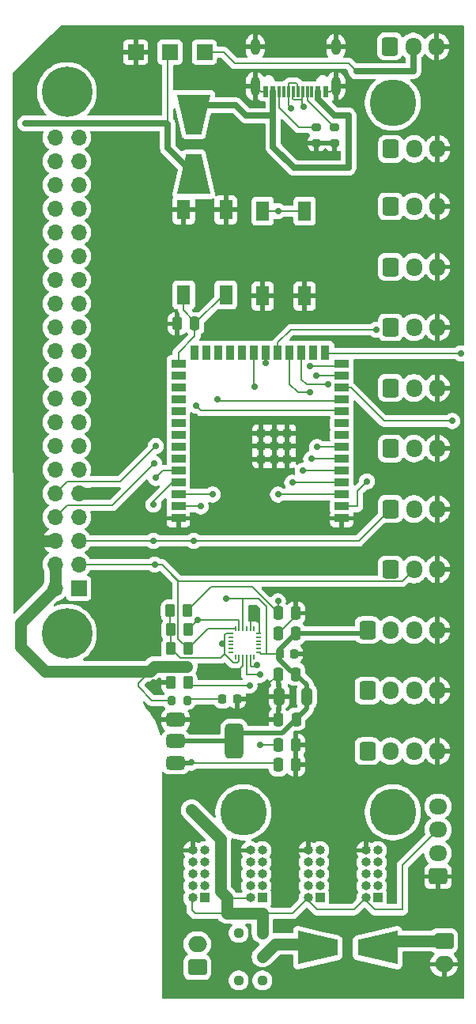
<source format=gtl>
G04 #@! TF.GenerationSoftware,KiCad,Pcbnew,9.0.0*
G04 #@! TF.CreationDate,2025-04-10T20:16:32-07:00*
G04 #@! TF.ProjectId,ESP32_S2_SOLO_N4 Kicad Reference Design,45535033-325f-4533-925f-534f4c4f5f4e,rev?*
G04 #@! TF.SameCoordinates,Original*
G04 #@! TF.FileFunction,Copper,L1,Top*
G04 #@! TF.FilePolarity,Positive*
%FSLAX46Y46*%
G04 Gerber Fmt 4.6, Leading zero omitted, Abs format (unit mm)*
G04 Created by KiCad (PCBNEW 9.0.0) date 2025-04-10 20:16:32*
%MOMM*%
%LPD*%
G01*
G04 APERTURE LIST*
G04 Aperture macros list*
%AMRoundRect*
0 Rectangle with rounded corners*
0 $1 Rounding radius*
0 $2 $3 $4 $5 $6 $7 $8 $9 X,Y pos of 4 corners*
0 Add a 4 corners polygon primitive as box body*
4,1,4,$2,$3,$4,$5,$6,$7,$8,$9,$2,$3,0*
0 Add four circle primitives for the rounded corners*
1,1,$1+$1,$2,$3*
1,1,$1+$1,$4,$5*
1,1,$1+$1,$6,$7*
1,1,$1+$1,$8,$9*
0 Add four rect primitives between the rounded corners*
20,1,$1+$1,$2,$3,$4,$5,0*
20,1,$1+$1,$4,$5,$6,$7,0*
20,1,$1+$1,$6,$7,$8,$9,0*
20,1,$1+$1,$8,$9,$2,$3,0*%
%AMOutline4P*
0 Free polygon, 4 corners , with rotation*
0 The origin of the aperture is its center*
0 number of corners: always 4*
0 $1 to $8 corner X, Y*
0 $9 Rotation angle, in degrees counterclockwise*
0 create outline with 4 corners*
4,1,4,$1,$2,$3,$4,$5,$6,$7,$8,$1,$2,$9*%
G04 Aperture macros list end*
G04 #@! TA.AperFunction,SMDPad,CuDef*
%ADD10RoundRect,0.250000X0.325000X0.650000X-0.325000X0.650000X-0.325000X-0.650000X0.325000X-0.650000X0*%
G04 #@! TD*
G04 #@! TA.AperFunction,SMDPad,CuDef*
%ADD11RoundRect,0.225000X-0.225000X-0.250000X0.225000X-0.250000X0.225000X0.250000X-0.225000X0.250000X0*%
G04 #@! TD*
G04 #@! TA.AperFunction,ComponentPad*
%ADD12C,0.850000*%
G04 #@! TD*
G04 #@! TA.AperFunction,ComponentPad*
%ADD13C,5.000000*%
G04 #@! TD*
G04 #@! TA.AperFunction,ComponentPad*
%ADD14RoundRect,0.250000X-0.600000X-0.725000X0.600000X-0.725000X0.600000X0.725000X-0.600000X0.725000X0*%
G04 #@! TD*
G04 #@! TA.AperFunction,ComponentPad*
%ADD15O,1.700000X1.950000*%
G04 #@! TD*
G04 #@! TA.AperFunction,SMDPad,CuDef*
%ADD16R,1.400000X2.100000*%
G04 #@! TD*
G04 #@! TA.AperFunction,SMDPad,CuDef*
%ADD17RoundRect,0.050000X-0.225000X-0.050000X0.225000X-0.050000X0.225000X0.050000X-0.225000X0.050000X0*%
G04 #@! TD*
G04 #@! TA.AperFunction,SMDPad,CuDef*
%ADD18RoundRect,0.050000X0.050000X-0.225000X0.050000X0.225000X-0.050000X0.225000X-0.050000X-0.225000X0*%
G04 #@! TD*
G04 #@! TA.AperFunction,SMDPad,CuDef*
%ADD19RoundRect,0.250000X-0.250000X-0.475000X0.250000X-0.475000X0.250000X0.475000X-0.250000X0.475000X0*%
G04 #@! TD*
G04 #@! TA.AperFunction,ComponentPad*
%ADD20R,1.700000X1.700000*%
G04 #@! TD*
G04 #@! TA.AperFunction,SMDPad,CuDef*
%ADD21RoundRect,0.250000X-0.262500X-0.450000X0.262500X-0.450000X0.262500X0.450000X-0.262500X0.450000X0*%
G04 #@! TD*
G04 #@! TA.AperFunction,SMDPad,CuDef*
%ADD22RoundRect,0.200000X-0.200000X-0.275000X0.200000X-0.275000X0.200000X0.275000X-0.200000X0.275000X0*%
G04 #@! TD*
G04 #@! TA.AperFunction,SMDPad,CuDef*
%ADD23RoundRect,0.200000X0.275000X-0.200000X0.275000X0.200000X-0.275000X0.200000X-0.275000X-0.200000X0*%
G04 #@! TD*
G04 #@! TA.AperFunction,SMDPad,CuDef*
%ADD24Outline4P,-2.150000X-1.800000X2.150000X-0.800000X2.150000X0.800000X-2.150000X1.800000X0.000000*%
G04 #@! TD*
G04 #@! TA.AperFunction,SMDPad,CuDef*
%ADD25Outline4P,-2.150000X-1.800000X2.150000X-0.800000X2.150000X0.800000X-2.150000X1.800000X180.000000*%
G04 #@! TD*
G04 #@! TA.AperFunction,ComponentPad*
%ADD26O,1.700000X1.700000*%
G04 #@! TD*
G04 #@! TA.AperFunction,ComponentPad*
%ADD27R,1.000000X1.000000*%
G04 #@! TD*
G04 #@! TA.AperFunction,ComponentPad*
%ADD28O,1.000000X1.000000*%
G04 #@! TD*
G04 #@! TA.AperFunction,SMDPad,CuDef*
%ADD29RoundRect,0.250000X0.250000X0.475000X-0.250000X0.475000X-0.250000X-0.475000X0.250000X-0.475000X0*%
G04 #@! TD*
G04 #@! TA.AperFunction,SMDPad,CuDef*
%ADD30RoundRect,0.250000X0.262500X0.450000X-0.262500X0.450000X-0.262500X-0.450000X0.262500X-0.450000X0*%
G04 #@! TD*
G04 #@! TA.AperFunction,SMDPad,CuDef*
%ADD31R,1.500000X0.900000*%
G04 #@! TD*
G04 #@! TA.AperFunction,SMDPad,CuDef*
%ADD32R,0.900000X1.500000*%
G04 #@! TD*
G04 #@! TA.AperFunction,SMDPad,CuDef*
%ADD33R,0.900000X0.900000*%
G04 #@! TD*
G04 #@! TA.AperFunction,SMDPad,CuDef*
%ADD34R,0.600000X1.150000*%
G04 #@! TD*
G04 #@! TA.AperFunction,SMDPad,CuDef*
%ADD35R,0.300000X1.150000*%
G04 #@! TD*
G04 #@! TA.AperFunction,ComponentPad*
%ADD36O,1.000000X2.100000*%
G04 #@! TD*
G04 #@! TA.AperFunction,ComponentPad*
%ADD37O,1.000000X1.800000*%
G04 #@! TD*
G04 #@! TA.AperFunction,ComponentPad*
%ADD38RoundRect,0.250000X0.725000X-0.600000X0.725000X0.600000X-0.725000X0.600000X-0.725000X-0.600000X0*%
G04 #@! TD*
G04 #@! TA.AperFunction,ComponentPad*
%ADD39O,1.950000X1.700000*%
G04 #@! TD*
G04 #@! TA.AperFunction,SMDPad,CuDef*
%ADD40RoundRect,0.218750X0.218750X0.256250X-0.218750X0.256250X-0.218750X-0.256250X0.218750X-0.256250X0*%
G04 #@! TD*
G04 #@! TA.AperFunction,ComponentPad*
%ADD41RoundRect,0.250000X0.750000X-0.600000X0.750000X0.600000X-0.750000X0.600000X-0.750000X-0.600000X0*%
G04 #@! TD*
G04 #@! TA.AperFunction,ComponentPad*
%ADD42O,2.000000X1.700000*%
G04 #@! TD*
G04 #@! TA.AperFunction,SMDPad,CuDef*
%ADD43RoundRect,0.375000X-0.625000X-0.375000X0.625000X-0.375000X0.625000X0.375000X-0.625000X0.375000X0*%
G04 #@! TD*
G04 #@! TA.AperFunction,SMDPad,CuDef*
%ADD44RoundRect,0.500000X-0.500000X-1.400000X0.500000X-1.400000X0.500000X1.400000X-0.500000X1.400000X0*%
G04 #@! TD*
G04 #@! TA.AperFunction,SMDPad,CuDef*
%ADD45Outline4P,-2.150000X-1.800000X2.150000X-0.800000X2.150000X0.800000X-2.150000X1.800000X90.000000*%
G04 #@! TD*
G04 #@! TA.AperFunction,SMDPad,CuDef*
%ADD46Outline4P,-2.150000X-1.800000X2.150000X-0.800000X2.150000X0.800000X-2.150000X1.800000X270.000000*%
G04 #@! TD*
G04 #@! TA.AperFunction,ComponentPad*
%ADD47C,1.117600*%
G04 #@! TD*
G04 #@! TA.AperFunction,ComponentPad*
%ADD48C,5.400000*%
G04 #@! TD*
G04 #@! TA.AperFunction,ComponentPad*
%ADD49RoundRect,0.250000X-0.750000X0.600000X-0.750000X-0.600000X0.750000X-0.600000X0.750000X0.600000X0*%
G04 #@! TD*
G04 #@! TA.AperFunction,SMDPad,CuDef*
%ADD50RoundRect,0.200000X-0.275000X0.200000X-0.275000X-0.200000X0.275000X-0.200000X0.275000X0.200000X0*%
G04 #@! TD*
G04 #@! TA.AperFunction,ViaPad*
%ADD51C,0.711200*%
G04 #@! TD*
G04 #@! TA.AperFunction,Conductor*
%ADD52C,0.508000*%
G04 #@! TD*
G04 #@! TA.AperFunction,Conductor*
%ADD53C,0.203200*%
G04 #@! TD*
G04 #@! TA.AperFunction,Conductor*
%ADD54C,1.270000*%
G04 #@! TD*
G04 #@! TA.AperFunction,Conductor*
%ADD55C,0.635000*%
G04 #@! TD*
G04 #@! TA.AperFunction,Conductor*
%ADD56C,0.200000*%
G04 #@! TD*
G04 APERTURE END LIST*
D10*
X81690000Y-132359400D03*
X78740000Y-132359400D03*
D11*
X78793000Y-127798286D03*
X80343000Y-127798286D03*
D12*
X89032000Y-144772620D03*
X89581175Y-143446795D03*
X89581175Y-146098445D03*
X90907000Y-142897620D03*
D13*
X90907000Y-144772620D03*
D12*
X90907000Y-146647620D03*
X92232825Y-143446795D03*
X92232825Y-146098445D03*
X92782000Y-144772620D03*
D14*
X90678000Y-105807727D03*
D15*
X93178000Y-105807727D03*
X95678000Y-105807727D03*
D16*
X76962000Y-89488500D03*
X81462000Y-89488500D03*
X76962000Y-80388500D03*
X81462000Y-80388500D03*
D14*
X90678000Y-86364181D03*
D15*
X93178000Y-86364181D03*
X95678000Y-86364181D03*
D17*
X73557000Y-125619000D03*
X73557000Y-126019000D03*
X73557000Y-126419000D03*
X73557000Y-126819000D03*
X73557000Y-127219000D03*
X73557000Y-127619000D03*
D18*
X74057000Y-128119000D03*
X74457000Y-128119000D03*
X74857000Y-128119000D03*
X75257000Y-128119000D03*
X75657000Y-128119000D03*
X76057000Y-128119000D03*
D17*
X76557000Y-127619000D03*
X76557000Y-127219000D03*
X76557000Y-126819000D03*
X76557000Y-126419000D03*
X76557000Y-126019000D03*
X76557000Y-125619000D03*
D18*
X76057000Y-125119000D03*
X75657000Y-125119000D03*
X75257000Y-125119000D03*
X74857000Y-125119000D03*
X74457000Y-125119000D03*
X74057000Y-125119000D03*
D19*
X78618000Y-125621143D03*
X80518000Y-125621143D03*
X78643400Y-139674600D03*
X80543400Y-139674600D03*
D20*
X67056000Y-63373000D03*
D14*
X88178000Y-138213636D03*
D15*
X90678000Y-138213636D03*
X93178000Y-138213636D03*
X95678000Y-138213636D03*
D21*
X67136000Y-125222000D03*
X68961000Y-125222000D03*
D22*
X67223500Y-132791200D03*
X68873500Y-132791200D03*
D14*
X90678000Y-99326545D03*
D15*
X93178000Y-99326545D03*
X95678000Y-99326545D03*
D12*
X89032000Y-68772620D03*
X89581175Y-67446795D03*
X89581175Y-70098445D03*
X90907000Y-66897620D03*
D13*
X90907000Y-68772620D03*
D12*
X90907000Y-70647620D03*
X92232825Y-67446795D03*
X92232825Y-70098445D03*
X92782000Y-68772620D03*
D23*
X84654600Y-73100200D03*
X84654600Y-71450200D03*
D14*
X90678000Y-112288909D03*
D15*
X93178000Y-112288909D03*
X95678000Y-112288909D03*
D24*
X82881000Y-159258000D03*
D25*
X89281000Y-159258000D03*
D20*
X57277000Y-120777000D03*
D26*
X54737000Y-120777000D03*
X57277000Y-118237000D03*
X54737000Y-118237000D03*
X57277000Y-115697000D03*
X54737000Y-115697000D03*
X57277000Y-113157000D03*
X54737000Y-113157000D03*
X57277000Y-110617000D03*
X54737000Y-110617000D03*
X57277000Y-108077000D03*
X54737000Y-108077000D03*
X57277000Y-105537000D03*
X54737000Y-105537000D03*
X57277000Y-102997000D03*
X54737000Y-102997000D03*
X57277000Y-100457000D03*
X54737000Y-100457000D03*
X57277000Y-97917000D03*
X54737000Y-97917000D03*
X57277000Y-95377000D03*
X54737000Y-95377000D03*
X57277000Y-92837000D03*
X54737000Y-92837000D03*
X57277000Y-90297000D03*
X54737000Y-90297000D03*
X57277000Y-87757000D03*
X54737000Y-87757000D03*
X57277000Y-85217000D03*
X54737000Y-85217000D03*
X57277000Y-82677000D03*
X54737000Y-82677000D03*
X57277000Y-80137000D03*
X54737000Y-80137000D03*
X57277000Y-77597000D03*
X54737000Y-77597000D03*
X57277000Y-75057000D03*
X54737000Y-75057000D03*
X57277000Y-72517000D03*
X54737000Y-72517000D03*
D14*
X90601800Y-62763400D03*
D15*
X93101800Y-62763400D03*
X95601800Y-62763400D03*
D27*
X70739000Y-153924000D03*
D28*
X69469000Y-153924000D03*
X70739000Y-152654000D03*
X69469000Y-152654000D03*
X70739000Y-151384000D03*
X69469000Y-151384000D03*
X70739000Y-150114000D03*
X69469000Y-150114000D03*
X70739000Y-148844000D03*
X69469000Y-148844000D03*
D29*
X80563800Y-134797800D03*
X78663800Y-134797800D03*
X69718000Y-92456000D03*
X67818000Y-92456000D03*
D27*
X76919667Y-153924000D03*
D28*
X75649667Y-153924000D03*
X76919667Y-152654000D03*
X75649667Y-152654000D03*
X76919667Y-151384000D03*
X75649667Y-151384000D03*
X76919667Y-150114000D03*
X75649667Y-150114000D03*
X76919667Y-148844000D03*
X75649667Y-148844000D03*
D30*
X68961000Y-130886200D03*
X67136000Y-130886200D03*
D14*
X90678000Y-118770091D03*
D15*
X93178000Y-118770091D03*
X95678000Y-118770091D03*
D31*
X85445000Y-113284000D03*
X85445000Y-112014000D03*
X85445000Y-110744000D03*
X85445000Y-109474000D03*
X85445000Y-108204000D03*
X85445000Y-106934000D03*
X85445000Y-105664000D03*
X85445000Y-104394000D03*
X85445000Y-103124000D03*
X85445000Y-101854000D03*
X85445000Y-100584000D03*
X85445000Y-99314000D03*
X85445000Y-98044000D03*
X85445000Y-96774000D03*
D32*
X83680000Y-95524000D03*
X82410000Y-95524000D03*
X81140000Y-95524000D03*
X79870000Y-95524000D03*
X78600000Y-95524000D03*
X77330000Y-95524000D03*
X76060000Y-95524000D03*
X74790000Y-95524000D03*
X73520000Y-95524000D03*
X72250000Y-95524000D03*
X70980000Y-95524000D03*
X69710000Y-95524000D03*
D31*
X67945000Y-96774000D03*
X67945000Y-98044000D03*
X67945000Y-99314000D03*
X67945000Y-100584000D03*
X67945000Y-101854000D03*
X67945000Y-103124000D03*
X67945000Y-104394000D03*
X67945000Y-105664000D03*
X67945000Y-106934000D03*
X67945000Y-108204000D03*
X67945000Y-109474000D03*
X67945000Y-110744000D03*
X67945000Y-112014000D03*
X67945000Y-113284000D03*
D33*
X79595000Y-106964000D03*
X79595000Y-105564000D03*
X79595000Y-104164000D03*
X78195000Y-106964000D03*
X78195000Y-105564000D03*
X78195000Y-104164000D03*
X76795000Y-106964000D03*
X76795000Y-105564000D03*
X76795000Y-104164000D03*
D14*
X88178000Y-125251272D03*
D15*
X90678000Y-125251272D03*
X93178000Y-125251272D03*
X95678000Y-125251272D03*
D34*
X83694600Y-67569200D03*
X82894600Y-67569200D03*
D35*
X81744600Y-67569200D03*
X80744600Y-67569200D03*
X80244600Y-67569200D03*
X79244600Y-67569200D03*
D34*
X77294600Y-67569200D03*
X78094600Y-67569200D03*
D35*
X78744600Y-67569200D03*
X79744600Y-67569200D03*
X81244600Y-67569200D03*
X82244600Y-67569200D03*
D36*
X84814600Y-66994200D03*
X76174600Y-66994200D03*
D37*
X84814600Y-62814200D03*
X76174600Y-62814200D03*
D38*
X95758000Y-151638000D03*
D39*
X95758000Y-149138000D03*
X95758000Y-146638000D03*
X95758000Y-144138000D03*
D16*
X68525000Y-89361500D03*
X73025000Y-89361500D03*
X68525000Y-80261500D03*
X73025000Y-80261500D03*
D21*
X67136000Y-127254000D03*
X68961000Y-127254000D03*
D40*
X74255000Y-132664200D03*
X72680000Y-132664200D03*
D19*
X78638400Y-137566400D03*
X80538400Y-137566400D03*
D41*
X69977000Y-161377000D03*
D42*
X69977000Y-158877000D03*
D21*
X67089000Y-123190000D03*
X68914000Y-123190000D03*
D43*
X67639400Y-134860000D03*
X67639400Y-137160000D03*
D44*
X73939400Y-137160000D03*
D43*
X67639400Y-139460000D03*
D19*
X78618000Y-129975429D03*
X80518000Y-129975429D03*
D27*
X83100333Y-153924000D03*
D28*
X81830333Y-153924000D03*
X83100333Y-152654000D03*
X81830333Y-152654000D03*
X83100333Y-151384000D03*
X81830333Y-151384000D03*
X83100333Y-150114000D03*
X81830333Y-150114000D03*
X83100333Y-148844000D03*
X81830333Y-148844000D03*
D29*
X80518000Y-123444000D03*
X78618000Y-123444000D03*
D45*
X69596000Y-76454000D03*
D46*
X69596000Y-70054000D03*
D27*
X89281000Y-153924000D03*
D28*
X88011000Y-153924000D03*
X89281000Y-152654000D03*
X88011000Y-152654000D03*
X89281000Y-151384000D03*
X88011000Y-151384000D03*
X89281000Y-150114000D03*
X88011000Y-150114000D03*
X89281000Y-148844000D03*
X88011000Y-148844000D03*
D14*
X90678000Y-79883000D03*
D15*
X93178000Y-79883000D03*
X95678000Y-79883000D03*
D47*
X74402950Y-162772850D03*
X74402950Y-157692850D03*
X76942950Y-162772850D03*
X76942950Y-160232850D03*
X76942950Y-157692850D03*
D12*
X53982000Y-67647000D03*
X54575109Y-66215109D03*
X54575109Y-69078891D03*
X56007000Y-65622000D03*
D48*
X56007000Y-67647000D03*
D12*
X56007000Y-69672000D03*
X57438891Y-66215109D03*
X57438891Y-69078891D03*
X58032000Y-67647000D03*
D14*
X88178000Y-131732454D03*
D15*
X90678000Y-131732454D03*
X93178000Y-131732454D03*
X95678000Y-131732454D03*
D14*
X90703400Y-73736200D03*
D15*
X93203400Y-73736200D03*
X95703400Y-73736200D03*
D12*
X53982000Y-125647000D03*
X54575109Y-124215109D03*
X54575109Y-127078891D03*
X56007000Y-123622000D03*
D48*
X56007000Y-125647000D03*
D12*
X56007000Y-127672000D03*
X57438891Y-124215109D03*
X57438891Y-127078891D03*
X58032000Y-125647000D03*
D20*
X63373000Y-63373000D03*
D12*
X73032000Y-144772620D03*
X73581175Y-143446795D03*
X73581175Y-146098445D03*
X74907000Y-142897620D03*
D13*
X74907000Y-144772620D03*
D12*
X74907000Y-146647620D03*
X76232825Y-143446795D03*
X76232825Y-146098445D03*
X76782000Y-144772620D03*
D20*
X70739000Y-63373000D03*
D49*
X96393000Y-158536000D03*
D42*
X96393000Y-161036000D03*
D50*
X82749600Y-71425800D03*
X82749600Y-73075800D03*
D14*
X90678000Y-92845363D03*
D15*
X93178000Y-92845363D03*
X95678000Y-92845363D03*
D51*
X96062800Y-67945000D03*
X51562000Y-121158000D03*
X67183000Y-163703000D03*
X65278000Y-130886200D03*
X52832000Y-115697000D03*
X84963000Y-91313000D03*
X77470000Y-131123429D03*
X85725000Y-163449000D03*
X86055200Y-128778000D03*
X85471000Y-152146000D03*
X62484000Y-81534000D03*
X80336600Y-72974200D03*
X51689000Y-68072000D03*
X87122000Y-62306200D03*
X68072000Y-155473400D03*
X94615000Y-100965000D03*
X97028000Y-96774000D03*
X59563000Y-110617000D03*
X86995000Y-117729000D03*
X74041000Y-129921000D03*
X86487000Y-122047000D03*
X94742000Y-115824000D03*
X74168000Y-92075000D03*
X76200000Y-123444000D03*
X86106000Y-135255000D03*
X94742000Y-109220000D03*
X85090000Y-79375000D03*
X77343000Y-142113000D03*
X62230000Y-90551000D03*
X68072000Y-146050000D03*
X62611000Y-99568000D03*
X75311000Y-111125000D03*
X95504000Y-154940000D03*
X97790000Y-83312000D03*
X96139000Y-122301000D03*
X88519000Y-103124000D03*
X62357000Y-120015000D03*
X81915000Y-103632000D03*
X60706000Y-66421000D03*
X72898000Y-105156000D03*
X61976000Y-126593600D03*
X85979000Y-156718000D03*
X80311200Y-62839600D03*
X97155000Y-76962000D03*
X86487000Y-144272000D03*
X74676000Y-75946000D03*
X75184000Y-117983000D03*
X96139000Y-135382000D03*
X79248000Y-152273000D03*
X96139000Y-128905000D03*
X97790000Y-89789000D03*
X74041000Y-67056000D03*
X62738000Y-112776000D03*
X73990200Y-148361400D03*
X69367400Y-139446000D03*
X51562000Y-70993000D03*
X69342000Y-144526000D03*
X68859400Y-129184400D03*
X73025000Y-121920000D03*
X72644000Y-126746000D03*
X88138000Y-109321000D03*
X86995000Y-65405000D03*
X78613000Y-122174000D03*
X78613000Y-110744000D03*
X78613000Y-80391000D03*
X76682600Y-137566400D03*
X76708000Y-130048000D03*
X79989826Y-69358834D03*
X82042000Y-97028000D03*
X82677000Y-98044000D03*
X81354600Y-69231200D03*
X89154000Y-93091000D03*
X69977000Y-124206000D03*
X65278000Y-111810800D03*
X69596000Y-115697000D03*
X65278000Y-115697000D03*
X65405000Y-118237000D03*
X65532000Y-108966000D03*
X77330000Y-96647000D03*
X76073000Y-99187000D03*
X76327000Y-129032000D03*
X75565000Y-131191000D03*
X83947000Y-98933000D03*
X98171000Y-95631000D03*
X71628000Y-110744000D03*
X82804000Y-105664000D03*
X70358000Y-112014000D03*
X65350901Y-107419236D03*
X72136000Y-100584000D03*
X81280000Y-108204000D03*
X97282000Y-102870000D03*
X65532000Y-105537000D03*
X69850000Y-101219000D03*
X82169000Y-106934000D03*
X80137000Y-109474000D03*
X82042000Y-99822000D03*
D52*
X74650600Y-136245600D02*
X73939400Y-136956800D01*
X81690000Y-131147429D02*
X81690000Y-133671600D01*
X80518000Y-129975429D02*
X81690000Y-131147429D01*
X81690000Y-133671600D02*
X79116000Y-136245600D01*
X79116000Y-136245600D02*
X74650600Y-136245600D01*
X73939400Y-136956800D02*
X73939400Y-137718800D01*
D53*
X78536800Y-139674600D02*
X78643400Y-139674600D01*
X78333600Y-139471400D02*
X78536800Y-139674600D01*
X69392800Y-139471400D02*
X78333600Y-139471400D01*
X69367400Y-139446000D02*
X69392800Y-139471400D01*
X76682600Y-137566400D02*
X78638400Y-137566400D01*
X77294600Y-67569200D02*
X76749600Y-67569200D01*
X82114572Y-127834572D02*
X82042000Y-127834572D01*
X74447400Y-148818600D02*
X75641200Y-148818600D01*
X74857000Y-129056436D02*
X74857000Y-128119000D01*
X65278000Y-130886200D02*
X67136000Y-130886200D01*
D54*
X59563000Y-110617000D02*
X57277000Y-110617000D01*
D53*
X82042000Y-127834572D02*
X82005714Y-127798286D01*
X82005714Y-127798286D02*
X80518000Y-127798286D01*
X74041000Y-129921000D02*
X74041000Y-129872436D01*
X80518000Y-123721143D02*
X80518000Y-123444000D01*
X75657000Y-125074000D02*
X75657000Y-123987000D01*
X74041000Y-129872436D02*
X74857000Y-129056436D01*
D54*
X52832000Y-115697000D02*
X54737000Y-115697000D01*
D53*
X75657000Y-123987000D02*
X76200000Y-123444000D01*
X76602000Y-123846000D02*
X76200000Y-123444000D01*
X84239600Y-67569200D02*
X84814600Y-66994200D01*
X77470000Y-131123429D02*
X78618000Y-129975429D01*
X80481714Y-127762000D02*
X80518000Y-127798286D01*
X76749600Y-67569200D02*
X76174600Y-66994200D01*
X83058000Y-128778000D02*
X82114572Y-127834572D01*
X83694600Y-67569200D02*
X84239600Y-67569200D01*
X75641200Y-148818600D02*
X75649667Y-148810133D01*
X86055200Y-128778000D02*
X83058000Y-128778000D01*
X76602000Y-125619000D02*
X76602000Y-123846000D01*
X73990200Y-148361400D02*
X74447400Y-148818600D01*
X78618000Y-125621143D02*
X80518000Y-123721143D01*
X75649667Y-148810133D02*
X75649667Y-148844000D01*
D54*
X68859400Y-129184400D02*
X65379600Y-129184400D01*
D53*
X69425200Y-155237800D02*
X69425200Y-153967800D01*
D54*
X72466200Y-147650200D02*
X72466200Y-153238200D01*
D53*
X81830333Y-153924000D02*
X81830333Y-154214800D01*
X73152000Y-155575000D02*
X69762400Y-155575000D01*
D54*
X51036839Y-127052682D02*
X51036839Y-124477161D01*
D53*
X65659000Y-132791200D02*
X65100200Y-132791200D01*
X69596000Y-75590000D02*
X69494000Y-75692000D01*
D54*
X65379600Y-129184400D02*
X64897000Y-129667000D01*
D53*
X88990200Y-155194000D02*
X91948000Y-155194000D01*
X88011000Y-154214800D02*
X88990200Y-155194000D01*
D55*
X66700400Y-70967600D02*
X66802000Y-71069200D01*
D54*
X72466200Y-153238200D02*
X73152000Y-153924000D01*
D53*
X73152000Y-153924000D02*
X73195800Y-153967800D01*
D52*
X67639400Y-139460000D02*
X69353400Y-139460000D01*
D53*
X65100200Y-132791200D02*
X63627000Y-131318000D01*
X73195800Y-153967800D02*
X75605867Y-153967800D01*
D54*
X69342000Y-144526000D02*
X72466200Y-147650200D01*
X73152000Y-155575000D02*
X73152000Y-153924000D01*
X64897000Y-129667000D02*
X53651157Y-129667000D01*
X76962000Y-155575000D02*
X73152000Y-155575000D01*
D53*
X80179333Y-155575000D02*
X81786533Y-153967800D01*
X86741000Y-155194000D02*
X88011000Y-153924000D01*
D54*
X54737000Y-120777000D02*
X54737000Y-118237000D01*
D53*
X91948000Y-155194000D02*
X91948000Y-150448000D01*
X91948000Y-150448000D02*
X95758000Y-146638000D01*
X66802000Y-70866000D02*
X66802000Y-63627000D01*
X81830333Y-154214800D02*
X82809533Y-155194000D01*
X76962000Y-155575000D02*
X76942950Y-155594050D01*
D54*
X53651157Y-129667000D02*
X51036839Y-127052682D01*
X51036839Y-124477161D02*
X54737000Y-120777000D01*
D55*
X66802000Y-73660000D02*
X69596000Y-76454000D01*
D54*
X76942950Y-157692850D02*
X76942950Y-155594050D01*
D53*
X82809533Y-155194000D02*
X86741000Y-155194000D01*
X67223500Y-132791200D02*
X65659000Y-132791200D01*
X63627000Y-130937000D02*
X64897000Y-129667000D01*
X63627000Y-131318000D02*
X63627000Y-130937000D01*
X66802000Y-63627000D02*
X67056000Y-63373000D01*
X88011000Y-153924000D02*
X88011000Y-154214800D01*
X69762400Y-155575000D02*
X69425200Y-155237800D01*
X78740000Y-155575000D02*
X80179333Y-155575000D01*
X66700400Y-70967600D02*
X66802000Y-70866000D01*
D55*
X65938400Y-70967600D02*
X65913000Y-70993000D01*
X65913000Y-70993000D02*
X51562000Y-70993000D01*
X66802000Y-71069200D02*
X66802000Y-73660000D01*
X66700400Y-70967600D02*
X65938400Y-70967600D01*
D53*
X78740000Y-155575000D02*
X76962000Y-155575000D01*
X67089000Y-123190000D02*
X67089000Y-125175000D01*
D55*
X93101800Y-62763400D02*
X93131000Y-62792600D01*
X93131000Y-65365000D02*
X93091000Y-65405000D01*
D53*
X72507000Y-128234400D02*
X72911600Y-127829800D01*
D52*
X78618000Y-127798286D02*
X78618000Y-128275000D01*
D53*
X74930000Y-121920000D02*
X76553770Y-121920000D01*
D52*
X67639400Y-137160000D02*
X73939400Y-137160000D01*
D53*
X73846200Y-128764400D02*
X72911600Y-127829800D01*
X80518000Y-125898286D02*
X80518000Y-125621143D01*
X74457000Y-128575200D02*
X74267800Y-128764400D01*
X78618000Y-127798286D02*
X77343000Y-127798286D01*
X76781286Y-127798286D02*
X76602000Y-127619000D01*
X87122000Y-112014000D02*
X85445000Y-112014000D01*
D55*
X93091000Y-65405000D02*
X86995000Y-65405000D01*
D53*
X72911600Y-127829800D02*
X72911600Y-127254000D01*
D52*
X78618000Y-127798286D02*
X78618000Y-127503000D01*
X80041286Y-129698286D02*
X80518000Y-129698286D01*
D53*
X73100800Y-125619000D02*
X73512000Y-125619000D01*
X68116400Y-128234400D02*
X72507000Y-128234400D01*
X73964800Y-64566800D02*
X72771000Y-63373000D01*
D52*
X80518000Y-125621143D02*
X87808129Y-125621143D01*
D53*
X72911600Y-127254000D02*
X72911600Y-126746000D01*
X86156800Y-64566800D02*
X73964800Y-64566800D01*
X67136000Y-125222000D02*
X67136000Y-127254000D01*
X74857000Y-125074000D02*
X74857000Y-121993000D01*
X73025000Y-121920000D02*
X74930000Y-121920000D01*
D52*
X78618000Y-127503000D02*
X80222714Y-125898286D01*
D53*
X86995000Y-65405000D02*
X86156800Y-64566800D01*
X72911600Y-126746000D02*
X72911600Y-125808200D01*
D55*
X93131000Y-62792600D02*
X93131000Y-65365000D01*
D52*
X80222714Y-125898286D02*
X80518000Y-125898286D01*
D53*
X67136000Y-127254000D02*
X68116400Y-128234400D01*
X74267800Y-128764400D02*
X73846200Y-128764400D01*
X67089000Y-125175000D02*
X67136000Y-125222000D01*
X72771000Y-63373000D02*
X70739000Y-63373000D01*
X88138000Y-109321000D02*
X87122000Y-110337000D01*
X74457000Y-128164000D02*
X74457000Y-128575200D01*
X77343000Y-127798286D02*
X76781286Y-127798286D01*
X74857000Y-121993000D02*
X74930000Y-121920000D01*
X80518000Y-129698286D02*
X80518000Y-129975429D01*
X87122000Y-110337000D02*
X87122000Y-112014000D01*
X76553770Y-121920000D02*
X77343000Y-122709230D01*
X72911600Y-125808200D02*
X73100800Y-125619000D01*
X72644000Y-126746000D02*
X72911600Y-126746000D01*
D52*
X78618000Y-128275000D02*
X80041286Y-129698286D01*
D53*
X87808129Y-125621143D02*
X88178000Y-125251272D01*
X77343000Y-122709230D02*
X77343000Y-127798286D01*
X78613000Y-80391000D02*
X79116000Y-80391000D01*
X71454000Y-120650000D02*
X68914000Y-123190000D01*
X76964500Y-80391000D02*
X76962000Y-80388500D01*
X78618000Y-123444000D02*
X75824000Y-120650000D01*
X79118500Y-80388500D02*
X81462000Y-80388500D01*
X78613000Y-80391000D02*
X76964500Y-80391000D01*
X79116000Y-80391000D02*
X79118500Y-80388500D01*
X78613000Y-110744000D02*
X85445000Y-110744000D01*
X78613000Y-122174000D02*
X78613000Y-123439000D01*
X75824000Y-120650000D02*
X71454000Y-120650000D01*
X78613000Y-123439000D02*
X78618000Y-123444000D01*
X72812500Y-89361500D02*
X69718000Y-92456000D01*
X69718000Y-92207000D02*
X69718000Y-92456000D01*
X69718000Y-93755200D02*
X69718000Y-92456000D01*
X68525000Y-91014000D02*
X69718000Y-92207000D01*
X67945000Y-95528200D02*
X69718000Y-93755200D01*
X67945000Y-96774000D02*
X67945000Y-95528200D01*
X68525000Y-91014000D02*
X68525000Y-89361500D01*
X73025000Y-89361500D02*
X72812500Y-89361500D01*
X75311000Y-130048000D02*
X75257000Y-129994000D01*
X75257000Y-129994000D02*
X75257000Y-128164000D01*
X76708000Y-130048000D02*
X75311000Y-130048000D01*
X68834000Y-132664200D02*
X72680000Y-132664200D01*
D54*
X90003000Y-158536000D02*
X89281000Y-159258000D01*
X96393000Y-158536000D02*
X90003000Y-158536000D01*
D56*
X82042000Y-97028000D02*
X85191000Y-97028000D01*
X79786800Y-66705400D02*
X80606800Y-66705400D01*
X80715600Y-66814200D02*
X80715600Y-67559200D01*
X85191000Y-97028000D02*
X85445000Y-96774000D01*
X79715600Y-66776600D02*
X79786800Y-66705400D01*
X79989826Y-69358834D02*
X79715600Y-69084608D01*
X79715600Y-69084608D02*
X79715600Y-66776600D01*
X80606800Y-66705400D02*
X80715600Y-66814200D01*
X80215600Y-68341800D02*
X80343000Y-68469200D01*
X81215600Y-68469200D02*
X81215600Y-69092200D01*
X80343000Y-68469200D02*
X81215600Y-68469200D01*
X81215600Y-67559200D02*
X81215600Y-68469200D01*
X81215600Y-69092200D02*
X81354600Y-69231200D01*
X85445000Y-98044000D02*
X82677000Y-98044000D01*
X80215600Y-67559200D02*
X80215600Y-68341800D01*
D53*
X78600000Y-94490560D02*
X78600000Y-95524000D01*
X89154000Y-93091000D02*
X79999560Y-93091000D01*
X79999560Y-93091000D02*
X78600000Y-94490560D01*
X65278000Y-115697000D02*
X69596000Y-115697000D01*
X69596000Y-115697000D02*
X87269909Y-115697000D01*
X74457000Y-124206000D02*
X69977000Y-124206000D01*
X87269909Y-115697000D02*
X90678000Y-112288909D01*
X65278000Y-111810800D02*
X65278000Y-111506000D01*
X65278000Y-111506000D02*
X67310000Y-109474000D01*
X74457000Y-125074000D02*
X74457000Y-124206000D01*
X67310000Y-109474000D02*
X67945000Y-109474000D01*
X57277000Y-115697000D02*
X65278000Y-115697000D01*
X68961000Y-125222000D02*
X69977000Y-124206000D01*
X67955491Y-120025491D02*
X91922600Y-120025491D01*
X67928900Y-126221900D02*
X68961000Y-127254000D01*
X68961000Y-127254000D02*
X71141000Y-125074000D01*
X91922600Y-120025491D02*
X93178000Y-118770091D01*
X66294000Y-108204000D02*
X67945000Y-108204000D01*
X71141000Y-125074000D02*
X74057000Y-125074000D01*
X57277000Y-118237000D02*
X65405000Y-118237000D01*
X65405000Y-118237000D02*
X66167000Y-118237000D01*
X66167000Y-118237000D02*
X67928900Y-119998900D01*
X68961000Y-127254000D02*
X68961000Y-127047000D01*
X66167000Y-118237000D02*
X67955491Y-120025491D01*
X67928900Y-119998900D02*
X67928900Y-126221900D01*
X65532000Y-108966000D02*
X66294000Y-108204000D01*
X77330000Y-96647000D02*
X77330000Y-95524000D01*
X76060000Y-99174000D02*
X76073000Y-99187000D01*
X76060000Y-95524000D02*
X76060000Y-99174000D01*
X76200000Y-129159000D02*
X75749000Y-129159000D01*
X75657000Y-129067000D02*
X75657000Y-128164000D01*
X75539600Y-131216400D02*
X75565000Y-131191000D01*
X68914000Y-131216400D02*
X75539600Y-131216400D01*
X76327000Y-129032000D02*
X76200000Y-129159000D01*
X75749000Y-129159000D02*
X75657000Y-129067000D01*
X81140000Y-98412000D02*
X81140000Y-95524000D01*
X83947000Y-98933000D02*
X81661000Y-98933000D01*
X81661000Y-98933000D02*
X81140000Y-98412000D01*
X83787000Y-95631000D02*
X98171000Y-95631000D01*
X83680000Y-95524000D02*
X83787000Y-95631000D01*
X67945000Y-110744000D02*
X71628000Y-110744000D01*
X82804000Y-105664000D02*
X85445000Y-105664000D01*
X67945000Y-112014000D02*
X70358000Y-112014000D01*
X85318000Y-100711000D02*
X72263000Y-100711000D01*
X65350901Y-107419236D02*
X60883137Y-111887000D01*
X60883137Y-111887000D02*
X56007000Y-111887000D01*
X72263000Y-100711000D02*
X72136000Y-100584000D01*
X56007000Y-111887000D02*
X54737000Y-113157000D01*
X85445000Y-100584000D02*
X85318000Y-100711000D01*
X85445000Y-108204000D02*
X81280000Y-108204000D01*
X86398200Y-99314000D02*
X85445000Y-99314000D01*
X97282000Y-102870000D02*
X89954200Y-102870000D01*
X89954200Y-102870000D02*
X86398200Y-99314000D01*
X69850000Y-101219000D02*
X70358000Y-101727000D01*
X65532000Y-105537000D02*
X61722000Y-109347000D01*
X85318000Y-101727000D02*
X85445000Y-101854000D01*
X61722000Y-109347000D02*
X56007000Y-109347000D01*
X70358000Y-101727000D02*
X85318000Y-101727000D01*
X56007000Y-109347000D02*
X54737000Y-110617000D01*
X82169000Y-106934000D02*
X85445000Y-106934000D01*
X85445000Y-109474000D02*
X80137000Y-109474000D01*
X79870000Y-98920000D02*
X79870000Y-95524000D01*
X82042000Y-99695000D02*
X81915000Y-99822000D01*
X80772000Y-99822000D02*
X79870000Y-98920000D01*
X81915000Y-99822000D02*
X80772000Y-99822000D01*
D54*
X78308800Y-158867000D02*
X76942950Y-160232850D01*
X82508000Y-158867000D02*
X78308800Y-158867000D01*
D55*
X78094600Y-67569200D02*
X78094600Y-70136200D01*
D53*
X78094600Y-67569200D02*
X78094600Y-67075608D01*
D55*
X82894600Y-68347400D02*
X82894600Y-67569200D01*
X78094600Y-73526200D02*
X80336600Y-75768200D01*
X80336600Y-75768200D02*
X86178600Y-75768200D01*
X84676600Y-70129400D02*
X82894600Y-68347400D01*
X75184000Y-70129400D02*
X74100600Y-69046000D01*
X86178600Y-75768200D02*
X86178600Y-70129400D01*
D53*
X82894600Y-67569200D02*
X82894600Y-67075608D01*
D55*
X78094600Y-70136200D02*
X78094600Y-73526200D01*
X75234800Y-70180200D02*
X75184000Y-70129400D01*
X86178600Y-70129400D02*
X84676600Y-70129400D01*
X78094600Y-70136200D02*
X78050600Y-70180200D01*
X74100600Y-69046000D02*
X69733000Y-69046000D01*
X78050600Y-70180200D02*
X75234800Y-70180200D01*
D53*
X84654600Y-71450200D02*
X81744600Y-68540200D01*
X81744600Y-68540200D02*
X81744600Y-67569200D01*
X78715600Y-69321200D02*
X80820200Y-71425800D01*
X78715600Y-67559200D02*
X78715600Y-69321200D01*
X80820200Y-71425800D02*
X82749600Y-71425800D01*
G04 #@! TA.AperFunction,Conductor*
G36*
X73766652Y-147552484D02*
G01*
X73909552Y-147602487D01*
X74075034Y-147660392D01*
X74075046Y-147660396D01*
X74403606Y-147735387D01*
X74738492Y-147773119D01*
X74738493Y-147773120D01*
X75043625Y-147773120D01*
X75110664Y-147792805D01*
X75156419Y-147845609D01*
X75166363Y-147914767D01*
X75137338Y-147978323D01*
X75112516Y-148000222D01*
X75012204Y-148067248D01*
X75012200Y-148067251D01*
X74872918Y-148206533D01*
X74872915Y-148206537D01*
X74763481Y-148370315D01*
X74763474Y-148370328D01*
X74688097Y-148552307D01*
X74688097Y-148552309D01*
X74679805Y-148594000D01*
X75440049Y-148594000D01*
X75389603Y-148644446D01*
X75346816Y-148718555D01*
X75324667Y-148801213D01*
X75324667Y-148886787D01*
X75346816Y-148969445D01*
X75389603Y-149043554D01*
X75440049Y-149094000D01*
X74679805Y-149094000D01*
X74688097Y-149135690D01*
X74688097Y-149135692D01*
X74763474Y-149317671D01*
X74763481Y-149317684D01*
X74824937Y-149409659D01*
X74845815Y-149476337D01*
X74827330Y-149543717D01*
X74824938Y-149547440D01*
X74763037Y-149640082D01*
X74763031Y-149640093D01*
X74687617Y-149822160D01*
X74687614Y-149822170D01*
X74649167Y-150015456D01*
X74649167Y-150015459D01*
X74649167Y-150212541D01*
X74649167Y-150212543D01*
X74649166Y-150212543D01*
X74687614Y-150405829D01*
X74687617Y-150405839D01*
X74763032Y-150587907D01*
X74763035Y-150587914D01*
X74807019Y-150653740D01*
X74824638Y-150680110D01*
X74845515Y-150746787D01*
X74827030Y-150814167D01*
X74824638Y-150817890D01*
X74763033Y-150910089D01*
X74687617Y-151092160D01*
X74687614Y-151092170D01*
X74649167Y-151285456D01*
X74649167Y-151285459D01*
X74649167Y-151482541D01*
X74649167Y-151482543D01*
X74649166Y-151482543D01*
X74687614Y-151675829D01*
X74687617Y-151675839D01*
X74747887Y-151821343D01*
X74763035Y-151857914D01*
X74783138Y-151888000D01*
X74824638Y-151950110D01*
X74845515Y-152016787D01*
X74827030Y-152084167D01*
X74824638Y-152087890D01*
X74763033Y-152180089D01*
X74687617Y-152362160D01*
X74687614Y-152362170D01*
X74649167Y-152555456D01*
X74649167Y-152555459D01*
X74649167Y-152752541D01*
X74649167Y-152752543D01*
X74649166Y-152752543D01*
X74687614Y-152945829D01*
X74687617Y-152945839D01*
X74763033Y-153127911D01*
X74763034Y-153127913D01*
X74763035Y-153127914D01*
X74791080Y-153169887D01*
X74793033Y-153172809D01*
X74813911Y-153239487D01*
X74795427Y-153306867D01*
X74743448Y-153353557D01*
X74689931Y-153365700D01*
X74213108Y-153365700D01*
X74146069Y-153346015D01*
X74112790Y-153314586D01*
X74107182Y-153306867D01*
X74018111Y-153184272D01*
X73891728Y-153057889D01*
X73638019Y-152804180D01*
X73604534Y-152742857D01*
X73601700Y-152716499D01*
X73601700Y-147669526D01*
X73621385Y-147602487D01*
X73674189Y-147556732D01*
X73743347Y-147546788D01*
X73766652Y-147552484D01*
G37*
G04 #@! TD.AperFunction*
G04 #@! TA.AperFunction,Conductor*
G36*
X97540469Y-96241744D02*
G01*
X97570456Y-96248268D01*
X97575471Y-96252022D01*
X97578068Y-96252785D01*
X97598710Y-96269419D01*
X97625264Y-96295973D01*
X97625268Y-96295976D01*
X97765478Y-96389662D01*
X97765491Y-96389669D01*
X97921280Y-96454198D01*
X97921285Y-96454200D01*
X97921289Y-96454200D01*
X97921290Y-96454201D01*
X98086679Y-96487100D01*
X98086682Y-96487100D01*
X98255319Y-96487100D01*
X98296307Y-96478946D01*
X98403309Y-96457662D01*
X98472899Y-96463889D01*
X98528077Y-96506751D01*
X98551322Y-96572641D01*
X98551500Y-96579279D01*
X98551500Y-164594500D01*
X98531815Y-164661539D01*
X98479011Y-164707294D01*
X98427500Y-164718500D01*
X66291500Y-164718500D01*
X66224461Y-164698815D01*
X66178706Y-164646011D01*
X66167500Y-164594500D01*
X66167500Y-162877184D01*
X73343649Y-162877184D01*
X73384357Y-163081830D01*
X73384359Y-163081836D01*
X73464211Y-163274618D01*
X73580134Y-163448109D01*
X73580140Y-163448117D01*
X73727682Y-163595659D01*
X73727690Y-163595665D01*
X73901181Y-163711588D01*
X73957645Y-163734976D01*
X74093964Y-163791441D01*
X74093968Y-163791441D01*
X74093969Y-163791442D01*
X74298615Y-163832150D01*
X74298618Y-163832150D01*
X74507284Y-163832150D01*
X74644964Y-163804762D01*
X74711936Y-163791441D01*
X74904716Y-163711589D01*
X74904716Y-163711588D01*
X74904718Y-163711588D01*
X74990883Y-163654013D01*
X75078214Y-163595662D01*
X75225762Y-163448114D01*
X75341689Y-163274616D01*
X75421541Y-163081836D01*
X75462250Y-162877184D01*
X75883649Y-162877184D01*
X75924357Y-163081830D01*
X75924359Y-163081836D01*
X76004211Y-163274618D01*
X76120134Y-163448109D01*
X76120140Y-163448117D01*
X76267682Y-163595659D01*
X76267690Y-163595665D01*
X76441181Y-163711588D01*
X76497645Y-163734976D01*
X76633964Y-163791441D01*
X76633968Y-163791441D01*
X76633969Y-163791442D01*
X76838615Y-163832150D01*
X76838618Y-163832150D01*
X77047284Y-163832150D01*
X77184964Y-163804762D01*
X77251936Y-163791441D01*
X77444716Y-163711589D01*
X77444716Y-163711588D01*
X77444718Y-163711588D01*
X77530883Y-163654013D01*
X77618214Y-163595662D01*
X77765762Y-163448114D01*
X77881689Y-163274616D01*
X77961541Y-163081836D01*
X78002250Y-162877182D01*
X78002250Y-162668518D01*
X78002250Y-162668515D01*
X77961542Y-162463869D01*
X77961541Y-162463868D01*
X77961541Y-162463864D01*
X77881689Y-162271084D01*
X77881688Y-162271081D01*
X77765765Y-162097590D01*
X77765759Y-162097582D01*
X77618217Y-161950040D01*
X77618209Y-161950034D01*
X77444718Y-161834111D01*
X77251936Y-161754259D01*
X77251930Y-161754257D01*
X77047284Y-161713550D01*
X77047282Y-161713550D01*
X76838618Y-161713550D01*
X76838616Y-161713550D01*
X76633969Y-161754257D01*
X76633963Y-161754259D01*
X76441181Y-161834111D01*
X76267690Y-161950034D01*
X76267682Y-161950040D01*
X76120140Y-162097582D01*
X76120134Y-162097590D01*
X76004211Y-162271081D01*
X75924359Y-162463863D01*
X75924357Y-162463869D01*
X75883650Y-162668515D01*
X75883650Y-162668518D01*
X75883650Y-162877182D01*
X75883650Y-162877184D01*
X75883649Y-162877184D01*
X75462250Y-162877184D01*
X75462250Y-162877182D01*
X75462250Y-162668518D01*
X75462250Y-162668515D01*
X75421542Y-162463869D01*
X75421541Y-162463868D01*
X75421541Y-162463864D01*
X75341689Y-162271084D01*
X75341688Y-162271081D01*
X75225765Y-162097590D01*
X75225759Y-162097582D01*
X75078217Y-161950040D01*
X75078209Y-161950034D01*
X74904718Y-161834111D01*
X74711936Y-161754259D01*
X74711930Y-161754257D01*
X74507284Y-161713550D01*
X74507282Y-161713550D01*
X74298618Y-161713550D01*
X74298616Y-161713550D01*
X74093969Y-161754257D01*
X74093963Y-161754259D01*
X73901181Y-161834111D01*
X73727690Y-161950034D01*
X73727682Y-161950040D01*
X73580140Y-162097582D01*
X73580134Y-162097590D01*
X73464211Y-162271081D01*
X73384359Y-162463863D01*
X73384357Y-162463869D01*
X73343650Y-162668515D01*
X73343650Y-162668518D01*
X73343650Y-162877182D01*
X73343650Y-162877184D01*
X73343649Y-162877184D01*
X66167500Y-162877184D01*
X66167500Y-158770713D01*
X68476500Y-158770713D01*
X68476500Y-158983286D01*
X68509753Y-159193239D01*
X68575444Y-159395414D01*
X68671951Y-159584820D01*
X68796890Y-159756786D01*
X68935705Y-159895601D01*
X68969190Y-159956924D01*
X68964206Y-160026616D01*
X68922334Y-160082549D01*
X68913121Y-160088821D01*
X68758342Y-160184289D01*
X68634289Y-160308342D01*
X68542187Y-160457663D01*
X68542186Y-160457666D01*
X68487001Y-160624203D01*
X68487001Y-160624204D01*
X68487000Y-160624204D01*
X68476500Y-160726983D01*
X68476500Y-162027001D01*
X68476501Y-162027018D01*
X68487000Y-162129796D01*
X68487001Y-162129799D01*
X68533818Y-162271081D01*
X68542186Y-162296334D01*
X68634288Y-162445656D01*
X68758344Y-162569712D01*
X68907666Y-162661814D01*
X69074203Y-162716999D01*
X69176991Y-162727500D01*
X70777008Y-162727499D01*
X70879797Y-162716999D01*
X71046334Y-162661814D01*
X71195656Y-162569712D01*
X71319712Y-162445656D01*
X71411814Y-162296334D01*
X71466999Y-162129797D01*
X71477500Y-162027009D01*
X71477499Y-160726992D01*
X71476771Y-160719870D01*
X71466999Y-160624203D01*
X71466998Y-160624200D01*
X71437749Y-160535933D01*
X71411814Y-160457666D01*
X71319712Y-160308344D01*
X71195656Y-160184288D01*
X71046334Y-160092186D01*
X71046333Y-160092185D01*
X71040878Y-160088821D01*
X70994154Y-160036873D01*
X70982931Y-159967910D01*
X71010775Y-159903828D01*
X71018272Y-159895623D01*
X71157104Y-159756792D01*
X71282051Y-159584816D01*
X71378557Y-159395412D01*
X71444246Y-159193243D01*
X71477500Y-158983287D01*
X71477500Y-158770713D01*
X71444246Y-158560757D01*
X71378557Y-158358588D01*
X71282051Y-158169184D01*
X71282049Y-158169181D01*
X71282048Y-158169179D01*
X71157109Y-157997213D01*
X71006786Y-157846890D01*
X70834820Y-157721951D01*
X70645414Y-157625444D01*
X70645413Y-157625443D01*
X70645412Y-157625443D01*
X70443243Y-157559754D01*
X70443241Y-157559753D01*
X70443240Y-157559753D01*
X70281957Y-157534208D01*
X70233287Y-157526500D01*
X69720713Y-157526500D01*
X69672042Y-157534208D01*
X69510760Y-157559753D01*
X69308585Y-157625444D01*
X69119179Y-157721951D01*
X68947213Y-157846890D01*
X68796890Y-157997213D01*
X68671951Y-158169179D01*
X68575444Y-158358585D01*
X68509753Y-158560760D01*
X68476500Y-158770713D01*
X66167500Y-158770713D01*
X66167500Y-148594000D01*
X68499138Y-148594000D01*
X69219000Y-148594000D01*
X69219000Y-147874136D01*
X69218999Y-147874135D01*
X69177316Y-147882427D01*
X69177308Y-147882429D01*
X68995328Y-147957807D01*
X68995315Y-147957814D01*
X68831537Y-148067248D01*
X68831533Y-148067251D01*
X68692251Y-148206533D01*
X68692248Y-148206537D01*
X68582814Y-148370315D01*
X68582807Y-148370328D01*
X68507430Y-148552307D01*
X68507430Y-148552309D01*
X68499138Y-148594000D01*
X66167500Y-148594000D01*
X66167500Y-144436629D01*
X68206500Y-144436629D01*
X68206500Y-144615370D01*
X68213001Y-144656414D01*
X68234459Y-144791897D01*
X68276441Y-144921101D01*
X68289692Y-144961884D01*
X68318176Y-145017786D01*
X68370833Y-145121131D01*
X68475889Y-145265728D01*
X68475891Y-145265730D01*
X70841980Y-147631819D01*
X70875465Y-147693142D01*
X70870481Y-147762834D01*
X70828609Y-147818767D01*
X70763145Y-147843184D01*
X70754299Y-147843500D01*
X70640457Y-147843500D01*
X70447170Y-147881947D01*
X70447160Y-147881950D01*
X70265093Y-147957364D01*
X70265082Y-147957370D01*
X70172440Y-148019271D01*
X70105762Y-148040148D01*
X70038382Y-148021663D01*
X70034659Y-148019270D01*
X69942684Y-147957814D01*
X69942671Y-147957807D01*
X69760691Y-147882429D01*
X69760683Y-147882427D01*
X69719000Y-147874135D01*
X69719000Y-148634382D01*
X69668554Y-148583936D01*
X69594445Y-148541149D01*
X69511787Y-148519000D01*
X69426213Y-148519000D01*
X69343555Y-148541149D01*
X69269446Y-148583936D01*
X69208936Y-148644446D01*
X69166149Y-148718555D01*
X69144000Y-148801213D01*
X69144000Y-148886787D01*
X69166149Y-148969445D01*
X69208936Y-149043554D01*
X69259382Y-149094000D01*
X68499138Y-149094000D01*
X68507430Y-149135690D01*
X68507430Y-149135692D01*
X68582807Y-149317671D01*
X68582814Y-149317684D01*
X68644270Y-149409659D01*
X68665148Y-149476337D01*
X68646663Y-149543717D01*
X68644271Y-149547440D01*
X68582370Y-149640082D01*
X68582364Y-149640093D01*
X68506950Y-149822160D01*
X68506947Y-149822170D01*
X68468500Y-150015456D01*
X68468500Y-150015459D01*
X68468500Y-150212541D01*
X68468500Y-150212543D01*
X68468499Y-150212543D01*
X68506947Y-150405829D01*
X68506950Y-150405839D01*
X68582365Y-150587907D01*
X68582368Y-150587914D01*
X68626352Y-150653740D01*
X68643971Y-150680110D01*
X68664848Y-150746787D01*
X68646363Y-150814167D01*
X68643971Y-150817890D01*
X68582366Y-150910089D01*
X68506950Y-151092160D01*
X68506947Y-151092170D01*
X68468500Y-151285456D01*
X68468500Y-151285459D01*
X68468500Y-151482541D01*
X68468500Y-151482543D01*
X68468499Y-151482543D01*
X68506947Y-151675829D01*
X68506950Y-151675839D01*
X68567220Y-151821343D01*
X68582368Y-151857914D01*
X68602471Y-151888000D01*
X68643971Y-151950110D01*
X68664848Y-152016787D01*
X68646363Y-152084167D01*
X68643971Y-152087890D01*
X68582366Y-152180089D01*
X68506950Y-152362160D01*
X68506947Y-152362170D01*
X68468500Y-152555456D01*
X68468500Y-152555459D01*
X68468500Y-152752541D01*
X68468500Y-152752543D01*
X68468499Y-152752543D01*
X68506947Y-152945829D01*
X68506950Y-152945839D01*
X68582366Y-153127910D01*
X68582368Y-153127914D01*
X68612366Y-153172809D01*
X68643971Y-153220110D01*
X68664848Y-153286787D01*
X68646363Y-153354167D01*
X68643971Y-153357890D01*
X68582366Y-153450089D01*
X68506950Y-153632160D01*
X68506947Y-153632170D01*
X68468500Y-153825456D01*
X68468500Y-153825459D01*
X68468500Y-154022541D01*
X68468500Y-154022543D01*
X68468499Y-154022543D01*
X68506947Y-154215829D01*
X68506950Y-154215839D01*
X68582364Y-154397907D01*
X68582371Y-154397920D01*
X68691859Y-154561780D01*
X68691860Y-154561781D01*
X68691861Y-154561782D01*
X68786782Y-154656703D01*
X68820266Y-154718024D01*
X68823100Y-154744383D01*
X68823100Y-155317068D01*
X68864133Y-155470202D01*
X68943400Y-155607498D01*
X69280600Y-155944698D01*
X69392702Y-156056800D01*
X69529998Y-156136067D01*
X69683132Y-156177100D01*
X69841668Y-156177100D01*
X72122715Y-156177100D01*
X72189754Y-156196785D01*
X72223031Y-156228212D01*
X72285889Y-156314728D01*
X72412272Y-156441111D01*
X72556868Y-156546167D01*
X72716119Y-156627309D01*
X72716121Y-156627310D01*
X72874670Y-156678825D01*
X72886103Y-156682540D01*
X73062634Y-156710500D01*
X73587861Y-156710500D01*
X73654900Y-156730185D01*
X73700655Y-156782989D01*
X73710599Y-156852147D01*
X73681574Y-156915703D01*
X73675542Y-156922181D01*
X73580140Y-157017582D01*
X73580134Y-157017590D01*
X73464211Y-157191081D01*
X73384359Y-157383863D01*
X73384357Y-157383869D01*
X73343650Y-157588515D01*
X73343650Y-157588518D01*
X73343650Y-157797182D01*
X73343650Y-157797184D01*
X73343649Y-157797184D01*
X73384357Y-158001830D01*
X73384359Y-158001836D01*
X73464211Y-158194618D01*
X73580134Y-158368109D01*
X73580140Y-158368117D01*
X73727682Y-158515659D01*
X73727690Y-158515665D01*
X73901181Y-158631588D01*
X73957645Y-158654976D01*
X74093964Y-158711441D01*
X74093968Y-158711441D01*
X74093969Y-158711442D01*
X74298615Y-158752150D01*
X74298618Y-158752150D01*
X74507284Y-158752150D01*
X74644964Y-158724762D01*
X74711936Y-158711441D01*
X74904716Y-158631589D01*
X74904716Y-158631588D01*
X74904718Y-158631588D01*
X75013415Y-158558959D01*
X75078214Y-158515662D01*
X75225762Y-158368114D01*
X75284113Y-158280783D01*
X75341688Y-158194618D01*
X75368979Y-158128731D01*
X75421541Y-158001836D01*
X75444584Y-157885992D01*
X75462250Y-157797184D01*
X75462250Y-157588515D01*
X75421542Y-157383869D01*
X75421541Y-157383868D01*
X75421541Y-157383864D01*
X75357161Y-157228437D01*
X75341688Y-157191081D01*
X75225765Y-157017590D01*
X75225759Y-157017582D01*
X75130358Y-156922181D01*
X75096873Y-156860858D01*
X75101857Y-156791166D01*
X75143729Y-156735233D01*
X75209193Y-156710816D01*
X75218039Y-156710500D01*
X75683450Y-156710500D01*
X75750489Y-156730185D01*
X75796244Y-156782989D01*
X75807450Y-156834500D01*
X75807450Y-157782216D01*
X75809821Y-157797184D01*
X75835410Y-157958748D01*
X75835410Y-157958751D01*
X75890639Y-158128728D01*
X75890641Y-158128731D01*
X75971783Y-158287982D01*
X76076839Y-158432578D01*
X76203222Y-158558961D01*
X76347818Y-158664017D01*
X76507069Y-158745159D01*
X76507071Y-158745159D01*
X76507074Y-158745161D01*
X76554434Y-158760549D01*
X76612110Y-158799986D01*
X76639309Y-158864344D01*
X76627395Y-158933190D01*
X76603798Y-158966161D01*
X76076842Y-159493118D01*
X76076841Y-159493119D01*
X76076839Y-159493122D01*
X76031721Y-159555220D01*
X75971783Y-159637718D01*
X75890642Y-159796965D01*
X75872662Y-159852303D01*
X75835409Y-159966953D01*
X75835408Y-159966956D01*
X75835408Y-159966958D01*
X75807450Y-160143479D01*
X75807450Y-160322220D01*
X75828903Y-160457668D01*
X75835409Y-160498747D01*
X75876172Y-160624200D01*
X75890642Y-160668734D01*
X75971783Y-160827981D01*
X76076839Y-160972578D01*
X76203222Y-161098961D01*
X76347819Y-161204017D01*
X76423059Y-161242353D01*
X76507065Y-161285157D01*
X76507067Y-161285157D01*
X76507070Y-161285159D01*
X76677053Y-161340391D01*
X76775125Y-161355923D01*
X76853580Y-161368350D01*
X76853584Y-161368350D01*
X77032320Y-161368350D01*
X77102928Y-161357166D01*
X77208847Y-161340391D01*
X77378830Y-161285159D01*
X77538081Y-161204017D01*
X77682678Y-161098961D01*
X78742820Y-160038819D01*
X78804143Y-160005334D01*
X78830501Y-160002500D01*
X80106500Y-160002500D01*
X80173539Y-160022185D01*
X80219294Y-160074989D01*
X80230500Y-160126500D01*
X80230500Y-161113301D01*
X80234041Y-161151332D01*
X80234042Y-161151334D01*
X80279647Y-161285159D01*
X80280467Y-161287563D01*
X80363393Y-161405194D01*
X80363394Y-161405195D01*
X80476093Y-161494693D01*
X80476095Y-161494694D01*
X80476099Y-161494697D01*
X80609454Y-161548820D01*
X80609453Y-161548820D01*
X80609456Y-161548821D01*
X80752660Y-161563183D01*
X80790512Y-161558016D01*
X85185472Y-160535932D01*
X85260563Y-160508533D01*
X85378194Y-160425608D01*
X85467697Y-160312901D01*
X85521822Y-160179544D01*
X85531500Y-160100198D01*
X85531500Y-158415803D01*
X85531500Y-158415802D01*
X86630500Y-158415802D01*
X86630500Y-160100197D01*
X86633709Y-160126500D01*
X86640179Y-160179547D01*
X86694300Y-160312896D01*
X86694306Y-160312906D01*
X86783805Y-160425606D01*
X86783806Y-160425607D01*
X86901437Y-160508533D01*
X86976530Y-160535933D01*
X91371480Y-161558015D01*
X91384100Y-161559737D01*
X91409338Y-161563183D01*
X91409339Y-161563182D01*
X91409340Y-161563183D01*
X91552544Y-161548822D01*
X91685901Y-161494697D01*
X91798608Y-161405194D01*
X91881533Y-161287563D01*
X91927958Y-161151334D01*
X91931500Y-161113287D01*
X91931500Y-159795500D01*
X91951185Y-159728461D01*
X92003989Y-159682706D01*
X92055500Y-159671500D01*
X95065770Y-159671500D01*
X95132809Y-159691185D01*
X95135276Y-159692811D01*
X95145076Y-159699444D01*
X95174344Y-159728712D01*
X95323666Y-159820814D01*
X95325081Y-159821283D01*
X95333968Y-159827298D01*
X95354613Y-159852303D01*
X95376283Y-159876396D01*
X95376719Y-159879079D01*
X95378452Y-159881178D01*
X95382300Y-159913369D01*
X95387506Y-159945358D01*
X95386422Y-159947852D01*
X95386745Y-159950553D01*
X95372581Y-159979708D01*
X95359663Y-160009441D01*
X95356406Y-160013004D01*
X95356214Y-160013400D01*
X95355831Y-160013632D01*
X95352144Y-160017668D01*
X95213271Y-160156541D01*
X95088379Y-160328442D01*
X94991904Y-160517782D01*
X94926242Y-160719870D01*
X94926242Y-160719873D01*
X94915769Y-160786000D01*
X95959988Y-160786000D01*
X95927075Y-160843007D01*
X95893000Y-160970174D01*
X95893000Y-161101826D01*
X95927075Y-161228993D01*
X95959988Y-161286000D01*
X94915769Y-161286000D01*
X94926242Y-161352126D01*
X94926242Y-161352129D01*
X94991904Y-161554217D01*
X95088379Y-161743557D01*
X95213272Y-161915459D01*
X95213276Y-161915464D01*
X95363535Y-162065723D01*
X95363540Y-162065727D01*
X95535442Y-162190620D01*
X95724782Y-162287095D01*
X95926870Y-162352757D01*
X96136754Y-162386000D01*
X96143000Y-162386000D01*
X96143000Y-161469012D01*
X96200007Y-161501925D01*
X96327174Y-161536000D01*
X96458826Y-161536000D01*
X96585993Y-161501925D01*
X96643000Y-161469012D01*
X96643000Y-162386000D01*
X96649246Y-162386000D01*
X96859127Y-162352757D01*
X96859130Y-162352757D01*
X97061217Y-162287095D01*
X97250557Y-162190620D01*
X97422459Y-162065727D01*
X97422464Y-162065723D01*
X97572723Y-161915464D01*
X97572727Y-161915459D01*
X97697620Y-161743557D01*
X97794095Y-161554217D01*
X97859757Y-161352129D01*
X97859757Y-161352126D01*
X97870231Y-161286000D01*
X96826012Y-161286000D01*
X96858925Y-161228993D01*
X96893000Y-161101826D01*
X96893000Y-160970174D01*
X96858925Y-160843007D01*
X96826012Y-160786000D01*
X97870231Y-160786000D01*
X97859757Y-160719873D01*
X97859757Y-160719870D01*
X97794095Y-160517782D01*
X97697620Y-160328442D01*
X97572727Y-160156540D01*
X97572723Y-160156535D01*
X97433856Y-160017668D01*
X97400371Y-159956345D01*
X97405355Y-159886653D01*
X97447227Y-159830720D01*
X97456441Y-159824448D01*
X97462331Y-159820814D01*
X97462334Y-159820814D01*
X97611656Y-159728712D01*
X97735712Y-159604656D01*
X97827814Y-159455334D01*
X97882999Y-159288797D01*
X97893500Y-159186009D01*
X97893499Y-157885992D01*
X97882999Y-157783203D01*
X97827814Y-157616666D01*
X97735712Y-157467344D01*
X97611656Y-157343288D01*
X97462334Y-157251186D01*
X97295797Y-157196001D01*
X97295795Y-157196000D01*
X97193010Y-157185500D01*
X95592998Y-157185500D01*
X95592981Y-157185501D01*
X95490203Y-157196000D01*
X95490200Y-157196001D01*
X95323668Y-157251185D01*
X95323663Y-157251187D01*
X95174342Y-157343289D01*
X95153451Y-157364181D01*
X95092128Y-157397666D01*
X95065770Y-157400500D01*
X92028915Y-157400500D01*
X91961876Y-157380815D01*
X91916121Y-157328011D01*
X91911543Y-157316498D01*
X91889286Y-157251187D01*
X91881533Y-157228437D01*
X91798607Y-157110806D01*
X91798605Y-157110804D01*
X91685906Y-157021306D01*
X91685902Y-157021304D01*
X91685901Y-157021303D01*
X91639358Y-157002413D01*
X91552545Y-156967179D01*
X91552546Y-156967179D01*
X91409337Y-156952816D01*
X91371489Y-156957983D01*
X87762929Y-157797184D01*
X86976533Y-157980067D01*
X86976524Y-157980069D01*
X86901435Y-158007467D01*
X86783807Y-158090391D01*
X86783805Y-158090392D01*
X86694306Y-158203093D01*
X86694301Y-158203101D01*
X86640179Y-158336450D01*
X86640177Y-158336458D01*
X86636316Y-158368117D01*
X86630500Y-158415802D01*
X85531500Y-158415802D01*
X85521821Y-158336456D01*
X85521820Y-158336454D01*
X85521820Y-158336452D01*
X85467699Y-158203103D01*
X85467693Y-158203093D01*
X85378194Y-158090393D01*
X85260563Y-158007467D01*
X85185470Y-157980067D01*
X83141304Y-157504679D01*
X80790518Y-156957984D01*
X80752661Y-156952816D01*
X80609454Y-156967178D01*
X80476101Y-157021301D01*
X80476093Y-157021306D01*
X80363392Y-157110805D01*
X80363391Y-157110806D01*
X80280469Y-157228433D01*
X80280466Y-157228437D01*
X80250457Y-157316498D01*
X80234208Y-157364181D01*
X80234042Y-157364667D01*
X80230500Y-157402701D01*
X80230500Y-157607500D01*
X80210815Y-157674539D01*
X80158011Y-157720294D01*
X80106500Y-157731500D01*
X78219428Y-157731500D01*
X78214572Y-157731882D01*
X78214437Y-157730169D01*
X78152510Y-157722142D01*
X78099076Y-157677125D01*
X78078462Y-157610365D01*
X78078450Y-157608643D01*
X78078450Y-156301100D01*
X78098135Y-156234061D01*
X78150939Y-156188306D01*
X78202450Y-156177100D01*
X80258599Y-156177100D01*
X80258601Y-156177100D01*
X80411735Y-156136067D01*
X80549031Y-156056800D01*
X80661133Y-155944698D01*
X81597252Y-155008579D01*
X81658575Y-154975094D01*
X81728267Y-154980078D01*
X81772614Y-155008579D01*
X82327733Y-155563698D01*
X82439835Y-155675800D01*
X82577131Y-155755067D01*
X82730265Y-155796100D01*
X82730267Y-155796100D01*
X86820266Y-155796100D01*
X86820268Y-155796100D01*
X86973402Y-155755067D01*
X87110698Y-155675800D01*
X87222800Y-155563698D01*
X87777919Y-155008579D01*
X87839242Y-154975094D01*
X87908934Y-154980078D01*
X87953281Y-155008579D01*
X88508400Y-155563698D01*
X88620502Y-155675800D01*
X88757798Y-155755067D01*
X88910932Y-155796100D01*
X88910934Y-155796100D01*
X92027266Y-155796100D01*
X92027268Y-155796100D01*
X92180402Y-155755067D01*
X92317698Y-155675800D01*
X92429800Y-155563698D01*
X92509067Y-155426402D01*
X92550100Y-155273268D01*
X92550100Y-150748759D01*
X92569785Y-150681720D01*
X92586414Y-150661083D01*
X94072231Y-149175265D01*
X94133552Y-149141782D01*
X94203244Y-149146766D01*
X94259177Y-149188638D01*
X94282383Y-149243550D01*
X94309353Y-149413834D01*
X94315754Y-149454243D01*
X94376140Y-149640092D01*
X94381444Y-149656414D01*
X94477951Y-149845820D01*
X94602890Y-150017786D01*
X94742068Y-150156964D01*
X94775553Y-150218287D01*
X94770569Y-150287979D01*
X94728697Y-150343912D01*
X94719484Y-150350183D01*
X94564659Y-150445680D01*
X94564655Y-150445683D01*
X94440684Y-150569654D01*
X94348643Y-150718875D01*
X94348641Y-150718880D01*
X94293494Y-150885302D01*
X94293493Y-150885309D01*
X94283000Y-150988013D01*
X94283000Y-151388000D01*
X95353854Y-151388000D01*
X95315370Y-151454657D01*
X95283000Y-151575465D01*
X95283000Y-151700535D01*
X95315370Y-151821343D01*
X95353854Y-151888000D01*
X94283001Y-151888000D01*
X94283001Y-152287986D01*
X94293494Y-152390697D01*
X94348641Y-152557119D01*
X94348643Y-152557124D01*
X94440684Y-152706345D01*
X94564654Y-152830315D01*
X94713875Y-152922356D01*
X94713880Y-152922358D01*
X94880302Y-152977505D01*
X94880309Y-152977506D01*
X94983019Y-152987999D01*
X95507999Y-152987999D01*
X95508000Y-152987998D01*
X95508000Y-152042145D01*
X95574657Y-152080630D01*
X95695465Y-152113000D01*
X95820535Y-152113000D01*
X95941343Y-152080630D01*
X96008000Y-152042145D01*
X96008000Y-152987999D01*
X96532972Y-152987999D01*
X96532986Y-152987998D01*
X96635697Y-152977505D01*
X96802119Y-152922358D01*
X96802124Y-152922356D01*
X96951345Y-152830315D01*
X97075315Y-152706345D01*
X97167356Y-152557124D01*
X97167358Y-152557119D01*
X97222505Y-152390697D01*
X97222506Y-152390690D01*
X97232999Y-152287986D01*
X97233000Y-152287973D01*
X97233000Y-151888000D01*
X96162146Y-151888000D01*
X96200630Y-151821343D01*
X96233000Y-151700535D01*
X96233000Y-151575465D01*
X96200630Y-151454657D01*
X96162146Y-151388000D01*
X97232999Y-151388000D01*
X97232999Y-150988028D01*
X97232998Y-150988013D01*
X97222505Y-150885302D01*
X97167358Y-150718880D01*
X97167356Y-150718875D01*
X97075315Y-150569654D01*
X96951345Y-150445684D01*
X96796515Y-150350184D01*
X96749791Y-150298236D01*
X96738568Y-150229273D01*
X96766412Y-150165191D01*
X96773909Y-150156986D01*
X96913104Y-150017792D01*
X97038051Y-149845816D01*
X97134557Y-149656412D01*
X97200246Y-149454243D01*
X97233500Y-149244287D01*
X97233500Y-149031713D01*
X97200246Y-148821757D01*
X97134557Y-148619588D01*
X97038051Y-148430184D01*
X97038049Y-148430181D01*
X97038048Y-148430179D01*
X96913109Y-148258213D01*
X96762792Y-148107896D01*
X96598204Y-147988316D01*
X96555540Y-147932989D01*
X96549561Y-147863376D01*
X96582166Y-147801580D01*
X96598199Y-147787686D01*
X96762792Y-147668104D01*
X96913104Y-147517792D01*
X96913106Y-147517788D01*
X96913109Y-147517786D01*
X97038048Y-147345820D01*
X97038047Y-147345820D01*
X97038051Y-147345816D01*
X97134557Y-147156412D01*
X97200246Y-146954243D01*
X97233500Y-146744287D01*
X97233500Y-146531713D01*
X97200246Y-146321757D01*
X97134557Y-146119588D01*
X97038051Y-145930184D01*
X97038049Y-145930181D01*
X97038048Y-145930179D01*
X96913109Y-145758213D01*
X96762792Y-145607896D01*
X96745397Y-145595258D01*
X96598204Y-145488316D01*
X96555540Y-145432989D01*
X96549561Y-145363376D01*
X96582166Y-145301580D01*
X96598199Y-145287686D01*
X96762792Y-145168104D01*
X96913104Y-145017792D01*
X96913106Y-145017788D01*
X96913109Y-145017786D01*
X97038048Y-144845820D01*
X97038047Y-144845820D01*
X97038051Y-144845816D01*
X97134557Y-144656412D01*
X97200246Y-144454243D01*
X97233500Y-144244287D01*
X97233500Y-144031713D01*
X97200246Y-143821757D01*
X97134557Y-143619588D01*
X97038051Y-143430184D01*
X97038049Y-143430181D01*
X97038048Y-143430179D01*
X96913109Y-143258213D01*
X96762786Y-143107890D01*
X96590820Y-142982951D01*
X96401414Y-142886444D01*
X96401413Y-142886443D01*
X96401412Y-142886443D01*
X96199243Y-142820754D01*
X96199241Y-142820753D01*
X96199240Y-142820753D01*
X96037957Y-142795208D01*
X95989287Y-142787500D01*
X95526713Y-142787500D01*
X95478042Y-142795208D01*
X95316760Y-142820753D01*
X95114585Y-142886444D01*
X94925179Y-142982951D01*
X94753213Y-143107890D01*
X94602890Y-143258213D01*
X94477951Y-143430179D01*
X94381444Y-143619585D01*
X94315753Y-143821760D01*
X94282500Y-144031713D01*
X94282500Y-144244287D01*
X94315754Y-144454243D01*
X94368106Y-144615366D01*
X94381444Y-144656414D01*
X94477951Y-144845820D01*
X94602890Y-145017786D01*
X94753209Y-145168105D01*
X94753214Y-145168109D01*
X94917793Y-145287682D01*
X94960459Y-145343011D01*
X94966438Y-145412625D01*
X94933833Y-145474420D01*
X94917793Y-145488318D01*
X94753214Y-145607890D01*
X94753209Y-145607894D01*
X94602890Y-145758213D01*
X94477951Y-145930179D01*
X94381444Y-146119585D01*
X94315753Y-146321760D01*
X94282500Y-146531713D01*
X94282500Y-146744286D01*
X94315753Y-146954240D01*
X94359591Y-147089160D01*
X94361586Y-147159001D01*
X94329341Y-147215159D01*
X91578302Y-149966200D01*
X91466201Y-150078300D01*
X91466199Y-150078303D01*
X91386933Y-150215597D01*
X91345900Y-150368733D01*
X91345900Y-154467900D01*
X91326215Y-154534939D01*
X91273411Y-154580694D01*
X91221900Y-154591900D01*
X90405500Y-154591900D01*
X90338461Y-154572215D01*
X90292706Y-154519411D01*
X90281500Y-154467900D01*
X90281499Y-153376129D01*
X90281498Y-153376123D01*
X90279072Y-153353557D01*
X90275091Y-153316517D01*
X90264002Y-153286787D01*
X90224797Y-153181671D01*
X90224795Y-153181668D01*
X90215976Y-153169887D01*
X90191558Y-153104423D01*
X90200679Y-153048128D01*
X90243051Y-152945835D01*
X90281500Y-152752541D01*
X90281500Y-152555459D01*
X90281500Y-152555456D01*
X90243052Y-152362170D01*
X90243051Y-152362169D01*
X90243051Y-152362165D01*
X90243049Y-152362160D01*
X90167635Y-152180092D01*
X90167633Y-152180088D01*
X90167632Y-152180086D01*
X90106029Y-152087891D01*
X90085151Y-152021214D01*
X90103635Y-151953834D01*
X90106029Y-151950109D01*
X90147529Y-151888000D01*
X90167632Y-151857914D01*
X90243051Y-151675835D01*
X90281500Y-151482541D01*
X90281500Y-151285459D01*
X90281500Y-151285456D01*
X90243052Y-151092170D01*
X90243051Y-151092169D01*
X90243051Y-151092165D01*
X90243049Y-151092160D01*
X90167635Y-150910092D01*
X90167633Y-150910088D01*
X90167632Y-150910086D01*
X90106029Y-150817891D01*
X90085151Y-150751214D01*
X90103635Y-150683834D01*
X90106029Y-150680109D01*
X90118872Y-150660887D01*
X90167632Y-150587914D01*
X90175196Y-150569654D01*
X90226545Y-150445684D01*
X90243051Y-150405835D01*
X90264454Y-150298236D01*
X90281500Y-150212543D01*
X90281500Y-150015456D01*
X90243052Y-149822170D01*
X90243051Y-149822169D01*
X90243051Y-149822165D01*
X90243049Y-149822160D01*
X90167635Y-149640092D01*
X90167633Y-149640088D01*
X90167632Y-149640086D01*
X90106029Y-149547891D01*
X90085151Y-149481214D01*
X90103635Y-149413834D01*
X90106029Y-149410109D01*
X90118872Y-149390887D01*
X90167632Y-149317914D01*
X90243051Y-149135835D01*
X90262703Y-149037039D01*
X90281500Y-148942543D01*
X90281500Y-148745456D01*
X90243052Y-148552170D01*
X90243051Y-148552169D01*
X90243051Y-148552165D01*
X90229314Y-148519000D01*
X90167635Y-148370092D01*
X90167628Y-148370079D01*
X90058139Y-148206218D01*
X90058136Y-148206214D01*
X89918785Y-148066863D01*
X89918781Y-148066860D01*
X89754920Y-147957371D01*
X89754907Y-147957364D01*
X89572839Y-147881950D01*
X89572829Y-147881947D01*
X89379543Y-147843500D01*
X89379541Y-147843500D01*
X89182459Y-147843500D01*
X89182457Y-147843500D01*
X88989170Y-147881947D01*
X88989160Y-147881950D01*
X88807093Y-147957364D01*
X88807082Y-147957370D01*
X88714440Y-148019271D01*
X88647762Y-148040148D01*
X88580382Y-148021663D01*
X88576659Y-148019270D01*
X88484684Y-147957814D01*
X88484671Y-147957807D01*
X88302691Y-147882429D01*
X88302683Y-147882427D01*
X88261000Y-147874135D01*
X88261000Y-148634382D01*
X88210554Y-148583936D01*
X88136445Y-148541149D01*
X88053787Y-148519000D01*
X87968213Y-148519000D01*
X87885555Y-148541149D01*
X87811446Y-148583936D01*
X87750936Y-148644446D01*
X87708149Y-148718555D01*
X87686000Y-148801213D01*
X87686000Y-148886787D01*
X87708149Y-148969445D01*
X87750936Y-149043554D01*
X87801382Y-149094000D01*
X87041138Y-149094000D01*
X87049430Y-149135690D01*
X87049430Y-149135692D01*
X87124807Y-149317671D01*
X87124814Y-149317684D01*
X87186270Y-149409659D01*
X87207148Y-149476337D01*
X87188663Y-149543717D01*
X87186271Y-149547440D01*
X87124370Y-149640082D01*
X87124364Y-149640093D01*
X87048950Y-149822160D01*
X87048947Y-149822170D01*
X87010500Y-150015456D01*
X87010500Y-150015459D01*
X87010500Y-150212541D01*
X87010500Y-150212543D01*
X87010499Y-150212543D01*
X87048947Y-150405829D01*
X87048950Y-150405839D01*
X87124365Y-150587907D01*
X87124368Y-150587914D01*
X87168352Y-150653740D01*
X87185971Y-150680110D01*
X87206848Y-150746787D01*
X87188363Y-150814167D01*
X87185971Y-150817890D01*
X87124366Y-150910089D01*
X87048950Y-151092160D01*
X87048947Y-151092170D01*
X87010500Y-151285456D01*
X87010500Y-151285459D01*
X87010500Y-151482541D01*
X87010500Y-151482543D01*
X87010499Y-151482543D01*
X87048947Y-151675829D01*
X87048950Y-151675839D01*
X87109220Y-151821343D01*
X87124368Y-151857914D01*
X87144471Y-151888000D01*
X87185971Y-151950110D01*
X87206848Y-152016787D01*
X87188363Y-152084167D01*
X87185971Y-152087890D01*
X87124366Y-152180089D01*
X87048950Y-152362160D01*
X87048947Y-152362170D01*
X87010500Y-152555456D01*
X87010500Y-152555459D01*
X87010500Y-152752541D01*
X87010500Y-152752543D01*
X87010499Y-152752543D01*
X87048947Y-152945829D01*
X87048950Y-152945839D01*
X87124366Y-153127910D01*
X87124368Y-153127914D01*
X87154366Y-153172809D01*
X87185971Y-153220110D01*
X87206848Y-153286787D01*
X87188363Y-153354167D01*
X87185971Y-153357890D01*
X87124366Y-153450089D01*
X87048950Y-153632160D01*
X87048947Y-153632170D01*
X87010500Y-153825456D01*
X87010500Y-154021639D01*
X86990815Y-154088678D01*
X86974181Y-154109320D01*
X86527921Y-154555581D01*
X86466598Y-154589066D01*
X86440240Y-154591900D01*
X84224833Y-154591900D01*
X84157794Y-154572215D01*
X84112039Y-154519411D01*
X84100833Y-154467900D01*
X84100832Y-153376129D01*
X84100831Y-153376123D01*
X84098405Y-153353557D01*
X84094424Y-153316517D01*
X84083335Y-153286787D01*
X84044130Y-153181671D01*
X84044128Y-153181668D01*
X84035309Y-153169887D01*
X84010891Y-153104423D01*
X84020012Y-153048128D01*
X84062384Y-152945835D01*
X84100833Y-152752541D01*
X84100833Y-152555459D01*
X84100833Y-152555456D01*
X84062385Y-152362170D01*
X84062384Y-152362169D01*
X84062384Y-152362165D01*
X84062382Y-152362160D01*
X83986968Y-152180092D01*
X83986966Y-152180088D01*
X83986965Y-152180086D01*
X83925362Y-152087891D01*
X83904484Y-152021214D01*
X83922968Y-151953834D01*
X83925362Y-151950109D01*
X83966862Y-151888000D01*
X83986965Y-151857914D01*
X84062384Y-151675835D01*
X84100833Y-151482541D01*
X84100833Y-151285459D01*
X84100833Y-151285456D01*
X84062385Y-151092170D01*
X84062384Y-151092169D01*
X84062384Y-151092165D01*
X84062382Y-151092160D01*
X83986968Y-150910092D01*
X83986966Y-150910088D01*
X83986965Y-150910086D01*
X83925362Y-150817891D01*
X83904484Y-150751214D01*
X83922968Y-150683834D01*
X83925362Y-150680109D01*
X83938205Y-150660887D01*
X83986965Y-150587914D01*
X83994529Y-150569654D01*
X84045878Y-150445684D01*
X84062384Y-150405835D01*
X84083787Y-150298236D01*
X84100833Y-150212543D01*
X84100833Y-150015456D01*
X84062385Y-149822170D01*
X84062384Y-149822169D01*
X84062384Y-149822165D01*
X84062382Y-149822160D01*
X83986968Y-149640092D01*
X83986966Y-149640088D01*
X83986965Y-149640086D01*
X83925362Y-149547891D01*
X83904484Y-149481214D01*
X83922968Y-149413834D01*
X83925362Y-149410109D01*
X83938205Y-149390887D01*
X83986965Y-149317914D01*
X84062384Y-149135835D01*
X84082036Y-149037039D01*
X84100833Y-148942543D01*
X84100833Y-148745456D01*
X84082148Y-148651523D01*
X84082148Y-148651522D01*
X84070706Y-148594000D01*
X87041138Y-148594000D01*
X87761000Y-148594000D01*
X87761000Y-147874136D01*
X87760999Y-147874135D01*
X87719316Y-147882427D01*
X87719308Y-147882429D01*
X87537328Y-147957807D01*
X87537315Y-147957814D01*
X87373537Y-148067248D01*
X87373533Y-148067251D01*
X87234251Y-148206533D01*
X87234248Y-148206537D01*
X87124814Y-148370315D01*
X87124807Y-148370328D01*
X87049430Y-148552307D01*
X87049430Y-148552309D01*
X87041138Y-148594000D01*
X84070706Y-148594000D01*
X84068704Y-148583936D01*
X84062384Y-148552165D01*
X84048647Y-148519000D01*
X83986968Y-148370092D01*
X83986961Y-148370079D01*
X83877472Y-148206218D01*
X83877469Y-148206214D01*
X83738118Y-148066863D01*
X83738114Y-148066860D01*
X83574253Y-147957371D01*
X83574240Y-147957364D01*
X83392172Y-147881950D01*
X83392162Y-147881947D01*
X83198876Y-147843500D01*
X83198874Y-147843500D01*
X83001792Y-147843500D01*
X83001790Y-147843500D01*
X82808503Y-147881947D01*
X82808493Y-147881950D01*
X82626426Y-147957364D01*
X82626415Y-147957370D01*
X82533773Y-148019271D01*
X82467095Y-148040148D01*
X82399715Y-148021663D01*
X82395992Y-148019270D01*
X82304017Y-147957814D01*
X82304004Y-147957807D01*
X82122024Y-147882429D01*
X82122016Y-147882427D01*
X82080333Y-147874135D01*
X82080333Y-148634382D01*
X82029887Y-148583936D01*
X81955778Y-148541149D01*
X81873120Y-148519000D01*
X81787546Y-148519000D01*
X81704888Y-148541149D01*
X81630779Y-148583936D01*
X81570269Y-148644446D01*
X81527482Y-148718555D01*
X81505333Y-148801213D01*
X81505333Y-148886787D01*
X81527482Y-148969445D01*
X81570269Y-149043554D01*
X81620715Y-149094000D01*
X80860471Y-149094000D01*
X80868763Y-149135690D01*
X80868763Y-149135692D01*
X80944140Y-149317671D01*
X80944147Y-149317684D01*
X81005603Y-149409659D01*
X81026481Y-149476337D01*
X81007996Y-149543717D01*
X81005604Y-149547440D01*
X80943703Y-149640082D01*
X80943697Y-149640093D01*
X80868283Y-149822160D01*
X80868280Y-149822170D01*
X80829833Y-150015456D01*
X80829833Y-150015459D01*
X80829833Y-150212541D01*
X80829833Y-150212543D01*
X80829832Y-150212543D01*
X80868280Y-150405829D01*
X80868283Y-150405839D01*
X80943698Y-150587907D01*
X80943701Y-150587914D01*
X80987685Y-150653740D01*
X81005304Y-150680110D01*
X81026181Y-150746787D01*
X81007696Y-150814167D01*
X81005304Y-150817890D01*
X80943699Y-150910089D01*
X80868283Y-151092160D01*
X80868280Y-151092170D01*
X80829833Y-151285456D01*
X80829833Y-151285459D01*
X80829833Y-151482541D01*
X80829833Y-151482543D01*
X80829832Y-151482543D01*
X80868280Y-151675829D01*
X80868283Y-151675839D01*
X80928553Y-151821343D01*
X80943701Y-151857914D01*
X80963804Y-151888000D01*
X81005304Y-151950110D01*
X81026181Y-152016787D01*
X81007696Y-152084167D01*
X81005304Y-152087890D01*
X80943699Y-152180089D01*
X80868283Y-152362160D01*
X80868280Y-152362170D01*
X80829833Y-152555456D01*
X80829833Y-152555459D01*
X80829833Y-152752541D01*
X80829833Y-152752543D01*
X80829832Y-152752543D01*
X80868280Y-152945829D01*
X80868283Y-152945839D01*
X80943699Y-153127910D01*
X80943701Y-153127914D01*
X80973699Y-153172809D01*
X81005304Y-153220110D01*
X81026181Y-153286787D01*
X81007696Y-153354167D01*
X81005304Y-153357890D01*
X80943699Y-153450089D01*
X80868283Y-153632160D01*
X80868280Y-153632170D01*
X80829833Y-153825456D01*
X80829833Y-154021639D01*
X80810148Y-154088678D01*
X80793514Y-154109320D01*
X79966254Y-154936581D01*
X79904931Y-154970066D01*
X79878573Y-154972900D01*
X77991285Y-154972900D01*
X77986035Y-154971358D01*
X77980675Y-154972445D01*
X77952872Y-154961620D01*
X77924246Y-154953215D01*
X77919311Y-154948554D01*
X77915565Y-154947096D01*
X77890967Y-154921786D01*
X77890322Y-154920898D01*
X77836986Y-154847487D01*
X77813507Y-154781684D01*
X77829332Y-154713630D01*
X77838028Y-154700306D01*
X77863463Y-154666331D01*
X77913758Y-154531483D01*
X77920167Y-154471873D01*
X77920166Y-153376128D01*
X77913758Y-153316517D01*
X77902669Y-153286787D01*
X77863464Y-153181671D01*
X77863462Y-153181668D01*
X77854643Y-153169887D01*
X77830225Y-153104423D01*
X77839346Y-153048128D01*
X77881718Y-152945835D01*
X77920167Y-152752541D01*
X77920167Y-152555459D01*
X77920167Y-152555456D01*
X77881719Y-152362170D01*
X77881718Y-152362169D01*
X77881718Y-152362165D01*
X77881716Y-152362160D01*
X77806302Y-152180092D01*
X77806300Y-152180088D01*
X77806299Y-152180086D01*
X77744696Y-152087891D01*
X77723818Y-152021214D01*
X77742302Y-151953834D01*
X77744696Y-151950109D01*
X77786196Y-151888000D01*
X77806299Y-151857914D01*
X77881718Y-151675835D01*
X77920167Y-151482541D01*
X77920167Y-151285459D01*
X77920167Y-151285456D01*
X77881719Y-151092170D01*
X77881718Y-151092169D01*
X77881718Y-151092165D01*
X77881716Y-151092160D01*
X77806302Y-150910092D01*
X77806300Y-150910088D01*
X77806299Y-150910086D01*
X77744696Y-150817891D01*
X77723818Y-150751214D01*
X77742302Y-150683834D01*
X77744696Y-150680109D01*
X77757539Y-150660887D01*
X77806299Y-150587914D01*
X77813863Y-150569654D01*
X77865212Y-150445684D01*
X77881718Y-150405835D01*
X77903121Y-150298236D01*
X77920167Y-150212543D01*
X77920167Y-150015456D01*
X77881719Y-149822170D01*
X77881718Y-149822169D01*
X77881718Y-149822165D01*
X77881716Y-149822160D01*
X77806302Y-149640092D01*
X77806300Y-149640088D01*
X77806299Y-149640086D01*
X77744696Y-149547891D01*
X77723818Y-149481214D01*
X77742302Y-149413834D01*
X77744696Y-149410109D01*
X77757539Y-149390887D01*
X77806299Y-149317914D01*
X77881718Y-149135835D01*
X77901370Y-149037039D01*
X77920167Y-148942543D01*
X77920167Y-148745456D01*
X77901482Y-148651523D01*
X77901482Y-148651522D01*
X77890040Y-148594000D01*
X80860471Y-148594000D01*
X81580333Y-148594000D01*
X81580333Y-147874136D01*
X81580332Y-147874135D01*
X81538649Y-147882427D01*
X81538641Y-147882429D01*
X81356661Y-147957807D01*
X81356648Y-147957814D01*
X81192870Y-148067248D01*
X81192866Y-148067251D01*
X81053584Y-148206533D01*
X81053581Y-148206537D01*
X80944147Y-148370315D01*
X80944140Y-148370328D01*
X80868763Y-148552307D01*
X80868763Y-148552309D01*
X80860471Y-148594000D01*
X77890040Y-148594000D01*
X77888038Y-148583936D01*
X77881718Y-148552165D01*
X77867981Y-148519000D01*
X77806302Y-148370092D01*
X77806295Y-148370079D01*
X77696806Y-148206218D01*
X77696803Y-148206214D01*
X77557452Y-148066863D01*
X77557448Y-148066860D01*
X77393587Y-147957371D01*
X77393574Y-147957364D01*
X77211506Y-147881950D01*
X77211496Y-147881947D01*
X77018210Y-147843500D01*
X77018208Y-147843500D01*
X76821126Y-147843500D01*
X76821124Y-147843500D01*
X76627837Y-147881947D01*
X76627827Y-147881950D01*
X76445760Y-147957364D01*
X76445749Y-147957370D01*
X76353107Y-148019271D01*
X76286429Y-148040148D01*
X76219049Y-148021663D01*
X76215326Y-148019270D01*
X76123351Y-147957814D01*
X76123338Y-147957807D01*
X75941360Y-147882430D01*
X75941350Y-147882427D01*
X75853291Y-147864911D01*
X75791380Y-147832526D01*
X75756806Y-147771810D01*
X75760546Y-147702041D01*
X75801413Y-147645369D01*
X75836520Y-147626255D01*
X76057051Y-147549089D01*
X76360686Y-147402866D01*
X76646039Y-147223566D01*
X76909523Y-147013445D01*
X77147825Y-146775143D01*
X77357946Y-146511659D01*
X77537246Y-146226306D01*
X77683469Y-145922671D01*
X77794776Y-145604574D01*
X77869767Y-145276014D01*
X77907500Y-144941124D01*
X77907500Y-144604116D01*
X77907499Y-144604111D01*
X87906500Y-144604111D01*
X87906500Y-144941128D01*
X87944231Y-145276001D01*
X87944233Y-145276017D01*
X88019223Y-145604573D01*
X88019227Y-145604585D01*
X88130532Y-145922674D01*
X88276752Y-146226303D01*
X88276754Y-146226306D01*
X88456054Y-146511659D01*
X88666175Y-146775143D01*
X88904477Y-147013445D01*
X89167961Y-147223566D01*
X89453314Y-147402866D01*
X89756949Y-147549089D01*
X89909552Y-147602487D01*
X90075034Y-147660392D01*
X90075046Y-147660396D01*
X90403606Y-147735387D01*
X90738492Y-147773119D01*
X90738493Y-147773120D01*
X90738496Y-147773120D01*
X91075507Y-147773120D01*
X91075507Y-147773119D01*
X91410394Y-147735387D01*
X91738954Y-147660396D01*
X92057051Y-147549089D01*
X92360686Y-147402866D01*
X92646039Y-147223566D01*
X92909523Y-147013445D01*
X93147825Y-146775143D01*
X93357946Y-146511659D01*
X93537246Y-146226306D01*
X93683469Y-145922671D01*
X93794776Y-145604574D01*
X93869767Y-145276014D01*
X93907500Y-144941124D01*
X93907500Y-144604116D01*
X93869767Y-144269226D01*
X93794776Y-143940666D01*
X93683469Y-143622569D01*
X93537246Y-143318934D01*
X93357946Y-143033581D01*
X93147825Y-142770097D01*
X92909523Y-142531795D01*
X92646039Y-142321674D01*
X92360686Y-142142374D01*
X92360683Y-142142372D01*
X92057054Y-141996152D01*
X91738965Y-141884847D01*
X91738953Y-141884843D01*
X91410397Y-141809853D01*
X91410381Y-141809851D01*
X91075508Y-141772120D01*
X91075504Y-141772120D01*
X90738496Y-141772120D01*
X90738491Y-141772120D01*
X90403618Y-141809851D01*
X90403602Y-141809853D01*
X90075046Y-141884843D01*
X90075034Y-141884847D01*
X89756945Y-141996152D01*
X89453316Y-142142372D01*
X89167962Y-142321673D01*
X88904477Y-142531794D01*
X88666174Y-142770097D01*
X88456053Y-143033582D01*
X88276752Y-143318936D01*
X88130532Y-143622565D01*
X88019227Y-143940654D01*
X88019223Y-143940666D01*
X87944233Y-144269222D01*
X87944231Y-144269238D01*
X87906500Y-144604111D01*
X77907499Y-144604111D01*
X77869767Y-144269226D01*
X77794776Y-143940666D01*
X77683469Y-143622569D01*
X77537246Y-143318934D01*
X77357946Y-143033581D01*
X77147825Y-142770097D01*
X76909523Y-142531795D01*
X76646039Y-142321674D01*
X76360686Y-142142374D01*
X76360683Y-142142372D01*
X76057054Y-141996152D01*
X75738965Y-141884847D01*
X75738953Y-141884843D01*
X75410397Y-141809853D01*
X75410381Y-141809851D01*
X75075508Y-141772120D01*
X75075504Y-141772120D01*
X74738496Y-141772120D01*
X74738491Y-141772120D01*
X74403618Y-141809851D01*
X74403602Y-141809853D01*
X74075046Y-141884843D01*
X74075034Y-141884847D01*
X73756945Y-141996152D01*
X73453316Y-142142372D01*
X73167962Y-142321673D01*
X72904477Y-142531794D01*
X72666174Y-142770097D01*
X72456053Y-143033582D01*
X72276752Y-143318936D01*
X72130532Y-143622565D01*
X72019227Y-143940654D01*
X72019223Y-143940666D01*
X71944233Y-144269222D01*
X71944231Y-144269238D01*
X71906500Y-144604111D01*
X71906500Y-144941130D01*
X71935840Y-145201536D01*
X71923785Y-145270358D01*
X71876436Y-145321737D01*
X71808826Y-145339361D01*
X71742420Y-145317634D01*
X71724939Y-145303100D01*
X70081730Y-143659891D01*
X70081728Y-143659889D01*
X69937131Y-143554833D01*
X69777884Y-143473692D01*
X69737101Y-143460441D01*
X69607897Y-143418459D01*
X69607891Y-143418458D01*
X69431370Y-143390500D01*
X69431366Y-143390500D01*
X69252634Y-143390500D01*
X69252630Y-143390500D01*
X69076108Y-143418458D01*
X69076106Y-143418458D01*
X69076103Y-143418459D01*
X68991111Y-143446075D01*
X68906115Y-143473692D01*
X68746868Y-143554833D01*
X68664370Y-143614771D01*
X68602272Y-143659889D01*
X68602270Y-143659891D01*
X68602269Y-143659891D01*
X68475891Y-143786269D01*
X68475891Y-143786270D01*
X68475889Y-143786272D01*
X68430771Y-143848370D01*
X68370833Y-143930868D01*
X68289692Y-144090115D01*
X68262075Y-144175111D01*
X68234459Y-144260103D01*
X68234458Y-144260106D01*
X68234458Y-144260108D01*
X68206500Y-144436629D01*
X66167500Y-144436629D01*
X66167500Y-140531016D01*
X66187185Y-140463977D01*
X66239989Y-140418222D01*
X66309147Y-140408278D01*
X66372703Y-140437303D01*
X66388148Y-140453330D01*
X66391678Y-140457722D01*
X66540104Y-140577030D01*
X66540107Y-140577032D01*
X66710702Y-140661639D01*
X66710703Y-140661639D01*
X66710707Y-140661641D01*
X66895511Y-140707600D01*
X66938277Y-140710500D01*
X68340522Y-140710499D01*
X68383289Y-140707600D01*
X68568093Y-140661641D01*
X68738696Y-140577030D01*
X68887122Y-140457722D01*
X69002452Y-140314245D01*
X69059795Y-140274326D01*
X69123290Y-140270315D01*
X69143455Y-140274326D01*
X69283079Y-140302100D01*
X69283082Y-140302100D01*
X69451720Y-140302100D01*
X69591345Y-140274326D01*
X69617115Y-140269200D01*
X69772915Y-140204666D01*
X69913132Y-140110976D01*
X69913135Y-140110973D01*
X69914290Y-140109819D01*
X69915043Y-140109407D01*
X69917842Y-140107111D01*
X69918277Y-140107641D01*
X69975613Y-140076334D01*
X70001971Y-140073500D01*
X77518901Y-140073500D01*
X77585940Y-140093185D01*
X77631695Y-140145989D01*
X77642675Y-140196462D01*
X77642741Y-140196459D01*
X77642761Y-140196857D01*
X77642901Y-140197500D01*
X77642901Y-140199618D01*
X77653400Y-140302396D01*
X77653401Y-140302399D01*
X77703415Y-140453330D01*
X77708586Y-140468934D01*
X77800688Y-140618256D01*
X77924744Y-140742312D01*
X78074066Y-140834414D01*
X78240603Y-140889599D01*
X78343391Y-140900100D01*
X78943408Y-140900099D01*
X78943416Y-140900098D01*
X78943419Y-140900098D01*
X78999702Y-140894348D01*
X79046197Y-140889599D01*
X79212734Y-140834414D01*
X79362056Y-140742312D01*
X79486112Y-140618256D01*
X79488152Y-140614947D01*
X79490145Y-140613155D01*
X79490593Y-140612589D01*
X79490689Y-140612665D01*
X79540094Y-140568223D01*
X79609056Y-140556995D01*
X79673140Y-140584834D01*
X79699229Y-140614939D01*
X79701081Y-140617941D01*
X79701083Y-140617944D01*
X79825054Y-140741915D01*
X79974275Y-140833956D01*
X79974280Y-140833958D01*
X80140702Y-140889105D01*
X80140709Y-140889106D01*
X80243419Y-140899599D01*
X80793400Y-140899599D01*
X80843372Y-140899599D01*
X80843386Y-140899598D01*
X80946097Y-140889105D01*
X81112519Y-140833958D01*
X81112524Y-140833956D01*
X81261745Y-140741915D01*
X81385715Y-140617945D01*
X81477756Y-140468724D01*
X81477758Y-140468719D01*
X81532905Y-140302297D01*
X81532906Y-140302290D01*
X81543399Y-140199586D01*
X81543400Y-140199573D01*
X81543400Y-139924600D01*
X80793400Y-139924600D01*
X80793400Y-140899599D01*
X80243419Y-140899599D01*
X80293399Y-140899598D01*
X80293400Y-140899598D01*
X80293400Y-138895362D01*
X80291234Y-138891396D01*
X80288400Y-138865038D01*
X80288400Y-138345637D01*
X80788400Y-138345637D01*
X80790566Y-138349604D01*
X80793400Y-138375962D01*
X80793400Y-139424600D01*
X81543399Y-139424600D01*
X81543399Y-139149628D01*
X81543398Y-139149613D01*
X81532905Y-139046902D01*
X81477758Y-138880480D01*
X81477756Y-138880475D01*
X81385715Y-138731254D01*
X81360142Y-138705681D01*
X81326657Y-138644358D01*
X81331641Y-138574666D01*
X81360142Y-138530319D01*
X81380715Y-138509745D01*
X81472756Y-138360524D01*
X81472758Y-138360519D01*
X81527905Y-138194097D01*
X81527906Y-138194090D01*
X81538399Y-138091386D01*
X81538400Y-138091373D01*
X81538400Y-137816400D01*
X80788400Y-137816400D01*
X80788400Y-138345637D01*
X80288400Y-138345637D01*
X80288400Y-137438619D01*
X86827500Y-137438619D01*
X86827500Y-138988637D01*
X86827501Y-138988654D01*
X86838000Y-139091432D01*
X86838001Y-139091435D01*
X86883894Y-139229930D01*
X86893186Y-139257970D01*
X86985288Y-139407292D01*
X87109344Y-139531348D01*
X87258666Y-139623450D01*
X87425203Y-139678635D01*
X87527991Y-139689136D01*
X88828008Y-139689135D01*
X88930797Y-139678635D01*
X89097334Y-139623450D01*
X89246656Y-139531348D01*
X89370712Y-139407292D01*
X89462814Y-139257970D01*
X89462814Y-139257967D01*
X89466178Y-139252515D01*
X89518126Y-139205790D01*
X89587088Y-139194567D01*
X89651170Y-139222410D01*
X89659398Y-139229930D01*
X89798213Y-139368745D01*
X89970179Y-139493684D01*
X89970181Y-139493685D01*
X89970184Y-139493687D01*
X90159588Y-139590193D01*
X90361757Y-139655882D01*
X90571713Y-139689136D01*
X90571714Y-139689136D01*
X90784286Y-139689136D01*
X90784287Y-139689136D01*
X90994243Y-139655882D01*
X91196412Y-139590193D01*
X91385816Y-139493687D01*
X91480907Y-139424600D01*
X91557786Y-139368745D01*
X91557788Y-139368742D01*
X91557792Y-139368740D01*
X91708104Y-139218428D01*
X91827683Y-139053840D01*
X91883011Y-139011176D01*
X91952624Y-139005197D01*
X92014420Y-139037802D01*
X92028313Y-139053835D01*
X92130560Y-139194567D01*
X92147896Y-139218428D01*
X92298213Y-139368745D01*
X92470179Y-139493684D01*
X92470181Y-139493685D01*
X92470184Y-139493687D01*
X92659588Y-139590193D01*
X92861757Y-139655882D01*
X93071713Y-139689136D01*
X93071714Y-139689136D01*
X93284286Y-139689136D01*
X93284287Y-139689136D01*
X93494243Y-139655882D01*
X93696412Y-139590193D01*
X93885816Y-139493687D01*
X93980907Y-139424600D01*
X94057786Y-139368745D01*
X94057788Y-139368742D01*
X94057792Y-139368740D01*
X94208104Y-139218428D01*
X94327991Y-139053415D01*
X94383320Y-139010751D01*
X94452933Y-139004772D01*
X94514729Y-139037377D01*
X94528627Y-139053417D01*
X94648272Y-139218095D01*
X94648276Y-139218100D01*
X94798535Y-139368359D01*
X94798540Y-139368363D01*
X94970442Y-139493256D01*
X95159782Y-139589731D01*
X95361871Y-139655393D01*
X95428000Y-139665867D01*
X95428000Y-138617781D01*
X95494657Y-138656266D01*
X95615465Y-138688636D01*
X95740535Y-138688636D01*
X95861343Y-138656266D01*
X95928000Y-138617781D01*
X95928000Y-139665866D01*
X95994126Y-139655393D01*
X95994129Y-139655393D01*
X96196217Y-139589731D01*
X96385557Y-139493256D01*
X96557459Y-139368363D01*
X96557464Y-139368359D01*
X96707723Y-139218100D01*
X96707727Y-139218095D01*
X96832620Y-139046193D01*
X96929095Y-138856853D01*
X96994757Y-138654766D01*
X96994757Y-138654763D01*
X97025030Y-138463636D01*
X96082146Y-138463636D01*
X96120630Y-138396979D01*
X96153000Y-138276171D01*
X96153000Y-138151101D01*
X96120630Y-138030293D01*
X96082146Y-137963636D01*
X97025030Y-137963636D01*
X96994757Y-137772508D01*
X96994757Y-137772505D01*
X96929095Y-137570418D01*
X96832620Y-137381078D01*
X96707727Y-137209176D01*
X96707723Y-137209171D01*
X96557464Y-137058912D01*
X96557459Y-137058908D01*
X96385557Y-136934015D01*
X96196215Y-136837539D01*
X95994124Y-136771877D01*
X95928000Y-136761404D01*
X95928000Y-137809490D01*
X95861343Y-137771006D01*
X95740535Y-137738636D01*
X95615465Y-137738636D01*
X95494657Y-137771006D01*
X95428000Y-137809490D01*
X95428000Y-136761404D01*
X95427999Y-136761404D01*
X95361875Y-136771877D01*
X95159784Y-136837539D01*
X94970442Y-136934015D01*
X94798540Y-137058908D01*
X94798535Y-137058912D01*
X94648276Y-137209171D01*
X94648272Y-137209176D01*
X94528627Y-137373854D01*
X94473297Y-137416520D01*
X94403684Y-137422499D01*
X94341889Y-137389893D01*
X94327991Y-137373854D01*
X94208109Y-137208850D01*
X94208105Y-137208845D01*
X94057786Y-137058526D01*
X93885820Y-136933587D01*
X93696414Y-136837080D01*
X93696413Y-136837079D01*
X93696412Y-136837079D01*
X93494243Y-136771390D01*
X93494241Y-136771389D01*
X93494240Y-136771389D01*
X93332957Y-136745844D01*
X93284287Y-136738136D01*
X93071713Y-136738136D01*
X93023042Y-136745844D01*
X92861760Y-136771389D01*
X92659585Y-136837080D01*
X92470179Y-136933587D01*
X92298213Y-137058526D01*
X92147894Y-137208845D01*
X92147890Y-137208850D01*
X92028318Y-137373429D01*
X91972989Y-137416095D01*
X91903375Y-137422074D01*
X91841580Y-137389469D01*
X91827682Y-137373429D01*
X91708109Y-137208850D01*
X91708105Y-137208845D01*
X91557786Y-137058526D01*
X91385820Y-136933587D01*
X91196414Y-136837080D01*
X91196413Y-136837079D01*
X91196412Y-136837079D01*
X90994243Y-136771390D01*
X90994241Y-136771389D01*
X90994240Y-136771389D01*
X90832957Y-136745844D01*
X90784287Y-136738136D01*
X90571713Y-136738136D01*
X90523042Y-136745844D01*
X90361760Y-136771389D01*
X90159585Y-136837080D01*
X89970179Y-136933587D01*
X89798215Y-137058525D01*
X89659398Y-137197342D01*
X89598075Y-137230826D01*
X89528383Y-137225842D01*
X89472450Y-137183970D01*
X89466178Y-137174756D01*
X89370712Y-137019980D01*
X89246657Y-136895925D01*
X89246656Y-136895924D01*
X89097334Y-136803822D01*
X88930797Y-136748637D01*
X88930795Y-136748636D01*
X88828010Y-136738136D01*
X87527998Y-136738136D01*
X87527981Y-136738137D01*
X87425203Y-136748636D01*
X87425200Y-136748637D01*
X87258668Y-136803821D01*
X87258663Y-136803823D01*
X87109342Y-136895925D01*
X86985289Y-137019978D01*
X86893187Y-137169299D01*
X86893185Y-137169304D01*
X86874450Y-137225842D01*
X86838001Y-137335839D01*
X86838001Y-137335840D01*
X86838000Y-137335840D01*
X86827500Y-137438619D01*
X80288400Y-137438619D01*
X80288400Y-137316400D01*
X80788400Y-137316400D01*
X81538399Y-137316400D01*
X81538399Y-137041428D01*
X81538398Y-137041413D01*
X81527905Y-136938702D01*
X81472758Y-136772280D01*
X81472756Y-136772275D01*
X81380715Y-136623054D01*
X81256745Y-136499084D01*
X81107524Y-136407043D01*
X81107519Y-136407041D01*
X80941097Y-136351894D01*
X80941090Y-136351893D01*
X80838386Y-136341400D01*
X80788400Y-136341400D01*
X80788400Y-137316400D01*
X80288400Y-137316400D01*
X80288400Y-136341400D01*
X80275492Y-136328492D01*
X80248709Y-136279443D01*
X80242007Y-136267170D01*
X80243264Y-136249587D01*
X80246991Y-136197477D01*
X80247000Y-136197464D01*
X80275487Y-136153135D01*
X80369007Y-136059615D01*
X80430329Y-136026133D01*
X80456686Y-136023299D01*
X80863802Y-136023299D01*
X80863808Y-136023299D01*
X80966597Y-136012799D01*
X81133134Y-135957614D01*
X81282456Y-135865512D01*
X81406512Y-135741456D01*
X81498614Y-135592134D01*
X81553799Y-135425597D01*
X81564300Y-135322809D01*
X81564299Y-134915684D01*
X81583983Y-134848646D01*
X81600613Y-134828009D01*
X82170963Y-134257660D01*
X82170966Y-134257659D01*
X82276059Y-134152566D01*
X82358629Y-134028990D01*
X82358630Y-134028989D01*
X82358633Y-134028985D01*
X82415503Y-133891683D01*
X82415505Y-133891679D01*
X82430790Y-133814841D01*
X82444501Y-133745914D01*
X82444501Y-133692629D01*
X82464186Y-133625590D01*
X82480820Y-133604948D01*
X82527693Y-133558075D01*
X82607712Y-133478056D01*
X82699814Y-133328734D01*
X82754999Y-133162197D01*
X82765500Y-133059409D01*
X82765499Y-131659392D01*
X82765083Y-131655324D01*
X82754999Y-131556603D01*
X82754998Y-131556600D01*
X82736629Y-131501167D01*
X82699814Y-131390066D01*
X82607712Y-131240744D01*
X82483656Y-131116688D01*
X82483653Y-131116685D01*
X82483276Y-131116387D01*
X82483084Y-131116116D01*
X82478549Y-131111581D01*
X82479324Y-131110805D01*
X82468304Y-131095242D01*
X82450313Y-131076597D01*
X82445558Y-131063119D01*
X82442900Y-131059365D01*
X82438573Y-131043321D01*
X82421491Y-130957445D01*
X82421489Y-130957437D01*
X86827500Y-130957437D01*
X86827500Y-132507455D01*
X86827501Y-132507472D01*
X86838000Y-132610250D01*
X86838001Y-132610253D01*
X86883894Y-132748748D01*
X86893186Y-132776788D01*
X86985288Y-132926110D01*
X87109344Y-133050166D01*
X87258666Y-133142268D01*
X87425203Y-133197453D01*
X87527991Y-133207954D01*
X88828008Y-133207953D01*
X88930797Y-133197453D01*
X89097334Y-133142268D01*
X89246656Y-133050166D01*
X89370712Y-132926110D01*
X89462814Y-132776788D01*
X89462814Y-132776785D01*
X89466178Y-132771333D01*
X89518126Y-132724608D01*
X89587088Y-132713385D01*
X89651170Y-132741228D01*
X89659398Y-132748748D01*
X89798213Y-132887563D01*
X89970179Y-133012502D01*
X89970181Y-133012503D01*
X89970184Y-133012505D01*
X90159588Y-133109011D01*
X90361757Y-133174700D01*
X90571713Y-133207954D01*
X90571714Y-133207954D01*
X90784286Y-133207954D01*
X90784287Y-133207954D01*
X90994243Y-133174700D01*
X91196412Y-133109011D01*
X91385816Y-133012505D01*
X91446591Y-132968350D01*
X91557786Y-132887563D01*
X91557788Y-132887560D01*
X91557792Y-132887558D01*
X91708104Y-132737246D01*
X91827683Y-132572658D01*
X91883011Y-132529994D01*
X91952624Y-132524015D01*
X92014420Y-132556620D01*
X92028313Y-132572653D01*
X92102967Y-132675406D01*
X92147896Y-132737246D01*
X92298213Y-132887563D01*
X92470179Y-133012502D01*
X92470181Y-133012503D01*
X92470184Y-133012505D01*
X92659588Y-133109011D01*
X92861757Y-133174700D01*
X93071713Y-133207954D01*
X93071714Y-133207954D01*
X93284286Y-133207954D01*
X93284287Y-133207954D01*
X93494243Y-133174700D01*
X93696412Y-133109011D01*
X93885816Y-133012505D01*
X93946591Y-132968350D01*
X94057786Y-132887563D01*
X94057788Y-132887560D01*
X94057792Y-132887558D01*
X94208104Y-132737246D01*
X94327991Y-132572233D01*
X94383320Y-132529569D01*
X94452933Y-132523590D01*
X94514729Y-132556195D01*
X94528627Y-132572235D01*
X94648272Y-132736913D01*
X94648276Y-132736918D01*
X94798535Y-132887177D01*
X94798540Y-132887181D01*
X94970442Y-133012074D01*
X95159782Y-133108549D01*
X95361871Y-133174211D01*
X95428000Y-133184685D01*
X95428000Y-132136599D01*
X95494657Y-132175084D01*
X95615465Y-132207454D01*
X95740535Y-132207454D01*
X95861343Y-132175084D01*
X95928000Y-132136599D01*
X95928000Y-133184684D01*
X95994126Y-133174211D01*
X95994129Y-133174211D01*
X96196217Y-133108549D01*
X96385557Y-133012074D01*
X96557459Y-132887181D01*
X96557464Y-132887177D01*
X96707723Y-132736918D01*
X96707727Y-132736913D01*
X96832620Y-132565011D01*
X96929095Y-132375671D01*
X96994757Y-132173584D01*
X96994757Y-132173581D01*
X97025030Y-131982454D01*
X96082146Y-131982454D01*
X96120630Y-131915797D01*
X96153000Y-131794989D01*
X96153000Y-131669919D01*
X96120630Y-131549111D01*
X96082146Y-131482454D01*
X97025030Y-131482454D01*
X96994757Y-131291326D01*
X96994757Y-131291323D01*
X96929095Y-131089236D01*
X96832620Y-130899896D01*
X96707727Y-130727994D01*
X96707723Y-130727989D01*
X96557464Y-130577730D01*
X96557459Y-130577726D01*
X96385557Y-130452833D01*
X96196215Y-130356357D01*
X95994124Y-130290695D01*
X95928000Y-130280222D01*
X95928000Y-131328308D01*
X95861343Y-131289824D01*
X95740535Y-131257454D01*
X95615465Y-131257454D01*
X95494657Y-131289824D01*
X95428000Y-131328308D01*
X95428000Y-130280222D01*
X95427999Y-130280222D01*
X95361875Y-130290695D01*
X95159784Y-130356357D01*
X94970442Y-130452833D01*
X94798540Y-130577726D01*
X94798535Y-130577730D01*
X94648276Y-130727989D01*
X94648272Y-130727994D01*
X94528627Y-130892672D01*
X94473297Y-130935338D01*
X94403684Y-130941317D01*
X94341889Y-130908711D01*
X94327991Y-130892672D01*
X94208109Y-130727668D01*
X94208104Y-130727662D01*
X94057786Y-130577344D01*
X93885820Y-130452405D01*
X93696414Y-130355898D01*
X93696413Y-130355897D01*
X93696412Y-130355897D01*
X93494243Y-130290208D01*
X93494241Y-130290207D01*
X93494240Y-130290207D01*
X93332957Y-130264662D01*
X93284287Y-130256954D01*
X93071713Y-130256954D01*
X93023042Y-130264662D01*
X92861760Y-130290207D01*
X92659585Y-130355898D01*
X92470179Y-130452405D01*
X92298213Y-130577344D01*
X92298209Y-130577348D01*
X92147896Y-130727662D01*
X92147890Y-130727668D01*
X92028318Y-130892247D01*
X91972989Y-130934913D01*
X91903375Y-130940892D01*
X91841580Y-130908287D01*
X91827682Y-130892247D01*
X91708109Y-130727668D01*
X91708104Y-130727662D01*
X91557786Y-130577344D01*
X91385820Y-130452405D01*
X91196414Y-130355898D01*
X91196413Y-130355897D01*
X91196412Y-130355897D01*
X90994243Y-130290208D01*
X90994241Y-130290207D01*
X90994240Y-130290207D01*
X90832957Y-130264662D01*
X90784287Y-130256954D01*
X90571713Y-130256954D01*
X90523042Y-130264662D01*
X90361760Y-130290207D01*
X90159585Y-130355898D01*
X89970179Y-130452405D01*
X89798215Y-130577343D01*
X89659398Y-130716160D01*
X89598075Y-130749644D01*
X89528383Y-130744660D01*
X89472450Y-130702788D01*
X89466178Y-130693574D01*
X89410386Y-130603121D01*
X89370712Y-130538798D01*
X89246656Y-130414742D01*
X89151253Y-130355897D01*
X89097336Y-130322641D01*
X89097331Y-130322639D01*
X89022115Y-130297715D01*
X88930797Y-130267455D01*
X88930795Y-130267454D01*
X88828010Y-130256954D01*
X87527998Y-130256954D01*
X87527981Y-130256955D01*
X87425203Y-130267454D01*
X87425200Y-130267455D01*
X87258668Y-130322639D01*
X87258663Y-130322641D01*
X87109342Y-130414743D01*
X86985289Y-130538796D01*
X86893187Y-130688117D01*
X86893185Y-130688122D01*
X86883894Y-130716160D01*
X86838001Y-130854657D01*
X86838001Y-130854658D01*
X86838000Y-130854658D01*
X86827500Y-130957437D01*
X82421489Y-130957437D01*
X82417094Y-130935338D01*
X82415505Y-130927349D01*
X82358629Y-130790039D01*
X82344937Y-130769548D01*
X82276060Y-130666464D01*
X82276054Y-130666457D01*
X82166647Y-130557050D01*
X82166624Y-130557029D01*
X81554818Y-129945222D01*
X81521333Y-129883899D01*
X81518499Y-129857541D01*
X81518499Y-129450427D01*
X81518498Y-129450410D01*
X81507999Y-129347632D01*
X81507998Y-129347629D01*
X81483522Y-129273765D01*
X81452814Y-129181095D01*
X81360712Y-129031773D01*
X81236656Y-128907717D01*
X81087334Y-128815615D01*
X81087332Y-128815614D01*
X81087324Y-128815611D01*
X81081847Y-128813796D01*
X81024405Y-128774020D01*
X80997586Y-128709502D01*
X81009906Y-128640727D01*
X81033178Y-128608411D01*
X81140576Y-128501013D01*
X81229542Y-128356778D01*
X81229547Y-128356767D01*
X81282855Y-128195892D01*
X81292999Y-128096608D01*
X81293000Y-128096595D01*
X81293000Y-128048286D01*
X80467000Y-128048286D01*
X80399961Y-128028601D01*
X80354206Y-127975797D01*
X80343000Y-127924286D01*
X80343000Y-127672286D01*
X80362685Y-127605247D01*
X80415489Y-127559492D01*
X80467000Y-127548286D01*
X81292999Y-127548286D01*
X81292999Y-127499978D01*
X81292998Y-127499963D01*
X81282855Y-127400678D01*
X81229547Y-127239804D01*
X81229542Y-127239793D01*
X81140575Y-127095557D01*
X81140572Y-127095553D01*
X81033178Y-126988159D01*
X80999693Y-126926836D01*
X81004677Y-126857144D01*
X81046549Y-126801211D01*
X81081854Y-126782772D01*
X81087334Y-126780957D01*
X81236656Y-126688855D01*
X81360712Y-126564799D01*
X81441052Y-126434545D01*
X81493000Y-126387822D01*
X81546591Y-126375643D01*
X86873346Y-126375643D01*
X86940385Y-126395328D01*
X86978884Y-126434546D01*
X86985288Y-126444928D01*
X87109344Y-126568984D01*
X87258666Y-126661086D01*
X87425203Y-126716271D01*
X87527991Y-126726772D01*
X88828008Y-126726771D01*
X88930797Y-126716271D01*
X89097334Y-126661086D01*
X89246656Y-126568984D01*
X89370712Y-126444928D01*
X89462814Y-126295606D01*
X89462814Y-126295603D01*
X89466178Y-126290151D01*
X89518126Y-126243426D01*
X89587088Y-126232203D01*
X89651170Y-126260046D01*
X89659398Y-126267566D01*
X89798213Y-126406381D01*
X89970179Y-126531320D01*
X89970181Y-126531321D01*
X89970184Y-126531323D01*
X90159588Y-126627829D01*
X90361757Y-126693518D01*
X90571713Y-126726772D01*
X90571714Y-126726772D01*
X90784286Y-126726772D01*
X90784287Y-126726772D01*
X90994243Y-126693518D01*
X91196412Y-126627829D01*
X91385816Y-126531323D01*
X91450032Y-126484668D01*
X91557786Y-126406381D01*
X91557788Y-126406378D01*
X91557792Y-126406376D01*
X91708104Y-126256064D01*
X91827683Y-126091476D01*
X91883011Y-126048812D01*
X91952624Y-126042833D01*
X92014420Y-126075438D01*
X92028313Y-126091471D01*
X92107358Y-126200268D01*
X92147896Y-126256064D01*
X92298213Y-126406381D01*
X92470179Y-126531320D01*
X92470181Y-126531321D01*
X92470184Y-126531323D01*
X92659588Y-126627829D01*
X92861757Y-126693518D01*
X93071713Y-126726772D01*
X93071714Y-126726772D01*
X93284286Y-126726772D01*
X93284287Y-126726772D01*
X93494243Y-126693518D01*
X93696412Y-126627829D01*
X93885816Y-126531323D01*
X93950032Y-126484668D01*
X94057786Y-126406381D01*
X94057788Y-126406378D01*
X94057792Y-126406376D01*
X94208104Y-126256064D01*
X94327991Y-126091051D01*
X94383320Y-126048387D01*
X94452933Y-126042408D01*
X94514729Y-126075013D01*
X94528627Y-126091053D01*
X94648272Y-126255731D01*
X94648276Y-126255736D01*
X94798535Y-126405995D01*
X94798540Y-126405999D01*
X94970442Y-126530892D01*
X95159782Y-126627367D01*
X95361871Y-126693029D01*
X95428000Y-126703503D01*
X95428000Y-125655417D01*
X95494657Y-125693902D01*
X95615465Y-125726272D01*
X95740535Y-125726272D01*
X95861343Y-125693902D01*
X95928000Y-125655417D01*
X95928000Y-126703502D01*
X95994126Y-126693029D01*
X95994129Y-126693029D01*
X96196217Y-126627367D01*
X96385557Y-126530892D01*
X96557459Y-126405999D01*
X96557464Y-126405995D01*
X96707723Y-126255736D01*
X96707727Y-126255731D01*
X96832620Y-126083829D01*
X96929095Y-125894489D01*
X96994757Y-125692402D01*
X96994757Y-125692399D01*
X97025030Y-125501272D01*
X96082146Y-125501272D01*
X96120630Y-125434615D01*
X96153000Y-125313807D01*
X96153000Y-125188737D01*
X96120630Y-125067929D01*
X96082146Y-125001272D01*
X97025030Y-125001272D01*
X96994757Y-124810144D01*
X96994757Y-124810141D01*
X96929095Y-124608054D01*
X96832620Y-124418714D01*
X96707727Y-124246812D01*
X96707723Y-124246807D01*
X96557464Y-124096548D01*
X96557459Y-124096544D01*
X96385557Y-123971651D01*
X96196215Y-123875175D01*
X95994124Y-123809513D01*
X95928000Y-123799040D01*
X95928000Y-124847126D01*
X95861343Y-124808642D01*
X95740535Y-124776272D01*
X95615465Y-124776272D01*
X95494657Y-124808642D01*
X95428000Y-124847126D01*
X95428000Y-123799040D01*
X95427999Y-123799040D01*
X95361875Y-123809513D01*
X95159784Y-123875175D01*
X94970442Y-123971651D01*
X94798540Y-124096544D01*
X94798535Y-124096548D01*
X94648276Y-124246807D01*
X94648272Y-124246812D01*
X94528627Y-124411490D01*
X94473297Y-124454156D01*
X94403684Y-124460135D01*
X94341889Y-124427529D01*
X94327991Y-124411490D01*
X94208109Y-124246486D01*
X94208105Y-124246481D01*
X94057786Y-124096162D01*
X93885820Y-123971223D01*
X93696414Y-123874716D01*
X93696413Y-123874715D01*
X93696412Y-123874715D01*
X93494243Y-123809026D01*
X93494241Y-123809025D01*
X93494240Y-123809025D01*
X93332957Y-123783480D01*
X93284287Y-123775772D01*
X93071713Y-123775772D01*
X93023042Y-123783480D01*
X92861760Y-123809025D01*
X92659585Y-123874716D01*
X92470179Y-123971223D01*
X92298213Y-124096162D01*
X92147894Y-124246481D01*
X92147890Y-124246486D01*
X92028318Y-124411065D01*
X91972989Y-124453731D01*
X91903375Y-124459710D01*
X91841580Y-124427105D01*
X91827682Y-124411065D01*
X91708109Y-124246486D01*
X91708105Y-124246481D01*
X91557786Y-124096162D01*
X91385820Y-123971223D01*
X91196414Y-123874716D01*
X91196413Y-123874715D01*
X91196412Y-123874715D01*
X90994243Y-123809026D01*
X90994241Y-123809025D01*
X90994240Y-123809025D01*
X90832957Y-123783480D01*
X90784287Y-123775772D01*
X90571713Y-123775772D01*
X90523042Y-123783480D01*
X90361760Y-123809025D01*
X90159585Y-123874716D01*
X89970179Y-123971223D01*
X89798215Y-124096161D01*
X89659398Y-124234978D01*
X89598075Y-124268462D01*
X89528383Y-124263478D01*
X89472450Y-124221606D01*
X89466178Y-124212392D01*
X89370712Y-124057616D01*
X89246657Y-123933561D01*
X89246656Y-123933560D01*
X89097334Y-123841458D01*
X88930797Y-123786273D01*
X88930795Y-123786272D01*
X88828010Y-123775772D01*
X87527998Y-123775772D01*
X87527981Y-123775773D01*
X87425203Y-123786272D01*
X87425200Y-123786273D01*
X87258668Y-123841457D01*
X87258663Y-123841459D01*
X87109342Y-123933561D01*
X86985289Y-124057614D01*
X86893187Y-124206935D01*
X86893185Y-124206940D01*
X86871789Y-124271511D01*
X86838001Y-124373475D01*
X86838001Y-124373476D01*
X86838000Y-124373476D01*
X86827500Y-124476255D01*
X86827500Y-124742643D01*
X86807815Y-124809682D01*
X86755011Y-124855437D01*
X86703500Y-124866643D01*
X81546591Y-124866643D01*
X81479552Y-124846958D01*
X81441052Y-124807740D01*
X81360712Y-124677487D01*
X81303123Y-124619898D01*
X81269639Y-124558574D01*
X81274624Y-124488883D01*
X81303124Y-124444535D01*
X81360317Y-124387342D01*
X81452356Y-124238124D01*
X81452358Y-124238119D01*
X81507505Y-124071697D01*
X81507506Y-124071690D01*
X81517999Y-123968986D01*
X81518000Y-123968973D01*
X81518000Y-123694000D01*
X80642000Y-123694000D01*
X80574961Y-123674315D01*
X80529206Y-123621511D01*
X80518000Y-123570000D01*
X80518000Y-123444000D01*
X80392000Y-123444000D01*
X80324961Y-123424315D01*
X80279206Y-123371511D01*
X80268000Y-123320000D01*
X80268000Y-123194000D01*
X80768000Y-123194000D01*
X81517999Y-123194000D01*
X81517999Y-122919028D01*
X81517998Y-122919013D01*
X81507505Y-122816302D01*
X81452358Y-122649880D01*
X81452356Y-122649875D01*
X81360315Y-122500654D01*
X81236345Y-122376684D01*
X81087124Y-122284643D01*
X81087119Y-122284641D01*
X80920697Y-122229494D01*
X80920690Y-122229493D01*
X80817986Y-122219000D01*
X80768000Y-122219000D01*
X80768000Y-123194000D01*
X80268000Y-123194000D01*
X80268000Y-122219000D01*
X80267999Y-122218999D01*
X80218029Y-122219000D01*
X80218011Y-122219001D01*
X80115302Y-122229494D01*
X79948880Y-122284641D01*
X79948875Y-122284643D01*
X79799654Y-122376684D01*
X79675683Y-122500655D01*
X79675679Y-122500660D01*
X79673826Y-122503665D01*
X79672581Y-122504784D01*
X79672098Y-122506386D01*
X79646702Y-122528056D01*
X79621874Y-122550385D01*
X79620222Y-122550653D01*
X79618949Y-122551740D01*
X79585860Y-122556242D01*
X79552911Y-122561601D01*
X79551376Y-122560934D01*
X79549717Y-122561160D01*
X79519425Y-122547048D01*
X79488831Y-122533752D01*
X79487415Y-122532135D01*
X79486383Y-122531655D01*
X79470377Y-122512688D01*
X79463473Y-122504807D01*
X79463131Y-122504266D01*
X79460712Y-122500344D01*
X79460549Y-122500181D01*
X79456919Y-122494437D01*
X79449050Y-122466868D01*
X79438329Y-122440275D01*
X79438791Y-122430922D01*
X79437743Y-122427250D01*
X79439213Y-122422378D01*
X79440122Y-122403997D01*
X79469100Y-122258320D01*
X79469100Y-122089679D01*
X79436201Y-121924290D01*
X79436200Y-121924289D01*
X79436200Y-121924285D01*
X79413439Y-121869335D01*
X79371669Y-121768491D01*
X79371662Y-121768478D01*
X79277976Y-121628268D01*
X79277973Y-121628264D01*
X79158735Y-121509026D01*
X79158731Y-121509023D01*
X79018521Y-121415337D01*
X79018508Y-121415330D01*
X78862719Y-121350801D01*
X78862709Y-121350798D01*
X78697320Y-121317900D01*
X78697318Y-121317900D01*
X78528682Y-121317900D01*
X78528680Y-121317900D01*
X78363290Y-121350798D01*
X78363280Y-121350801D01*
X78207491Y-121415330D01*
X78207478Y-121415337D01*
X78067268Y-121509023D01*
X78067264Y-121509026D01*
X77948026Y-121628264D01*
X77948021Y-121628270D01*
X77914102Y-121679033D01*
X77860489Y-121723838D01*
X77791164Y-121732544D01*
X77728137Y-121702388D01*
X77723320Y-121697822D01*
X76864770Y-120839272D01*
X76831285Y-120777949D01*
X76836269Y-120708257D01*
X76878141Y-120652324D01*
X76943605Y-120627907D01*
X76952451Y-120627591D01*
X92001866Y-120627591D01*
X92001868Y-120627591D01*
X92155002Y-120586558D01*
X92292298Y-120507291D01*
X92404400Y-120395189D01*
X92600842Y-120198745D01*
X92662161Y-120165263D01*
X92726834Y-120168497D01*
X92861757Y-120212337D01*
X93071713Y-120245591D01*
X93071714Y-120245591D01*
X93284286Y-120245591D01*
X93284287Y-120245591D01*
X93494243Y-120212337D01*
X93696412Y-120146648D01*
X93885816Y-120050142D01*
X93907789Y-120034177D01*
X94057786Y-119925200D01*
X94057788Y-119925197D01*
X94057792Y-119925195D01*
X94208104Y-119774883D01*
X94327991Y-119609870D01*
X94383320Y-119567206D01*
X94452933Y-119561227D01*
X94514729Y-119593832D01*
X94528627Y-119609872D01*
X94648272Y-119774550D01*
X94648276Y-119774555D01*
X94798535Y-119924814D01*
X94798540Y-119924818D01*
X94970442Y-120049711D01*
X95159782Y-120146186D01*
X95361871Y-120211848D01*
X95428000Y-120222322D01*
X95428000Y-119174236D01*
X95494657Y-119212721D01*
X95615465Y-119245091D01*
X95740535Y-119245091D01*
X95861343Y-119212721D01*
X95928000Y-119174236D01*
X95928000Y-120222321D01*
X95994126Y-120211848D01*
X95994129Y-120211848D01*
X96196217Y-120146186D01*
X96385557Y-120049711D01*
X96557459Y-119924818D01*
X96557464Y-119924814D01*
X96707723Y-119774555D01*
X96707727Y-119774550D01*
X96832620Y-119602648D01*
X96929095Y-119413308D01*
X96994757Y-119211221D01*
X96994757Y-119211218D01*
X97025030Y-119020091D01*
X96082146Y-119020091D01*
X96120630Y-118953434D01*
X96153000Y-118832626D01*
X96153000Y-118707556D01*
X96120630Y-118586748D01*
X96082146Y-118520091D01*
X97025030Y-118520091D01*
X96994757Y-118328963D01*
X96994757Y-118328960D01*
X96929095Y-118126873D01*
X96832620Y-117937533D01*
X96707727Y-117765631D01*
X96707723Y-117765626D01*
X96557464Y-117615367D01*
X96557459Y-117615363D01*
X96385557Y-117490470D01*
X96196215Y-117393994D01*
X95994124Y-117328332D01*
X95928000Y-117317859D01*
X95928000Y-118365945D01*
X95861343Y-118327461D01*
X95740535Y-118295091D01*
X95615465Y-118295091D01*
X95494657Y-118327461D01*
X95428000Y-118365945D01*
X95428000Y-117317859D01*
X95427999Y-117317859D01*
X95361875Y-117328332D01*
X95159784Y-117393994D01*
X94970442Y-117490470D01*
X94798540Y-117615363D01*
X94798535Y-117615367D01*
X94648276Y-117765626D01*
X94648272Y-117765631D01*
X94528627Y-117930309D01*
X94473297Y-117972975D01*
X94403684Y-117978954D01*
X94341889Y-117946348D01*
X94327991Y-117930309D01*
X94208109Y-117765305D01*
X94208105Y-117765300D01*
X94057786Y-117614981D01*
X93885820Y-117490042D01*
X93696414Y-117393535D01*
X93696413Y-117393534D01*
X93696412Y-117393534D01*
X93494243Y-117327845D01*
X93494241Y-117327844D01*
X93494240Y-117327844D01*
X93332957Y-117302299D01*
X93284287Y-117294591D01*
X93071713Y-117294591D01*
X93023042Y-117302299D01*
X92861760Y-117327844D01*
X92659585Y-117393535D01*
X92470179Y-117490042D01*
X92298215Y-117614980D01*
X92159398Y-117753797D01*
X92098075Y-117787281D01*
X92028383Y-117782297D01*
X91972450Y-117740425D01*
X91966178Y-117731211D01*
X91870712Y-117576435D01*
X91746657Y-117452380D01*
X91746656Y-117452379D01*
X91651253Y-117393534D01*
X91597336Y-117360278D01*
X91597331Y-117360276D01*
X91588072Y-117357208D01*
X91430797Y-117305092D01*
X91430795Y-117305091D01*
X91328010Y-117294591D01*
X90027998Y-117294591D01*
X90027981Y-117294592D01*
X89925203Y-117305091D01*
X89925200Y-117305092D01*
X89758668Y-117360276D01*
X89758663Y-117360278D01*
X89609342Y-117452380D01*
X89485289Y-117576433D01*
X89393187Y-117725754D01*
X89393185Y-117725759D01*
X89383429Y-117755201D01*
X89338001Y-117892294D01*
X89338001Y-117892295D01*
X89338000Y-117892295D01*
X89327500Y-117995074D01*
X89327500Y-117995082D01*
X89327500Y-118707556D01*
X89327501Y-119299391D01*
X89307816Y-119366430D01*
X89255013Y-119412185D01*
X89203501Y-119423391D01*
X68256251Y-119423391D01*
X68189212Y-119403706D01*
X68168570Y-119387072D01*
X66536699Y-117755201D01*
X66536698Y-117755200D01*
X66492807Y-117729860D01*
X66492807Y-117729859D01*
X66492805Y-117729859D01*
X66399404Y-117675934D01*
X66399403Y-117675933D01*
X66348357Y-117662255D01*
X66246268Y-117634900D01*
X66246266Y-117634900D01*
X66064971Y-117634900D01*
X65997932Y-117615215D01*
X65977290Y-117598581D01*
X65950735Y-117572026D01*
X65950731Y-117572023D01*
X65810521Y-117478337D01*
X65810508Y-117478330D01*
X65654719Y-117413801D01*
X65654709Y-117413798D01*
X65489320Y-117380900D01*
X65489318Y-117380900D01*
X65320682Y-117380900D01*
X65320680Y-117380900D01*
X65155290Y-117413798D01*
X65155280Y-117413801D01*
X64999491Y-117478330D01*
X64999478Y-117478337D01*
X64859268Y-117572023D01*
X64859264Y-117572026D01*
X64832710Y-117598581D01*
X64771387Y-117632066D01*
X64745029Y-117634900D01*
X58561903Y-117634900D01*
X58494864Y-117615215D01*
X58451418Y-117567194D01*
X58432050Y-117529182D01*
X58307109Y-117357213D01*
X58156786Y-117206890D01*
X57984820Y-117081951D01*
X57984115Y-117081591D01*
X57976054Y-117077485D01*
X57925259Y-117029512D01*
X57908463Y-116961692D01*
X57930999Y-116895556D01*
X57976054Y-116856515D01*
X57984816Y-116852051D01*
X58006789Y-116836086D01*
X58156786Y-116727109D01*
X58156788Y-116727106D01*
X58156792Y-116727104D01*
X58307104Y-116576792D01*
X58307106Y-116576788D01*
X58307109Y-116576786D01*
X58432050Y-116404817D01*
X58432183Y-116404557D01*
X58451418Y-116366805D01*
X58499392Y-116316010D01*
X58561903Y-116299100D01*
X64618029Y-116299100D01*
X64685068Y-116318785D01*
X64705710Y-116335419D01*
X64732264Y-116361973D01*
X64732268Y-116361976D01*
X64872478Y-116455662D01*
X64872491Y-116455669D01*
X65028280Y-116520198D01*
X65028285Y-116520200D01*
X65028289Y-116520200D01*
X65028290Y-116520201D01*
X65193679Y-116553100D01*
X65193682Y-116553100D01*
X65362320Y-116553100D01*
X65473590Y-116530966D01*
X65527715Y-116520200D01*
X65683515Y-116455666D01*
X65823732Y-116361976D01*
X65835261Y-116350447D01*
X65850290Y-116335419D01*
X65911613Y-116301934D01*
X65937971Y-116299100D01*
X68936029Y-116299100D01*
X69003068Y-116318785D01*
X69023710Y-116335419D01*
X69050264Y-116361973D01*
X69050268Y-116361976D01*
X69190478Y-116455662D01*
X69190491Y-116455669D01*
X69346280Y-116520198D01*
X69346285Y-116520200D01*
X69346289Y-116520200D01*
X69346290Y-116520201D01*
X69511679Y-116553100D01*
X69511682Y-116553100D01*
X69680320Y-116553100D01*
X69791590Y-116530966D01*
X69845715Y-116520200D01*
X70001515Y-116455666D01*
X70141732Y-116361976D01*
X70153261Y-116350447D01*
X70168290Y-116335419D01*
X70229613Y-116301934D01*
X70255971Y-116299100D01*
X87349175Y-116299100D01*
X87349177Y-116299100D01*
X87502311Y-116258067D01*
X87639607Y-116178800D01*
X87751709Y-116066698D01*
X90017679Y-113800726D01*
X90079002Y-113767242D01*
X90105360Y-113764408D01*
X91328002Y-113764408D01*
X91328008Y-113764408D01*
X91430797Y-113753908D01*
X91597334Y-113698723D01*
X91746656Y-113606621D01*
X91870712Y-113482565D01*
X91962814Y-113333243D01*
X91962814Y-113333240D01*
X91966178Y-113327788D01*
X92018126Y-113281063D01*
X92087088Y-113269840D01*
X92151170Y-113297683D01*
X92159398Y-113305203D01*
X92298213Y-113444018D01*
X92470179Y-113568957D01*
X92470181Y-113568958D01*
X92470184Y-113568960D01*
X92659588Y-113665466D01*
X92861757Y-113731155D01*
X93071713Y-113764409D01*
X93071714Y-113764409D01*
X93284286Y-113764409D01*
X93284287Y-113764409D01*
X93494243Y-113731155D01*
X93696412Y-113665466D01*
X93885816Y-113568960D01*
X93933935Y-113534000D01*
X94057786Y-113444018D01*
X94057788Y-113444015D01*
X94057792Y-113444013D01*
X94208104Y-113293701D01*
X94327991Y-113128688D01*
X94383320Y-113086024D01*
X94452933Y-113080045D01*
X94514729Y-113112650D01*
X94528627Y-113128690D01*
X94648272Y-113293368D01*
X94648276Y-113293373D01*
X94798535Y-113443632D01*
X94798540Y-113443636D01*
X94970442Y-113568529D01*
X95159782Y-113665004D01*
X95361871Y-113730666D01*
X95428000Y-113741140D01*
X95428000Y-112693054D01*
X95494657Y-112731539D01*
X95615465Y-112763909D01*
X95740535Y-112763909D01*
X95861343Y-112731539D01*
X95928000Y-112693054D01*
X95928000Y-113741139D01*
X95994126Y-113730666D01*
X95994129Y-113730666D01*
X96196217Y-113665004D01*
X96385557Y-113568529D01*
X96557459Y-113443636D01*
X96557464Y-113443632D01*
X96707723Y-113293373D01*
X96707727Y-113293368D01*
X96832620Y-113121466D01*
X96929095Y-112932126D01*
X96994757Y-112730039D01*
X96994757Y-112730036D01*
X97025030Y-112538909D01*
X96082146Y-112538909D01*
X96120630Y-112472252D01*
X96153000Y-112351444D01*
X96153000Y-112226374D01*
X96120630Y-112105566D01*
X96082146Y-112038909D01*
X97025030Y-112038909D01*
X96994757Y-111847781D01*
X96994757Y-111847778D01*
X96929095Y-111645691D01*
X96832620Y-111456351D01*
X96707727Y-111284449D01*
X96707723Y-111284444D01*
X96557464Y-111134185D01*
X96557459Y-111134181D01*
X96385557Y-111009288D01*
X96196215Y-110912812D01*
X95994124Y-110847150D01*
X95928000Y-110836677D01*
X95928000Y-111884763D01*
X95861343Y-111846279D01*
X95740535Y-111813909D01*
X95615465Y-111813909D01*
X95494657Y-111846279D01*
X95428000Y-111884763D01*
X95428000Y-110836677D01*
X95427999Y-110836677D01*
X95361875Y-110847150D01*
X95159784Y-110912812D01*
X94970442Y-111009288D01*
X94798540Y-111134181D01*
X94798535Y-111134185D01*
X94648276Y-111284444D01*
X94648272Y-111284449D01*
X94528627Y-111449127D01*
X94473297Y-111491793D01*
X94403684Y-111497772D01*
X94341889Y-111465166D01*
X94327991Y-111449127D01*
X94208109Y-111284123D01*
X94208105Y-111284118D01*
X94057786Y-111133799D01*
X93885820Y-111008860D01*
X93696414Y-110912353D01*
X93696413Y-110912352D01*
X93696412Y-110912352D01*
X93494243Y-110846663D01*
X93494241Y-110846662D01*
X93494240Y-110846662D01*
X93332957Y-110821117D01*
X93284287Y-110813409D01*
X93071713Y-110813409D01*
X93023042Y-110821117D01*
X92861760Y-110846662D01*
X92659585Y-110912353D01*
X92470179Y-111008860D01*
X92298215Y-111133798D01*
X92159398Y-111272615D01*
X92098075Y-111306099D01*
X92028383Y-111301115D01*
X91972450Y-111259243D01*
X91966178Y-111250029D01*
X91870712Y-111095253D01*
X91746657Y-110971198D01*
X91746656Y-110971197D01*
X91597334Y-110879095D01*
X91430797Y-110823910D01*
X91430795Y-110823909D01*
X91328010Y-110813409D01*
X90027998Y-110813409D01*
X90027981Y-110813410D01*
X89925203Y-110823909D01*
X89925200Y-110823910D01*
X89758668Y-110879094D01*
X89758663Y-110879096D01*
X89609342Y-110971198D01*
X89485289Y-111095251D01*
X89393187Y-111244572D01*
X89393185Y-111244577D01*
X89372799Y-111306099D01*
X89338001Y-111411112D01*
X89338001Y-111411113D01*
X89338000Y-111411113D01*
X89327500Y-111513892D01*
X89327500Y-112736548D01*
X89307815Y-112803587D01*
X89291181Y-112824229D01*
X87056830Y-115058581D01*
X86995507Y-115092066D01*
X86969149Y-115094900D01*
X70255971Y-115094900D01*
X70188932Y-115075215D01*
X70168290Y-115058581D01*
X70141735Y-115032026D01*
X70141731Y-115032023D01*
X70001521Y-114938337D01*
X70001508Y-114938330D01*
X69845719Y-114873801D01*
X69845709Y-114873798D01*
X69680320Y-114840900D01*
X69680318Y-114840900D01*
X69511682Y-114840900D01*
X69511680Y-114840900D01*
X69346290Y-114873798D01*
X69346280Y-114873801D01*
X69190491Y-114938330D01*
X69190478Y-114938337D01*
X69050268Y-115032023D01*
X69050264Y-115032026D01*
X69023710Y-115058581D01*
X68962387Y-115092066D01*
X68936029Y-115094900D01*
X65937971Y-115094900D01*
X65870932Y-115075215D01*
X65850290Y-115058581D01*
X65823735Y-115032026D01*
X65823731Y-115032023D01*
X65683521Y-114938337D01*
X65683508Y-114938330D01*
X65527719Y-114873801D01*
X65527709Y-114873798D01*
X65362320Y-114840900D01*
X65362318Y-114840900D01*
X65193682Y-114840900D01*
X65193680Y-114840900D01*
X65028290Y-114873798D01*
X65028280Y-114873801D01*
X64872491Y-114938330D01*
X64872478Y-114938337D01*
X64732268Y-115032023D01*
X64732264Y-115032026D01*
X64705710Y-115058581D01*
X64644387Y-115092066D01*
X64618029Y-115094900D01*
X58561903Y-115094900D01*
X58494864Y-115075215D01*
X58451418Y-115027194D01*
X58432050Y-114989182D01*
X58307109Y-114817213D01*
X58156786Y-114666890D01*
X57984820Y-114541951D01*
X57976600Y-114537763D01*
X57976054Y-114537485D01*
X57925259Y-114489512D01*
X57908463Y-114421692D01*
X57930999Y-114355556D01*
X57976054Y-114316515D01*
X57984816Y-114312051D01*
X58092245Y-114234000D01*
X58156786Y-114187109D01*
X58156788Y-114187106D01*
X58156792Y-114187104D01*
X58307104Y-114036792D01*
X58307106Y-114036788D01*
X58307109Y-114036786D01*
X58432048Y-113864820D01*
X58432047Y-113864820D01*
X58432051Y-113864816D01*
X58474327Y-113781844D01*
X66695000Y-113781844D01*
X66701401Y-113841372D01*
X66701403Y-113841379D01*
X66751645Y-113976086D01*
X66751649Y-113976093D01*
X66837809Y-114091187D01*
X66837812Y-114091190D01*
X66952906Y-114177350D01*
X66952913Y-114177354D01*
X67087620Y-114227596D01*
X67087627Y-114227598D01*
X67147155Y-114233999D01*
X67147172Y-114234000D01*
X67695000Y-114234000D01*
X68195000Y-114234000D01*
X68742828Y-114234000D01*
X68742844Y-114233999D01*
X68802372Y-114227598D01*
X68802379Y-114227596D01*
X68937086Y-114177354D01*
X68937093Y-114177350D01*
X69052187Y-114091190D01*
X69052190Y-114091187D01*
X69138350Y-113976093D01*
X69138354Y-113976086D01*
X69188596Y-113841379D01*
X69188598Y-113841372D01*
X69194999Y-113781844D01*
X84195000Y-113781844D01*
X84201401Y-113841372D01*
X84201403Y-113841379D01*
X84251645Y-113976086D01*
X84251649Y-113976093D01*
X84337809Y-114091187D01*
X84337812Y-114091190D01*
X84452906Y-114177350D01*
X84452913Y-114177354D01*
X84587620Y-114227596D01*
X84587627Y-114227598D01*
X84647155Y-114233999D01*
X84647172Y-114234000D01*
X85195000Y-114234000D01*
X85695000Y-114234000D01*
X86242828Y-114234000D01*
X86242844Y-114233999D01*
X86302372Y-114227598D01*
X86302379Y-114227596D01*
X86437086Y-114177354D01*
X86437093Y-114177350D01*
X86552187Y-114091190D01*
X86552190Y-114091187D01*
X86638350Y-113976093D01*
X86638354Y-113976086D01*
X86688596Y-113841379D01*
X86688598Y-113841372D01*
X86694999Y-113781844D01*
X86695000Y-113781827D01*
X86695000Y-113534000D01*
X85695000Y-113534000D01*
X85695000Y-114234000D01*
X85195000Y-114234000D01*
X85195000Y-113534000D01*
X84195000Y-113534000D01*
X84195000Y-113781844D01*
X69194999Y-113781844D01*
X69195000Y-113781827D01*
X69195000Y-113534000D01*
X68195000Y-113534000D01*
X68195000Y-114234000D01*
X67695000Y-114234000D01*
X67695000Y-113534000D01*
X66695000Y-113534000D01*
X66695000Y-113781844D01*
X58474327Y-113781844D01*
X58528557Y-113675412D01*
X58594246Y-113473243D01*
X58627500Y-113263287D01*
X58627500Y-113050713D01*
X58594246Y-112840757D01*
X58532724Y-112651415D01*
X58530730Y-112581577D01*
X58566810Y-112521744D01*
X58629511Y-112490916D01*
X58650656Y-112489100D01*
X60962403Y-112489100D01*
X60962405Y-112489100D01*
X61115539Y-112448067D01*
X61252835Y-112368800D01*
X61364937Y-112256698D01*
X64494510Y-109127124D01*
X64555831Y-109093641D01*
X64625523Y-109098625D01*
X64681456Y-109140497D01*
X64703806Y-109190612D01*
X64708799Y-109215713D01*
X64708801Y-109215719D01*
X64773330Y-109371508D01*
X64773337Y-109371521D01*
X64867023Y-109511731D01*
X64867026Y-109511735D01*
X64986264Y-109630973D01*
X64986268Y-109630976D01*
X65126478Y-109724662D01*
X65126491Y-109724669D01*
X65282280Y-109789198D01*
X65282285Y-109789200D01*
X65282289Y-109789200D01*
X65282290Y-109789201D01*
X65447679Y-109822100D01*
X65447682Y-109822100D01*
X65616320Y-109822100D01*
X65727590Y-109799966D01*
X65781715Y-109789200D01*
X65823044Y-109772080D01*
X65892512Y-109764611D01*
X65954992Y-109795885D01*
X65990645Y-109855973D01*
X65988152Y-109925798D01*
X65958178Y-109974322D01*
X65137991Y-110794511D01*
X64908302Y-111024200D01*
X64902419Y-111030083D01*
X64877449Y-111048600D01*
X64877549Y-111048750D01*
X64874508Y-111050781D01*
X64873204Y-111051749D01*
X64872487Y-111052132D01*
X64732268Y-111145823D01*
X64732264Y-111145826D01*
X64613026Y-111265064D01*
X64613023Y-111265068D01*
X64519337Y-111405278D01*
X64519330Y-111405291D01*
X64454801Y-111561080D01*
X64454798Y-111561090D01*
X64421900Y-111726479D01*
X64421900Y-111726482D01*
X64421900Y-111895118D01*
X64421900Y-111895120D01*
X64421899Y-111895120D01*
X64454798Y-112060509D01*
X64454801Y-112060519D01*
X64519330Y-112216308D01*
X64519337Y-112216321D01*
X64613023Y-112356531D01*
X64613026Y-112356535D01*
X64732264Y-112475773D01*
X64732268Y-112475776D01*
X64872478Y-112569462D01*
X64872491Y-112569469D01*
X64961606Y-112606381D01*
X65028285Y-112634000D01*
X65028289Y-112634000D01*
X65028290Y-112634001D01*
X65193679Y-112666900D01*
X65193682Y-112666900D01*
X65362320Y-112666900D01*
X65473590Y-112644766D01*
X65527715Y-112634000D01*
X65669995Y-112575066D01*
X65683508Y-112569469D01*
X65683508Y-112569468D01*
X65683515Y-112569466D01*
X65823732Y-112475776D01*
X65942976Y-112356532D01*
X66036666Y-112216315D01*
X66101200Y-112060515D01*
X66127225Y-111929682D01*
X66134100Y-111895120D01*
X66134100Y-111726479D01*
X66113945Y-111625158D01*
X66109686Y-111603746D01*
X66115913Y-111534155D01*
X66143620Y-111491876D01*
X66482821Y-111152675D01*
X66544142Y-111119192D01*
X66613834Y-111124176D01*
X66669767Y-111166048D01*
X66692217Y-111216675D01*
X66694500Y-111228413D01*
X66694501Y-111241872D01*
X66700909Y-111301483D01*
X66717236Y-111345259D01*
X66719193Y-111355317D01*
X66716851Y-111380312D01*
X66718642Y-111405361D01*
X66713659Y-111422331D01*
X66700908Y-111456518D01*
X66694501Y-111516116D01*
X66694500Y-111516135D01*
X66694500Y-112511870D01*
X66694501Y-112511876D01*
X66700908Y-112571483D01*
X66713925Y-112606381D01*
X66718909Y-112676072D01*
X66713925Y-112693047D01*
X66701403Y-112726619D01*
X66701401Y-112726627D01*
X66695000Y-112786155D01*
X66695000Y-113034000D01*
X69195000Y-113034000D01*
X69195000Y-112786172D01*
X69194999Y-112786160D01*
X69191472Y-112753358D01*
X69203876Y-112684598D01*
X69251485Y-112633460D01*
X69314761Y-112616100D01*
X69698029Y-112616100D01*
X69765068Y-112635785D01*
X69785710Y-112652419D01*
X69812264Y-112678973D01*
X69812268Y-112678976D01*
X69952478Y-112772662D01*
X69952491Y-112772669D01*
X70076970Y-112824229D01*
X70108285Y-112837200D01*
X70108289Y-112837200D01*
X70108290Y-112837201D01*
X70273679Y-112870100D01*
X70273682Y-112870100D01*
X70442320Y-112870100D01*
X70553590Y-112847966D01*
X70607715Y-112837200D01*
X70763515Y-112772666D01*
X70903732Y-112678976D01*
X71022976Y-112559732D01*
X71116666Y-112419515D01*
X71181200Y-112263715D01*
X71191966Y-112209590D01*
X71214100Y-112098320D01*
X71214100Y-111929679D01*
X71181201Y-111764290D01*
X71181200Y-111764289D01*
X71181200Y-111764285D01*
X71156400Y-111704414D01*
X71148932Y-111634945D01*
X71180207Y-111572466D01*
X71240296Y-111536814D01*
X71310121Y-111539308D01*
X71318409Y-111542399D01*
X71378285Y-111567200D01*
X71378289Y-111567200D01*
X71378290Y-111567201D01*
X71543679Y-111600100D01*
X71543682Y-111600100D01*
X71712320Y-111600100D01*
X71851241Y-111572466D01*
X71877715Y-111567200D01*
X72033515Y-111502666D01*
X72173732Y-111408976D01*
X72292976Y-111289732D01*
X72386666Y-111149515D01*
X72451200Y-110993715D01*
X72463230Y-110933239D01*
X72484100Y-110828320D01*
X72484100Y-110659679D01*
X72451201Y-110494290D01*
X72451200Y-110494289D01*
X72451200Y-110494285D01*
X72403119Y-110378206D01*
X72386669Y-110338491D01*
X72386662Y-110338478D01*
X72292976Y-110198268D01*
X72292973Y-110198264D01*
X72173735Y-110079026D01*
X72173731Y-110079023D01*
X72033521Y-109985337D01*
X72033508Y-109985330D01*
X71877719Y-109920801D01*
X71877709Y-109920798D01*
X71712320Y-109887900D01*
X71712318Y-109887900D01*
X71543682Y-109887900D01*
X71543680Y-109887900D01*
X71378290Y-109920798D01*
X71378280Y-109920801D01*
X71222491Y-109985330D01*
X71222478Y-109985337D01*
X71082268Y-110079023D01*
X71082264Y-110079026D01*
X71055710Y-110105581D01*
X70994387Y-110139066D01*
X70968029Y-110141900D01*
X69315266Y-110141900D01*
X69248227Y-110122215D01*
X69202472Y-110069411D01*
X69191976Y-110004646D01*
X69195500Y-109971873D01*
X69195499Y-108976128D01*
X69189091Y-108916517D01*
X69176340Y-108882332D01*
X69171357Y-108812642D01*
X69176338Y-108795672D01*
X69189091Y-108761483D01*
X69195500Y-108701873D01*
X69195499Y-107706128D01*
X69189091Y-107646517D01*
X69176340Y-107612332D01*
X69171357Y-107542642D01*
X69176338Y-107525672D01*
X69189091Y-107491483D01*
X69192278Y-107461844D01*
X75845000Y-107461844D01*
X75851401Y-107521372D01*
X75851403Y-107521379D01*
X75901645Y-107656086D01*
X75901649Y-107656093D01*
X75987809Y-107771187D01*
X75987812Y-107771190D01*
X76102906Y-107857350D01*
X76102913Y-107857354D01*
X76237620Y-107907596D01*
X76237627Y-107907598D01*
X76297155Y-107913999D01*
X76297172Y-107914000D01*
X76545000Y-107914000D01*
X77045000Y-107914000D01*
X77292828Y-107914000D01*
X77292844Y-107913999D01*
X77352372Y-107907598D01*
X77352376Y-107907597D01*
X77451666Y-107870564D01*
X77521358Y-107865580D01*
X77538334Y-107870564D01*
X77637623Y-107907597D01*
X77637627Y-107907598D01*
X77697155Y-107913999D01*
X77697172Y-107914000D01*
X77945000Y-107914000D01*
X78445000Y-107914000D01*
X78692828Y-107914000D01*
X78692844Y-107913999D01*
X78752372Y-107907598D01*
X78752376Y-107907597D01*
X78851666Y-107870564D01*
X78921358Y-107865580D01*
X78938334Y-107870564D01*
X79037623Y-107907597D01*
X79037627Y-107907598D01*
X79097155Y-107913999D01*
X79097172Y-107914000D01*
X79345000Y-107914000D01*
X79345000Y-107214000D01*
X78445000Y-107214000D01*
X78445000Y-107914000D01*
X77945000Y-107914000D01*
X77945000Y-107214000D01*
X77045000Y-107214000D01*
X77045000Y-107914000D01*
X76545000Y-107914000D01*
X76545000Y-107214000D01*
X75845000Y-107214000D01*
X75845000Y-107461844D01*
X69192278Y-107461844D01*
X69195500Y-107431873D01*
X69195499Y-106921951D01*
X69195499Y-106436129D01*
X69195498Y-106436123D01*
X69195497Y-106436116D01*
X69189091Y-106376517D01*
X69176340Y-106342332D01*
X69171357Y-106272642D01*
X69176340Y-106255669D01*
X69189091Y-106221483D01*
X69195500Y-106161873D01*
X69195500Y-106061844D01*
X75845000Y-106061844D01*
X75851401Y-106121372D01*
X75851403Y-106121383D01*
X75888434Y-106220668D01*
X75893418Y-106290360D01*
X75888434Y-106307332D01*
X75851403Y-106406616D01*
X75851401Y-106406627D01*
X75845000Y-106466155D01*
X75845000Y-106714000D01*
X76545000Y-106714000D01*
X77045000Y-106714000D01*
X77945000Y-106714000D01*
X78445000Y-106714000D01*
X79345000Y-106714000D01*
X79845000Y-106714000D01*
X80545000Y-106714000D01*
X80545000Y-106466172D01*
X80544999Y-106466155D01*
X80538598Y-106406627D01*
X80538597Y-106406623D01*
X80501564Y-106307334D01*
X80496580Y-106237642D01*
X80501564Y-106220666D01*
X80538597Y-106121376D01*
X80538598Y-106121372D01*
X80544999Y-106061844D01*
X80545000Y-106061827D01*
X80545000Y-105814000D01*
X79845000Y-105814000D01*
X79845000Y-106714000D01*
X79345000Y-106714000D01*
X79345000Y-105814000D01*
X78445000Y-105814000D01*
X78445000Y-106714000D01*
X77945000Y-106714000D01*
X77945000Y-105814000D01*
X77045000Y-105814000D01*
X77045000Y-106714000D01*
X76545000Y-106714000D01*
X76545000Y-105814000D01*
X75845000Y-105814000D01*
X75845000Y-106061844D01*
X69195500Y-106061844D01*
X69195499Y-105643287D01*
X69195499Y-105166129D01*
X69195498Y-105166123D01*
X69195497Y-105166116D01*
X69189091Y-105106517D01*
X69176340Y-105072332D01*
X69171357Y-105002642D01*
X69176340Y-104985669D01*
X69189091Y-104951483D01*
X69195500Y-104891873D01*
X69195500Y-104661844D01*
X75845000Y-104661844D01*
X75851401Y-104721372D01*
X75851403Y-104721383D01*
X75888434Y-104820668D01*
X75893418Y-104890360D01*
X75888434Y-104907332D01*
X75851403Y-105006616D01*
X75851401Y-105006627D01*
X75845000Y-105066155D01*
X75845000Y-105314000D01*
X76545000Y-105314000D01*
X77045000Y-105314000D01*
X77945000Y-105314000D01*
X78445000Y-105314000D01*
X79345000Y-105314000D01*
X79845000Y-105314000D01*
X80545000Y-105314000D01*
X80545000Y-105066172D01*
X80544999Y-105066155D01*
X80538598Y-105006627D01*
X80538597Y-105006623D01*
X80501564Y-104907334D01*
X80496580Y-104837642D01*
X80501564Y-104820666D01*
X80538597Y-104721376D01*
X80538598Y-104721372D01*
X80544999Y-104661844D01*
X80545000Y-104661827D01*
X80545000Y-104414000D01*
X79845000Y-104414000D01*
X79845000Y-105314000D01*
X79345000Y-105314000D01*
X79345000Y-104414000D01*
X78445000Y-104414000D01*
X78445000Y-105314000D01*
X77945000Y-105314000D01*
X77945000Y-104414000D01*
X77045000Y-104414000D01*
X77045000Y-105314000D01*
X76545000Y-105314000D01*
X76545000Y-104414000D01*
X75845000Y-104414000D01*
X75845000Y-104661844D01*
X69195500Y-104661844D01*
X69195499Y-103896128D01*
X69189091Y-103836517D01*
X69176340Y-103802332D01*
X69174967Y-103783133D01*
X69168666Y-103764948D01*
X69172093Y-103742939D01*
X69171357Y-103732642D01*
X69172007Y-103729813D01*
X69173750Y-103722611D01*
X69189091Y-103681483D01*
X69190739Y-103666155D01*
X75845000Y-103666155D01*
X75845000Y-103914000D01*
X76545000Y-103914000D01*
X77045000Y-103914000D01*
X77945000Y-103914000D01*
X78445000Y-103914000D01*
X79345000Y-103914000D01*
X79845000Y-103914000D01*
X80545000Y-103914000D01*
X80545000Y-103666172D01*
X80544999Y-103666155D01*
X80538598Y-103606627D01*
X80538596Y-103606620D01*
X80488354Y-103471913D01*
X80488350Y-103471906D01*
X80402190Y-103356812D01*
X80402187Y-103356809D01*
X80287093Y-103270649D01*
X80287086Y-103270645D01*
X80152379Y-103220403D01*
X80152372Y-103220401D01*
X80092844Y-103214000D01*
X79845000Y-103214000D01*
X79845000Y-103914000D01*
X79345000Y-103914000D01*
X79345000Y-103214000D01*
X79097155Y-103214000D01*
X79037627Y-103220401D01*
X79037616Y-103220403D01*
X78938332Y-103257434D01*
X78868640Y-103262418D01*
X78851668Y-103257434D01*
X78752383Y-103220403D01*
X78752372Y-103220401D01*
X78692844Y-103214000D01*
X78445000Y-103214000D01*
X78445000Y-103914000D01*
X77945000Y-103914000D01*
X77945000Y-103214000D01*
X77697155Y-103214000D01*
X77637627Y-103220401D01*
X77637616Y-103220403D01*
X77538332Y-103257434D01*
X77468640Y-103262418D01*
X77451668Y-103257434D01*
X77352383Y-103220403D01*
X77352372Y-103220401D01*
X77292844Y-103214000D01*
X77045000Y-103214000D01*
X77045000Y-103914000D01*
X76545000Y-103914000D01*
X76545000Y-103214000D01*
X76297155Y-103214000D01*
X76237627Y-103220401D01*
X76237620Y-103220403D01*
X76102913Y-103270645D01*
X76102906Y-103270649D01*
X75987812Y-103356809D01*
X75987809Y-103356812D01*
X75901649Y-103471906D01*
X75901645Y-103471913D01*
X75851403Y-103606620D01*
X75851401Y-103606627D01*
X75845000Y-103666155D01*
X69190739Y-103666155D01*
X69195500Y-103621873D01*
X69195499Y-102626128D01*
X69194871Y-102620290D01*
X69189091Y-102566518D01*
X69177466Y-102535349D01*
X69176340Y-102532332D01*
X69171357Y-102462642D01*
X69176340Y-102445669D01*
X69189091Y-102411483D01*
X69195500Y-102351873D01*
X69195499Y-102043285D01*
X69215183Y-101976248D01*
X69267987Y-101930493D01*
X69337146Y-101920549D01*
X69388390Y-101940185D01*
X69444478Y-101977662D01*
X69444491Y-101977669D01*
X69531962Y-102013900D01*
X69600285Y-102042200D01*
X69600289Y-102042200D01*
X69600290Y-102042201D01*
X69765679Y-102075100D01*
X69765682Y-102075100D01*
X69803240Y-102075100D01*
X69870279Y-102094785D01*
X69890921Y-102111419D01*
X69988302Y-102208800D01*
X70125598Y-102288067D01*
X70278732Y-102329100D01*
X84084087Y-102329100D01*
X84105333Y-102335338D01*
X84127423Y-102336919D01*
X84138205Y-102344991D01*
X84151126Y-102348785D01*
X84165625Y-102365518D01*
X84183356Y-102378792D01*
X84193967Y-102398227D01*
X84196881Y-102401589D01*
X84200270Y-102409769D01*
X84213659Y-102445669D01*
X84218642Y-102515361D01*
X84213659Y-102532331D01*
X84200908Y-102566518D01*
X84194501Y-102626116D01*
X84194500Y-102626135D01*
X84194500Y-103621870D01*
X84194501Y-103621876D01*
X84200908Y-103681481D01*
X84213659Y-103715669D01*
X84218642Y-103785361D01*
X84213659Y-103802331D01*
X84200908Y-103836518D01*
X84194501Y-103896116D01*
X84194501Y-103896123D01*
X84194500Y-103896135D01*
X84194500Y-104891870D01*
X84194501Y-104891876D01*
X84198024Y-104924647D01*
X84185617Y-104993406D01*
X84138006Y-105044543D01*
X84074734Y-105061900D01*
X83463971Y-105061900D01*
X83396932Y-105042215D01*
X83376290Y-105025581D01*
X83349735Y-104999026D01*
X83349731Y-104999023D01*
X83209521Y-104905337D01*
X83209508Y-104905330D01*
X83053719Y-104840801D01*
X83053709Y-104840798D01*
X82888320Y-104807900D01*
X82888318Y-104807900D01*
X82719682Y-104807900D01*
X82719680Y-104807900D01*
X82554290Y-104840798D01*
X82554280Y-104840801D01*
X82398491Y-104905330D01*
X82398478Y-104905337D01*
X82258268Y-104999023D01*
X82258264Y-104999026D01*
X82139026Y-105118264D01*
X82139023Y-105118268D01*
X82045337Y-105258478D01*
X82045330Y-105258491D01*
X81980801Y-105414280D01*
X81980798Y-105414290D01*
X81947900Y-105579679D01*
X81947900Y-105579682D01*
X81947900Y-105748318D01*
X81947900Y-105748320D01*
X81947899Y-105748320D01*
X81980798Y-105913709D01*
X81980801Y-105913719D01*
X81994100Y-105945825D01*
X82001569Y-106015294D01*
X81970294Y-106077773D01*
X81924129Y-106106579D01*
X81924912Y-106108469D01*
X81763491Y-106175330D01*
X81763478Y-106175337D01*
X81623268Y-106269023D01*
X81623264Y-106269026D01*
X81504026Y-106388264D01*
X81504023Y-106388268D01*
X81410337Y-106528478D01*
X81410330Y-106528491D01*
X81345801Y-106684280D01*
X81345798Y-106684290D01*
X81312900Y-106849679D01*
X81312900Y-106849682D01*
X81312900Y-107018318D01*
X81312900Y-107018320D01*
X81312899Y-107018320D01*
X81345800Y-107183716D01*
X81347071Y-107187907D01*
X81347693Y-107257774D01*
X81310444Y-107316886D01*
X81247149Y-107346476D01*
X81228410Y-107347900D01*
X81195680Y-107347900D01*
X81030290Y-107380798D01*
X81030280Y-107380801D01*
X80874491Y-107445330D01*
X80874473Y-107445340D01*
X80737890Y-107536602D01*
X80671213Y-107557480D01*
X80603833Y-107538995D01*
X80557143Y-107487016D01*
X80545000Y-107433500D01*
X80545000Y-107214000D01*
X79845000Y-107214000D01*
X79845000Y-107914000D01*
X80092828Y-107914000D01*
X80092844Y-107913999D01*
X80152372Y-107907598D01*
X80152376Y-107907597D01*
X80282896Y-107858916D01*
X80352588Y-107853932D01*
X80413911Y-107887417D01*
X80447396Y-107948740D01*
X80447847Y-107999289D01*
X80423900Y-108119677D01*
X80423900Y-108119682D01*
X80423900Y-108288318D01*
X80423900Y-108288320D01*
X80423899Y-108288320D01*
X80456798Y-108453709D01*
X80456801Y-108453719D01*
X80463280Y-108469360D01*
X80470749Y-108538829D01*
X80439473Y-108601308D01*
X80379384Y-108636960D01*
X80324528Y-108638429D01*
X80221322Y-108617900D01*
X80221318Y-108617900D01*
X80052682Y-108617900D01*
X80052680Y-108617900D01*
X79887290Y-108650798D01*
X79887280Y-108650801D01*
X79731491Y-108715330D01*
X79731478Y-108715337D01*
X79591268Y-108809023D01*
X79591264Y-108809026D01*
X79472026Y-108928264D01*
X79472023Y-108928268D01*
X79378337Y-109068478D01*
X79378330Y-109068491D01*
X79313801Y-109224280D01*
X79313798Y-109224290D01*
X79280900Y-109389679D01*
X79280900Y-109389682D01*
X79280900Y-109558318D01*
X79280900Y-109558320D01*
X79280899Y-109558320D01*
X79313798Y-109723709D01*
X79313801Y-109723719D01*
X79378330Y-109879508D01*
X79378337Y-109879521D01*
X79424768Y-109949009D01*
X79427805Y-109958709D01*
X79434460Y-109966389D01*
X79438068Y-109991486D01*
X79445646Y-110015686D01*
X79442957Y-110025486D01*
X79444404Y-110035547D01*
X79433870Y-110058612D01*
X79427162Y-110083067D01*
X79419600Y-110089859D01*
X79415379Y-110099103D01*
X79394048Y-110112811D01*
X79375183Y-110129757D01*
X79363585Y-110132388D01*
X79356601Y-110136877D01*
X79321666Y-110141900D01*
X79272971Y-110141900D01*
X79205932Y-110122215D01*
X79185290Y-110105581D01*
X79158735Y-110079026D01*
X79158731Y-110079023D01*
X79018521Y-109985337D01*
X79018508Y-109985330D01*
X78862719Y-109920801D01*
X78862709Y-109920798D01*
X78697320Y-109887900D01*
X78697318Y-109887900D01*
X78528682Y-109887900D01*
X78528680Y-109887900D01*
X78363290Y-109920798D01*
X78363280Y-109920801D01*
X78207491Y-109985330D01*
X78207478Y-109985337D01*
X78067268Y-110079023D01*
X78067264Y-110079026D01*
X77948026Y-110198264D01*
X77948023Y-110198268D01*
X77854337Y-110338478D01*
X77854330Y-110338491D01*
X77789801Y-110494280D01*
X77789798Y-110494290D01*
X77756900Y-110659679D01*
X77756900Y-110659682D01*
X77756900Y-110828318D01*
X77756900Y-110828320D01*
X77756899Y-110828320D01*
X77789798Y-110993709D01*
X77789801Y-110993719D01*
X77854330Y-111149508D01*
X77854337Y-111149521D01*
X77948023Y-111289731D01*
X77948026Y-111289735D01*
X78067264Y-111408973D01*
X78067268Y-111408976D01*
X78207478Y-111502662D01*
X78207491Y-111502669D01*
X78303414Y-111542401D01*
X78363285Y-111567200D01*
X78363289Y-111567200D01*
X78363290Y-111567201D01*
X78528679Y-111600100D01*
X78528682Y-111600100D01*
X78697320Y-111600100D01*
X78836241Y-111572466D01*
X78862715Y-111567200D01*
X79018515Y-111502666D01*
X79158732Y-111408976D01*
X79162430Y-111405278D01*
X79185290Y-111382419D01*
X79246613Y-111348934D01*
X79272971Y-111346100D01*
X84074734Y-111346100D01*
X84141773Y-111365785D01*
X84187528Y-111418589D01*
X84198023Y-111483352D01*
X84194500Y-111516127D01*
X84194500Y-111516131D01*
X84194500Y-111516132D01*
X84194500Y-112511870D01*
X84194501Y-112511876D01*
X84200908Y-112571483D01*
X84213925Y-112606381D01*
X84218909Y-112676072D01*
X84213925Y-112693047D01*
X84201403Y-112726619D01*
X84201401Y-112726627D01*
X84195000Y-112786155D01*
X84195000Y-113034000D01*
X86695000Y-113034000D01*
X86695000Y-112786172D01*
X86694999Y-112786160D01*
X86691472Y-112753358D01*
X86703876Y-112684598D01*
X86751485Y-112633460D01*
X86814761Y-112616100D01*
X87201266Y-112616100D01*
X87201268Y-112616100D01*
X87354402Y-112575067D01*
X87491698Y-112495800D01*
X87603800Y-112383698D01*
X87683067Y-112246402D01*
X87724100Y-112093268D01*
X87724100Y-110637760D01*
X87743785Y-110570721D01*
X87760419Y-110550079D01*
X88097079Y-110213419D01*
X88158402Y-110179934D01*
X88184760Y-110177100D01*
X88222320Y-110177100D01*
X88333590Y-110154966D01*
X88387715Y-110144200D01*
X88543515Y-110079666D01*
X88683732Y-109985976D01*
X88802976Y-109866732D01*
X88896666Y-109726515D01*
X88961200Y-109570715D01*
X88982835Y-109461949D01*
X88994100Y-109405320D01*
X88994100Y-109236679D01*
X88961201Y-109071290D01*
X88961200Y-109071289D01*
X88961200Y-109071285D01*
X88952515Y-109050318D01*
X88896669Y-108915491D01*
X88896662Y-108915478D01*
X88802976Y-108775268D01*
X88802973Y-108775264D01*
X88683735Y-108656026D01*
X88683731Y-108656023D01*
X88543521Y-108562337D01*
X88543508Y-108562330D01*
X88387719Y-108497801D01*
X88387709Y-108497798D01*
X88222320Y-108464900D01*
X88222318Y-108464900D01*
X88053682Y-108464900D01*
X88053680Y-108464900D01*
X87888290Y-108497798D01*
X87888280Y-108497801D01*
X87732491Y-108562330D01*
X87732478Y-108562337D01*
X87592268Y-108656023D01*
X87592264Y-108656026D01*
X87473026Y-108775264D01*
X87473023Y-108775268D01*
X87379337Y-108915478D01*
X87379330Y-108915491D01*
X87314801Y-109071280D01*
X87314798Y-109071290D01*
X87281900Y-109236679D01*
X87281900Y-109274240D01*
X87262215Y-109341279D01*
X87245581Y-109361921D01*
X86907180Y-109700322D01*
X86845857Y-109733807D01*
X86776165Y-109728823D01*
X86720232Y-109686951D01*
X86695815Y-109621487D01*
X86695499Y-109612641D01*
X86695499Y-108976129D01*
X86695498Y-108976123D01*
X86695497Y-108976115D01*
X86689091Y-108916517D01*
X86676340Y-108882332D01*
X86671357Y-108812642D01*
X86676338Y-108795672D01*
X86689091Y-108761483D01*
X86695500Y-108701873D01*
X86695499Y-107706128D01*
X86689091Y-107646517D01*
X86676340Y-107612332D01*
X86671357Y-107542642D01*
X86676338Y-107525672D01*
X86689091Y-107491483D01*
X86695500Y-107431873D01*
X86695499Y-106436128D01*
X86689091Y-106376517D01*
X86676340Y-106342332D01*
X86671357Y-106272642D01*
X86676340Y-106255669D01*
X86689091Y-106221483D01*
X86695500Y-106161873D01*
X86695499Y-105166128D01*
X86689091Y-105106517D01*
X86676324Y-105072289D01*
X86673509Y-105032710D01*
X89327500Y-105032710D01*
X89327500Y-106582728D01*
X89327501Y-106582745D01*
X89338000Y-106685523D01*
X89338001Y-106685526D01*
X89393185Y-106852058D01*
X89393187Y-106852063D01*
X89406412Y-106873504D01*
X89485288Y-107001383D01*
X89609344Y-107125439D01*
X89758666Y-107217541D01*
X89925203Y-107272726D01*
X90027991Y-107283227D01*
X91328008Y-107283226D01*
X91430797Y-107272726D01*
X91597334Y-107217541D01*
X91746656Y-107125439D01*
X91870712Y-107001383D01*
X91962814Y-106852061D01*
X91962814Y-106852058D01*
X91966178Y-106846606D01*
X92018126Y-106799881D01*
X92087088Y-106788658D01*
X92151170Y-106816501D01*
X92159398Y-106824021D01*
X92298213Y-106962836D01*
X92470179Y-107087775D01*
X92470181Y-107087776D01*
X92470184Y-107087778D01*
X92659588Y-107184284D01*
X92861757Y-107249973D01*
X93071713Y-107283227D01*
X93071714Y-107283227D01*
X93284286Y-107283227D01*
X93284287Y-107283227D01*
X93494243Y-107249973D01*
X93696412Y-107184284D01*
X93885816Y-107087778D01*
X93942094Y-107046890D01*
X94057786Y-106962836D01*
X94057788Y-106962833D01*
X94057792Y-106962831D01*
X94208104Y-106812519D01*
X94327991Y-106647506D01*
X94383320Y-106604842D01*
X94452933Y-106598863D01*
X94514729Y-106631468D01*
X94528627Y-106647508D01*
X94648272Y-106812186D01*
X94648276Y-106812191D01*
X94798535Y-106962450D01*
X94798540Y-106962454D01*
X94970442Y-107087347D01*
X95159782Y-107183822D01*
X95361871Y-107249484D01*
X95428000Y-107259958D01*
X95428000Y-106211872D01*
X95494657Y-106250357D01*
X95615465Y-106282727D01*
X95740535Y-106282727D01*
X95861343Y-106250357D01*
X95928000Y-106211872D01*
X95928000Y-107259957D01*
X95994126Y-107249484D01*
X95994129Y-107249484D01*
X96196217Y-107183822D01*
X96385557Y-107087347D01*
X96557459Y-106962454D01*
X96557464Y-106962450D01*
X96707723Y-106812191D01*
X96707727Y-106812186D01*
X96832620Y-106640284D01*
X96929095Y-106450944D01*
X96994757Y-106248857D01*
X96994757Y-106248854D01*
X97025030Y-106057727D01*
X96082146Y-106057727D01*
X96120630Y-105991070D01*
X96153000Y-105870262D01*
X96153000Y-105745192D01*
X96120630Y-105624384D01*
X96082146Y-105557727D01*
X97025030Y-105557727D01*
X96994757Y-105366599D01*
X96994757Y-105366596D01*
X96929095Y-105164509D01*
X96832620Y-104975169D01*
X96707727Y-104803267D01*
X96707723Y-104803262D01*
X96557464Y-104653003D01*
X96557459Y-104652999D01*
X96385557Y-104528106D01*
X96196215Y-104431630D01*
X95994124Y-104365968D01*
X95928000Y-104355495D01*
X95928000Y-105403581D01*
X95861343Y-105365097D01*
X95740535Y-105332727D01*
X95615465Y-105332727D01*
X95494657Y-105365097D01*
X95428000Y-105403581D01*
X95428000Y-104355495D01*
X95427999Y-104355495D01*
X95361875Y-104365968D01*
X95159784Y-104431630D01*
X94970442Y-104528106D01*
X94798540Y-104652999D01*
X94798535Y-104653003D01*
X94648276Y-104803262D01*
X94648272Y-104803267D01*
X94528627Y-104967945D01*
X94473297Y-105010611D01*
X94403684Y-105016590D01*
X94341889Y-104983984D01*
X94327991Y-104967945D01*
X94208109Y-104802941D01*
X94208105Y-104802936D01*
X94057786Y-104652617D01*
X93885820Y-104527678D01*
X93696414Y-104431171D01*
X93696413Y-104431170D01*
X93696412Y-104431170D01*
X93494243Y-104365481D01*
X93494241Y-104365480D01*
X93494240Y-104365480D01*
X93323558Y-104338447D01*
X93284287Y-104332227D01*
X93071713Y-104332227D01*
X93032442Y-104338447D01*
X92861760Y-104365480D01*
X92659585Y-104431171D01*
X92470179Y-104527678D01*
X92298215Y-104652616D01*
X92159398Y-104791433D01*
X92098075Y-104824917D01*
X92028383Y-104819933D01*
X91972450Y-104778061D01*
X91966178Y-104768847D01*
X91870712Y-104614071D01*
X91746657Y-104490016D01*
X91746656Y-104490015D01*
X91651253Y-104431170D01*
X91597336Y-104397914D01*
X91597331Y-104397912D01*
X91595862Y-104397425D01*
X91430797Y-104342728D01*
X91430795Y-104342727D01*
X91328010Y-104332227D01*
X90027998Y-104332227D01*
X90027981Y-104332228D01*
X89925203Y-104342727D01*
X89925200Y-104342728D01*
X89758668Y-104397912D01*
X89758663Y-104397914D01*
X89609342Y-104490016D01*
X89485289Y-104614069D01*
X89393187Y-104763390D01*
X89393185Y-104763395D01*
X89367536Y-104840798D01*
X89338001Y-104929930D01*
X89338001Y-104929931D01*
X89338000Y-104929931D01*
X89327500Y-105032710D01*
X86673509Y-105032710D01*
X86671367Y-105002596D01*
X86676340Y-104985669D01*
X86689091Y-104951483D01*
X86695500Y-104891873D01*
X86695499Y-103896128D01*
X86689091Y-103836517D01*
X86676340Y-103802332D01*
X86671357Y-103732642D01*
X86676340Y-103715669D01*
X86689091Y-103681483D01*
X86695500Y-103621873D01*
X86695499Y-102626128D01*
X86694871Y-102620290D01*
X86689091Y-102566518D01*
X86677466Y-102535349D01*
X86676340Y-102532332D01*
X86671357Y-102462642D01*
X86676340Y-102445669D01*
X86689091Y-102411483D01*
X86695500Y-102351873D01*
X86695499Y-101356128D01*
X86689091Y-101296517D01*
X86676340Y-101262332D01*
X86671357Y-101192642D01*
X86676340Y-101175669D01*
X86689091Y-101141483D01*
X86695500Y-101081873D01*
X86695499Y-100762157D01*
X86715183Y-100695120D01*
X86767987Y-100649365D01*
X86837146Y-100639421D01*
X86900701Y-100668446D01*
X86907180Y-100674478D01*
X89584502Y-103351800D01*
X89721798Y-103431067D01*
X89874932Y-103472100D01*
X90033468Y-103472100D01*
X96622029Y-103472100D01*
X96689068Y-103491785D01*
X96709710Y-103508419D01*
X96736264Y-103534973D01*
X96736268Y-103534976D01*
X96876478Y-103628662D01*
X96876491Y-103628669D01*
X97003997Y-103681483D01*
X97032285Y-103693200D01*
X97032289Y-103693200D01*
X97032290Y-103693201D01*
X97197679Y-103726100D01*
X97197682Y-103726100D01*
X97366320Y-103726100D01*
X97477590Y-103703966D01*
X97531715Y-103693200D01*
X97687515Y-103628666D01*
X97827732Y-103534976D01*
X97946976Y-103415732D01*
X98040666Y-103275515D01*
X98105200Y-103119715D01*
X98138100Y-102954318D01*
X98138100Y-102785682D01*
X98138100Y-102785679D01*
X98105201Y-102620290D01*
X98105200Y-102620289D01*
X98105200Y-102620285D01*
X98068769Y-102532331D01*
X98040669Y-102464491D01*
X98040662Y-102464478D01*
X97946976Y-102324268D01*
X97946973Y-102324264D01*
X97827735Y-102205026D01*
X97827731Y-102205023D01*
X97687521Y-102111337D01*
X97687508Y-102111330D01*
X97531719Y-102046801D01*
X97531709Y-102046798D01*
X97366320Y-102013900D01*
X97366318Y-102013900D01*
X97197682Y-102013900D01*
X97197680Y-102013900D01*
X97032290Y-102046798D01*
X97032280Y-102046801D01*
X96876491Y-102111330D01*
X96876478Y-102111337D01*
X96736268Y-102205023D01*
X96736264Y-102205026D01*
X96709710Y-102231581D01*
X96648387Y-102265066D01*
X96622029Y-102267900D01*
X90254960Y-102267900D01*
X90187921Y-102248215D01*
X90167279Y-102231581D01*
X86767899Y-98832201D01*
X86767898Y-98832200D01*
X86742042Y-98817272D01*
X86724788Y-98799176D01*
X86704774Y-98784194D01*
X86697098Y-98770137D01*
X86693827Y-98766706D01*
X86687860Y-98753217D01*
X86676341Y-98722332D01*
X86671357Y-98652640D01*
X86676340Y-98635669D01*
X86689091Y-98601483D01*
X86694462Y-98551528D01*
X89327500Y-98551528D01*
X89327500Y-100101546D01*
X89327501Y-100101563D01*
X89338000Y-100204341D01*
X89338001Y-100204344D01*
X89383894Y-100342839D01*
X89393186Y-100370879D01*
X89485288Y-100520201D01*
X89609344Y-100644257D01*
X89758666Y-100736359D01*
X89925203Y-100791544D01*
X90027991Y-100802045D01*
X91328008Y-100802044D01*
X91430797Y-100791544D01*
X91597334Y-100736359D01*
X91746656Y-100644257D01*
X91870712Y-100520201D01*
X91962814Y-100370879D01*
X91962814Y-100370876D01*
X91966178Y-100365424D01*
X92018126Y-100318699D01*
X92087088Y-100307476D01*
X92151170Y-100335319D01*
X92159398Y-100342839D01*
X92298213Y-100481654D01*
X92470179Y-100606593D01*
X92470181Y-100606594D01*
X92470184Y-100606596D01*
X92659588Y-100703102D01*
X92861757Y-100768791D01*
X93071713Y-100802045D01*
X93071714Y-100802045D01*
X93284286Y-100802045D01*
X93284287Y-100802045D01*
X93494243Y-100768791D01*
X93696412Y-100703102D01*
X93885816Y-100606596D01*
X93958177Y-100554023D01*
X94057786Y-100481654D01*
X94057788Y-100481651D01*
X94057792Y-100481649D01*
X94208104Y-100331337D01*
X94327991Y-100166324D01*
X94383320Y-100123660D01*
X94452933Y-100117681D01*
X94514729Y-100150286D01*
X94528627Y-100166326D01*
X94648272Y-100331004D01*
X94648276Y-100331009D01*
X94798535Y-100481268D01*
X94798540Y-100481272D01*
X94970442Y-100606165D01*
X95159782Y-100702640D01*
X95361871Y-100768302D01*
X95428000Y-100778776D01*
X95428000Y-99730690D01*
X95494657Y-99769175D01*
X95615465Y-99801545D01*
X95740535Y-99801545D01*
X95861343Y-99769175D01*
X95928000Y-99730690D01*
X95928000Y-100778775D01*
X95994126Y-100768302D01*
X95994129Y-100768302D01*
X96196217Y-100702640D01*
X96385557Y-100606165D01*
X96557459Y-100481272D01*
X96557464Y-100481268D01*
X96707723Y-100331009D01*
X96707727Y-100331004D01*
X96832620Y-100159102D01*
X96929095Y-99969762D01*
X96994757Y-99767675D01*
X96994757Y-99767672D01*
X97025030Y-99576545D01*
X96082146Y-99576545D01*
X96120630Y-99509888D01*
X96153000Y-99389080D01*
X96153000Y-99264010D01*
X96120630Y-99143202D01*
X96082146Y-99076545D01*
X97025030Y-99076545D01*
X96994757Y-98885417D01*
X96994757Y-98885414D01*
X96929095Y-98683327D01*
X96832620Y-98493987D01*
X96707727Y-98322085D01*
X96707723Y-98322080D01*
X96557464Y-98171821D01*
X96557459Y-98171817D01*
X96385557Y-98046924D01*
X96196215Y-97950448D01*
X95994124Y-97884786D01*
X95928000Y-97874313D01*
X95928000Y-98922399D01*
X95861343Y-98883915D01*
X95740535Y-98851545D01*
X95615465Y-98851545D01*
X95494657Y-98883915D01*
X95428000Y-98922399D01*
X95428000Y-97874313D01*
X95427999Y-97874313D01*
X95361875Y-97884786D01*
X95159784Y-97950448D01*
X94970442Y-98046924D01*
X94798540Y-98171817D01*
X94798535Y-98171821D01*
X94648276Y-98322080D01*
X94648272Y-98322085D01*
X94528627Y-98486763D01*
X94473297Y-98529429D01*
X94403684Y-98535408D01*
X94341889Y-98502802D01*
X94327991Y-98486763D01*
X94208109Y-98321759D01*
X94208105Y-98321754D01*
X94057786Y-98171435D01*
X93885820Y-98046496D01*
X93696414Y-97949989D01*
X93696413Y-97949988D01*
X93696412Y-97949988D01*
X93494243Y-97884299D01*
X93494241Y-97884298D01*
X93494240Y-97884298D01*
X93332957Y-97858753D01*
X93284287Y-97851045D01*
X93071713Y-97851045D01*
X93023042Y-97858753D01*
X92861760Y-97884298D01*
X92659585Y-97949989D01*
X92470179Y-98046496D01*
X92298215Y-98171434D01*
X92159398Y-98310251D01*
X92098075Y-98343735D01*
X92028383Y-98338751D01*
X91972450Y-98296879D01*
X91966178Y-98287665D01*
X91870712Y-98132889D01*
X91746657Y-98008834D01*
X91746656Y-98008833D01*
X91597334Y-97916731D01*
X91430797Y-97861546D01*
X91430795Y-97861545D01*
X91328010Y-97851045D01*
X90027998Y-97851045D01*
X90027981Y-97851046D01*
X89925203Y-97861545D01*
X89925200Y-97861546D01*
X89758668Y-97916730D01*
X89758663Y-97916732D01*
X89609342Y-98008834D01*
X89485289Y-98132887D01*
X89393187Y-98282208D01*
X89393185Y-98282213D01*
X89388325Y-98296879D01*
X89338001Y-98448748D01*
X89338001Y-98448749D01*
X89338000Y-98448749D01*
X89327500Y-98551528D01*
X86694462Y-98551528D01*
X86695500Y-98541873D01*
X86695499Y-97546128D01*
X86689091Y-97486517D01*
X86676340Y-97452332D01*
X86671357Y-97382642D01*
X86676340Y-97365669D01*
X86689091Y-97331483D01*
X86695500Y-97271873D01*
X86695499Y-96357099D01*
X86715183Y-96290061D01*
X86767987Y-96244306D01*
X86819499Y-96233100D01*
X97511029Y-96233100D01*
X97540469Y-96241744D01*
G37*
G04 #@! TD.AperFunction*
G04 #@! TA.AperFunction,Conductor*
G36*
X78811039Y-129995114D02*
G01*
X78856794Y-130047918D01*
X78868000Y-130099429D01*
X78868000Y-130829400D01*
X78868831Y-130830231D01*
X78933039Y-130849085D01*
X78978794Y-130901889D01*
X78990000Y-130953400D01*
X78990000Y-132109400D01*
X79814999Y-132109400D01*
X79814999Y-131659428D01*
X79814998Y-131659413D01*
X79804505Y-131556702D01*
X79749358Y-131390280D01*
X79749356Y-131390275D01*
X79657315Y-131241053D01*
X79652839Y-131235393D01*
X79655408Y-131233361D01*
X79628883Y-131184784D01*
X79633867Y-131115092D01*
X79675739Y-131059159D01*
X79741203Y-131034742D01*
X79809476Y-131049594D01*
X79815126Y-131052875D01*
X79948666Y-131135243D01*
X80115203Y-131190428D01*
X80217991Y-131200929D01*
X80574673Y-131200928D01*
X80641712Y-131220612D01*
X80687467Y-131273416D01*
X80697411Y-131342575D01*
X80682666Y-131383255D01*
X80683238Y-131383522D01*
X80680239Y-131389951D01*
X80680215Y-131390017D01*
X80680186Y-131390066D01*
X80625001Y-131556603D01*
X80625001Y-131556604D01*
X80625000Y-131556604D01*
X80614500Y-131659383D01*
X80614500Y-133059401D01*
X80614501Y-133059418D01*
X80625000Y-133162196D01*
X80625001Y-133162199D01*
X80680185Y-133328731D01*
X80680189Y-133328740D01*
X80713783Y-133383204D01*
X80732223Y-133450596D01*
X80711300Y-133517259D01*
X80657658Y-133562029D01*
X80608244Y-133572300D01*
X80263798Y-133572300D01*
X80263780Y-133572301D01*
X80161003Y-133582800D01*
X80161000Y-133582801D01*
X79994468Y-133637985D01*
X79994463Y-133637987D01*
X79845142Y-133730089D01*
X79721088Y-133854143D01*
X79721083Y-133854149D01*
X79719041Y-133857461D01*
X79717047Y-133859253D01*
X79716607Y-133859811D01*
X79716511Y-133859735D01*
X79667091Y-133904183D01*
X79598128Y-133915402D01*
X79534047Y-133887555D01*
X79521479Y-133875467D01*
X79466729Y-133814841D01*
X79452881Y-133786095D01*
X79437590Y-133758091D01*
X79437822Y-133754835D01*
X79436406Y-133751894D01*
X79440297Y-133720228D01*
X79442574Y-133688399D01*
X79444530Y-133685784D01*
X79444929Y-133682546D01*
X79465321Y-133658012D01*
X79484446Y-133632466D01*
X79489306Y-133629157D01*
X79489591Y-133628815D01*
X79489999Y-133628686D01*
X79493660Y-133626194D01*
X79533343Y-133601717D01*
X79657315Y-133477745D01*
X79749356Y-133328524D01*
X79749358Y-133328519D01*
X79804505Y-133162097D01*
X79804506Y-133162090D01*
X79814999Y-133059386D01*
X79815000Y-133059373D01*
X79815000Y-132609400D01*
X78990000Y-132609400D01*
X78990000Y-133765400D01*
X78970315Y-133832439D01*
X78948435Y-133851397D01*
X78950119Y-133853081D01*
X78913800Y-133889400D01*
X78913800Y-134673800D01*
X78894115Y-134740839D01*
X78841311Y-134786594D01*
X78789800Y-134797800D01*
X78663800Y-134797800D01*
X78663800Y-134923800D01*
X78644115Y-134990839D01*
X78591311Y-135036594D01*
X78539800Y-135047800D01*
X77663801Y-135047800D01*
X77663801Y-135322789D01*
X77667041Y-135354499D01*
X77654271Y-135423192D01*
X77606390Y-135474076D01*
X77543683Y-135491100D01*
X75496606Y-135491100D01*
X75429567Y-135471415D01*
X75383812Y-135418611D01*
X75377391Y-135401214D01*
X75373310Y-135386955D01*
X75373309Y-135386951D01*
X75279098Y-135206593D01*
X75200337Y-135110000D01*
X75150509Y-135048890D01*
X74992809Y-134920304D01*
X74992810Y-134920304D01*
X74992807Y-134920302D01*
X74812449Y-134826091D01*
X74812448Y-134826090D01*
X74812445Y-134826089D01*
X74674413Y-134786594D01*
X74616818Y-134770114D01*
X74616815Y-134770113D01*
X74616813Y-134770113D01*
X74550502Y-134764217D01*
X74497437Y-134759500D01*
X74497432Y-134759500D01*
X73381371Y-134759500D01*
X73381365Y-134759500D01*
X73381364Y-134759501D01*
X73369716Y-134760536D01*
X73261984Y-134770113D01*
X73066354Y-134826089D01*
X72982626Y-134869825D01*
X72885993Y-134920302D01*
X72885991Y-134920303D01*
X72885990Y-134920304D01*
X72728290Y-135048890D01*
X72599704Y-135206590D01*
X72505489Y-135386954D01*
X72449514Y-135582583D01*
X72449513Y-135582586D01*
X72438900Y-135701966D01*
X72438900Y-136281500D01*
X72419215Y-136348539D01*
X72366411Y-136394294D01*
X72314900Y-136405500D01*
X69130358Y-136405500D01*
X69063319Y-136385815D01*
X69019271Y-136336596D01*
X69006430Y-136310704D01*
X68887122Y-136162278D01*
X68817512Y-136106324D01*
X68777596Y-136048985D01*
X68775016Y-135979163D01*
X68810594Y-135919030D01*
X68817515Y-135913033D01*
X68886766Y-135857367D01*
X68886767Y-135857366D01*
X69006007Y-135709025D01*
X69006009Y-135709022D01*
X69090568Y-135538523D01*
X69136502Y-135353824D01*
X69139400Y-135311096D01*
X69139400Y-135110000D01*
X66139400Y-135110000D01*
X66139400Y-135311096D01*
X66142297Y-135353824D01*
X66188231Y-135538523D01*
X66272790Y-135709022D01*
X66272792Y-135709025D01*
X66392030Y-135857364D01*
X66461284Y-135913031D01*
X66501203Y-135970375D01*
X66503783Y-136040197D01*
X66468205Y-136100329D01*
X66461285Y-136106326D01*
X66391676Y-136162280D01*
X66272369Y-136310704D01*
X66215103Y-136426170D01*
X66167681Y-136477483D01*
X66100046Y-136495011D01*
X66033671Y-136473191D01*
X65989630Y-136418950D01*
X65983126Y-136398673D01*
X65955405Y-136277219D01*
X65815326Y-135823095D01*
X65783285Y-135741457D01*
X65678346Y-135474076D01*
X65641702Y-135380709D01*
X65435504Y-134952534D01*
X65435504Y-134952533D01*
X65435502Y-134952530D01*
X65274577Y-134673800D01*
X65197885Y-134540966D01*
X64930174Y-134148306D01*
X64820659Y-134010979D01*
X64633868Y-133776750D01*
X64613534Y-133754835D01*
X64455524Y-133584541D01*
X64436759Y-133558075D01*
X64173230Y-133058625D01*
X64159356Y-132990149D01*
X64184706Y-132925040D01*
X64241232Y-132883972D01*
X64310987Y-132879984D01*
X64370582Y-132913080D01*
X64730502Y-133273000D01*
X64867798Y-133352267D01*
X65020932Y-133393300D01*
X65179468Y-133393300D01*
X65579732Y-133393300D01*
X66332752Y-133393300D01*
X66399791Y-133412985D01*
X66428267Y-133438225D01*
X66434120Y-133445295D01*
X66468028Y-133501385D01*
X66540812Y-133574169D01*
X66544530Y-133578660D01*
X66556119Y-133605624D01*
X66570181Y-133631377D01*
X66569753Y-133637349D01*
X66572119Y-133642852D01*
X66567290Y-133671801D01*
X66565197Y-133701069D01*
X66561570Y-133706092D01*
X66560623Y-133711770D01*
X66545141Y-133728844D01*
X66526703Y-133754382D01*
X66392031Y-133862635D01*
X66272792Y-134010974D01*
X66272790Y-134010977D01*
X66188231Y-134181476D01*
X66142297Y-134366175D01*
X66139400Y-134408903D01*
X66139400Y-134610000D01*
X69139400Y-134610000D01*
X69139400Y-134408903D01*
X69136502Y-134366175D01*
X69119943Y-134299591D01*
X69113283Y-134272813D01*
X77663800Y-134272813D01*
X77663800Y-134547800D01*
X78413800Y-134547800D01*
X78413800Y-133566800D01*
X78433485Y-133499761D01*
X78455364Y-133480802D01*
X78453681Y-133479119D01*
X78490000Y-133442800D01*
X78490000Y-132609400D01*
X77665001Y-132609400D01*
X77665001Y-133059386D01*
X77675494Y-133162097D01*
X77730641Y-133328519D01*
X77730643Y-133328524D01*
X77822684Y-133477745D01*
X77922757Y-133577818D01*
X77956242Y-133639141D01*
X77951258Y-133708833D01*
X77922758Y-133753179D01*
X77821484Y-133854454D01*
X77729443Y-134003675D01*
X77729441Y-134003680D01*
X77674294Y-134170102D01*
X77674293Y-134170109D01*
X77663800Y-134272813D01*
X69113283Y-134272813D01*
X69090568Y-134181476D01*
X69006010Y-134010979D01*
X68971774Y-133968387D01*
X68945116Y-133903803D01*
X68957607Y-133835058D01*
X69005280Y-133783980D01*
X69068422Y-133766700D01*
X69130113Y-133766700D01*
X69130116Y-133766700D01*
X69200696Y-133760286D01*
X69363106Y-133709678D01*
X69508685Y-133621672D01*
X69628972Y-133501385D01*
X69716978Y-133355806D01*
X69717724Y-133353410D01*
X69718747Y-133351874D01*
X69720057Y-133348965D01*
X69720540Y-133349182D01*
X69756462Y-133295262D01*
X69820487Y-133267288D01*
X69836110Y-133266300D01*
X71760302Y-133266300D01*
X71827341Y-133285985D01*
X71865839Y-133325202D01*
X71868022Y-133328740D01*
X71893218Y-133369590D01*
X72012108Y-133488480D01*
X72012112Y-133488483D01*
X72155204Y-133576744D01*
X72155207Y-133576745D01*
X72155213Y-133576749D01*
X72314815Y-133629636D01*
X72413326Y-133639700D01*
X72413331Y-133639700D01*
X72946669Y-133639700D01*
X72946674Y-133639700D01*
X73045185Y-133629636D01*
X73204787Y-133576749D01*
X73347891Y-133488481D01*
X73380172Y-133456200D01*
X73441495Y-133422715D01*
X73511187Y-133427699D01*
X73555534Y-133456200D01*
X73587419Y-133488085D01*
X73730422Y-133576291D01*
X73730427Y-133576293D01*
X73889916Y-133629142D01*
X73988356Y-133639199D01*
X74505000Y-133639199D01*
X74521636Y-133639199D01*
X74521652Y-133639198D01*
X74620083Y-133629143D01*
X74779572Y-133576293D01*
X74779577Y-133576291D01*
X74922580Y-133488085D01*
X75041385Y-133369280D01*
X75129591Y-133226277D01*
X75129593Y-133226272D01*
X75182442Y-133066783D01*
X75192499Y-132968350D01*
X75192500Y-132968337D01*
X75192500Y-132914200D01*
X74505000Y-132914200D01*
X74505000Y-133639199D01*
X73988356Y-133639199D01*
X74005000Y-133639198D01*
X74005000Y-132788200D01*
X74024685Y-132721161D01*
X74077489Y-132675406D01*
X74129000Y-132664200D01*
X74255000Y-132664200D01*
X74255000Y-132538200D01*
X74274685Y-132471161D01*
X74327489Y-132425406D01*
X74379000Y-132414200D01*
X75192499Y-132414200D01*
X75192499Y-132360064D01*
X75192498Y-132360047D01*
X75182443Y-132261616D01*
X75151537Y-132168349D01*
X75149135Y-132098521D01*
X75184867Y-132038479D01*
X75247387Y-132007286D01*
X75308996Y-132013952D01*
X75309458Y-132012432D01*
X75315280Y-132014198D01*
X75315285Y-132014200D01*
X75315289Y-132014200D01*
X75315290Y-132014201D01*
X75480679Y-132047100D01*
X75480682Y-132047100D01*
X75649320Y-132047100D01*
X75764890Y-132024111D01*
X75814715Y-132014200D01*
X75970515Y-131949666D01*
X76110732Y-131855976D01*
X76229976Y-131736732D01*
X76323666Y-131596515D01*
X76334028Y-131571500D01*
X76368201Y-131488997D01*
X76388200Y-131440715D01*
X76417916Y-131291326D01*
X76421100Y-131275320D01*
X76421100Y-131106679D01*
X76407003Y-131035812D01*
X76413230Y-130966220D01*
X76456092Y-130911043D01*
X76521982Y-130887798D01*
X76552812Y-130890003D01*
X76623679Y-130904100D01*
X76623682Y-130904100D01*
X76792320Y-130904100D01*
X76906804Y-130881327D01*
X76957715Y-130871200D01*
X77113515Y-130806666D01*
X77253732Y-130712976D01*
X77372976Y-130593732D01*
X77402334Y-130549793D01*
X77455945Y-130504988D01*
X77525270Y-130496279D01*
X77588298Y-130526433D01*
X77625018Y-130585876D01*
X77627009Y-130596522D01*
X77627077Y-130596508D01*
X77628492Y-130603121D01*
X77683641Y-130769548D01*
X77683643Y-130769553D01*
X77775684Y-130918774D01*
X77872643Y-131015733D01*
X77906128Y-131077056D01*
X77901144Y-131146748D01*
X77872644Y-131191094D01*
X77822684Y-131241054D01*
X77730643Y-131390275D01*
X77730641Y-131390280D01*
X77675494Y-131556702D01*
X77675493Y-131556709D01*
X77665000Y-131659413D01*
X77665000Y-132109400D01*
X78490000Y-132109400D01*
X78490000Y-131330429D01*
X78489168Y-131329597D01*
X78424961Y-131310744D01*
X78379206Y-131257940D01*
X78368000Y-131206429D01*
X78368000Y-130099429D01*
X78387685Y-130032390D01*
X78440489Y-129986635D01*
X78492000Y-129975429D01*
X78744000Y-129975429D01*
X78811039Y-129995114D01*
G37*
G04 #@! TD.AperFunction*
G04 #@! TA.AperFunction,Conductor*
G36*
X66066539Y-130339585D02*
G01*
X66112294Y-130392389D01*
X66123500Y-130443900D01*
X66123500Y-130636200D01*
X67012000Y-130636200D01*
X67079039Y-130655885D01*
X67124794Y-130708689D01*
X67136000Y-130760200D01*
X67136000Y-131012200D01*
X67116315Y-131079239D01*
X67063511Y-131124994D01*
X67012000Y-131136200D01*
X66123501Y-131136200D01*
X66123501Y-131386186D01*
X66133994Y-131488897D01*
X66189141Y-131655319D01*
X66189143Y-131655324D01*
X66281184Y-131804545D01*
X66405153Y-131928514D01*
X66413501Y-131933663D01*
X66419181Y-131939978D01*
X66427001Y-131943293D01*
X66442195Y-131965564D01*
X66460226Y-131985610D01*
X66461590Y-131993992D01*
X66466378Y-132001010D01*
X66467119Y-132027964D01*
X66471450Y-132054573D01*
X66468115Y-132064182D01*
X66468299Y-132070853D01*
X66454525Y-132103349D01*
X66438871Y-132129246D01*
X66387345Y-132176435D01*
X66332752Y-132189100D01*
X65400960Y-132189100D01*
X65333921Y-132169415D01*
X65313279Y-132152781D01*
X64375679Y-131215181D01*
X64342194Y-131153858D01*
X64347178Y-131084166D01*
X64375679Y-131039819D01*
X64576679Y-130838819D01*
X64638002Y-130805334D01*
X64664360Y-130802500D01*
X64986370Y-130802500D01*
X65074631Y-130788520D01*
X65162897Y-130774541D01*
X65307173Y-130727662D01*
X65332881Y-130719309D01*
X65492132Y-130638167D01*
X65636728Y-130533111D01*
X65763111Y-130406728D01*
X65813621Y-130356219D01*
X65840548Y-130341515D01*
X65866367Y-130324923D01*
X65872567Y-130324031D01*
X65874944Y-130322734D01*
X65901302Y-130319900D01*
X65999500Y-130319900D01*
X66066539Y-130339585D01*
G37*
G04 #@! TD.AperFunction*
G04 #@! TA.AperFunction,Conductor*
G36*
X72972479Y-128744604D02*
G01*
X72988232Y-128757930D01*
X73364400Y-129134098D01*
X73476502Y-129246200D01*
X73613798Y-129325467D01*
X73766932Y-129366500D01*
X73766934Y-129366500D01*
X74347065Y-129366500D01*
X74347068Y-129366500D01*
X74498809Y-129325840D01*
X74568655Y-129327503D01*
X74626518Y-129366665D01*
X74654023Y-129430893D01*
X74654900Y-129445615D01*
X74654900Y-130073268D01*
X74682255Y-130175357D01*
X74695933Y-130226403D01*
X74695934Y-130226404D01*
X74751495Y-130322640D01*
X74757372Y-130332818D01*
X74775200Y-130363698D01*
X74818957Y-130407455D01*
X74823233Y-130412795D01*
X74834008Y-130439040D01*
X74847606Y-130463942D01*
X74847105Y-130470939D01*
X74849770Y-130477429D01*
X74844645Y-130505334D01*
X74842622Y-130533634D01*
X74838418Y-130539249D01*
X74837151Y-130546150D01*
X74817751Y-130566856D01*
X74800750Y-130589567D01*
X74794177Y-130592018D01*
X74789381Y-130597138D01*
X74761868Y-130604069D01*
X74735286Y-130613984D01*
X74726440Y-130614300D01*
X70097999Y-130614300D01*
X70030960Y-130594615D01*
X69985205Y-130541811D01*
X69973999Y-130490300D01*
X69973999Y-130386198D01*
X69973998Y-130386181D01*
X69963499Y-130283403D01*
X69963498Y-130283400D01*
X69944611Y-130226403D01*
X69908314Y-130116866D01*
X69816212Y-129967544D01*
X69816209Y-129967541D01*
X69811734Y-129961881D01*
X69813996Y-129960092D01*
X69786810Y-129910304D01*
X69791794Y-129840612D01*
X69807655Y-129811065D01*
X69830567Y-129779532D01*
X69911709Y-129620281D01*
X69966900Y-129450421D01*
X69966939Y-129450301D01*
X69966939Y-129450300D01*
X69966940Y-129450297D01*
X69994900Y-129273766D01*
X69994900Y-129095034D01*
X69976664Y-128979897D01*
X69985619Y-128910605D01*
X70030615Y-128857153D01*
X70097366Y-128836513D01*
X70099137Y-128836500D01*
X72586266Y-128836500D01*
X72586268Y-128836500D01*
X72739402Y-128795467D01*
X72739405Y-128795465D01*
X72739408Y-128795464D01*
X72838552Y-128738224D01*
X72906452Y-128721751D01*
X72972479Y-128744604D01*
G37*
G04 #@! TD.AperFunction*
G04 #@! TA.AperFunction,Conductor*
G36*
X64812068Y-118858785D02*
G01*
X64832710Y-118875419D01*
X64859264Y-118901973D01*
X64859268Y-118901976D01*
X64999478Y-118995662D01*
X64999491Y-118995669D01*
X65155280Y-119060198D01*
X65155285Y-119060200D01*
X65155289Y-119060200D01*
X65155290Y-119060201D01*
X65320679Y-119093100D01*
X65320682Y-119093100D01*
X65489320Y-119093100D01*
X65600590Y-119070966D01*
X65654715Y-119060200D01*
X65810515Y-118995666D01*
X65883949Y-118946598D01*
X65950625Y-118925720D01*
X66018005Y-118944204D01*
X66040521Y-118962019D01*
X67290481Y-120211979D01*
X67323966Y-120273302D01*
X67326800Y-120299660D01*
X67326800Y-121865500D01*
X67307115Y-121932539D01*
X67254311Y-121978294D01*
X67202800Y-121989500D01*
X66776498Y-121989500D01*
X66776480Y-121989501D01*
X66673703Y-122000000D01*
X66673700Y-122000001D01*
X66507168Y-122055185D01*
X66507163Y-122055187D01*
X66357842Y-122147289D01*
X66233789Y-122271342D01*
X66141687Y-122420663D01*
X66141685Y-122420668D01*
X66118466Y-122490738D01*
X66086501Y-122587203D01*
X66086501Y-122587204D01*
X66086500Y-122587204D01*
X66076000Y-122689983D01*
X66076000Y-123690001D01*
X66076001Y-123690019D01*
X66086500Y-123792796D01*
X66086501Y-123792799D01*
X66141685Y-123959331D01*
X66141687Y-123959336D01*
X66149018Y-123971221D01*
X66226317Y-124096544D01*
X66233789Y-124108657D01*
X66267971Y-124142839D01*
X66301456Y-124204162D01*
X66296472Y-124273854D01*
X66283647Y-124296622D01*
X66284580Y-124297197D01*
X66188687Y-124452663D01*
X66188685Y-124452668D01*
X66176685Y-124488883D01*
X66133501Y-124619203D01*
X66133501Y-124619204D01*
X66133500Y-124619204D01*
X66123000Y-124721983D01*
X66123000Y-125722001D01*
X66123001Y-125722019D01*
X66133500Y-125824796D01*
X66133501Y-125824799D01*
X66188685Y-125991331D01*
X66188687Y-125991336D01*
X66220451Y-126042833D01*
X66244004Y-126081020D01*
X66280789Y-126140657D01*
X66290451Y-126150319D01*
X66323936Y-126211642D01*
X66318952Y-126281334D01*
X66290451Y-126325681D01*
X66280789Y-126335342D01*
X66188687Y-126484663D01*
X66188685Y-126484668D01*
X66162132Y-126564800D01*
X66133501Y-126651203D01*
X66133501Y-126651204D01*
X66133500Y-126651204D01*
X66123000Y-126753983D01*
X66123000Y-127754001D01*
X66123001Y-127754019D01*
X66133500Y-127856796D01*
X66133502Y-127856802D01*
X66143143Y-127885897D01*
X66145545Y-127955725D01*
X66109813Y-128015767D01*
X66047292Y-128046959D01*
X66025437Y-128048900D01*
X65290234Y-128048900D01*
X65231390Y-128058220D01*
X65113701Y-128076860D01*
X65113698Y-128076860D01*
X64943721Y-128132089D01*
X64943718Y-128132091D01*
X64784467Y-128213233D01*
X64717385Y-128261972D01*
X64717384Y-128261972D01*
X64639877Y-128318283D01*
X64639872Y-128318287D01*
X64462979Y-128495181D01*
X64401656Y-128528666D01*
X64375298Y-128531500D01*
X57862373Y-128531500D01*
X57795334Y-128511815D01*
X57749579Y-128459011D01*
X57739635Y-128389853D01*
X57768660Y-128326297D01*
X57796401Y-128302506D01*
X57813705Y-128291633D01*
X57861956Y-128261315D01*
X58143003Y-128037188D01*
X58397188Y-127783003D01*
X58621315Y-127501956D01*
X58812566Y-127197582D01*
X58968536Y-126873708D01*
X59087262Y-126534408D01*
X59167252Y-126183948D01*
X59207500Y-125826736D01*
X59207500Y-125467264D01*
X59167252Y-125110052D01*
X59087262Y-124759592D01*
X58968536Y-124420292D01*
X58812566Y-124096418D01*
X58621315Y-123792044D01*
X58397188Y-123510997D01*
X58143003Y-123256812D01*
X57861956Y-123032685D01*
X57557582Y-122841434D01*
X57557579Y-122841432D01*
X57233711Y-122685465D01*
X56894419Y-122566741D01*
X56894407Y-122566737D01*
X56543951Y-122486748D01*
X56543935Y-122486746D01*
X56186740Y-122446500D01*
X56186736Y-122446500D01*
X55827264Y-122446500D01*
X55827259Y-122446500D01*
X55470064Y-122486746D01*
X55470048Y-122486748D01*
X55119592Y-122566737D01*
X55119580Y-122566741D01*
X54780288Y-122685465D01*
X54780286Y-122685466D01*
X54770576Y-122690142D01*
X54701634Y-122701491D01*
X54637501Y-122673765D01*
X54598538Y-122615767D01*
X54597117Y-122545912D01*
X54629097Y-122490740D01*
X54992128Y-122127709D01*
X55048698Y-122096030D01*
X55048608Y-122095752D01*
X55050009Y-122095296D01*
X55050866Y-122094817D01*
X55053237Y-122094247D01*
X55053237Y-122094246D01*
X55053243Y-122094246D01*
X55255412Y-122028557D01*
X55444816Y-121932051D01*
X55536416Y-121865500D01*
X55616784Y-121807110D01*
X55616784Y-121807109D01*
X55616792Y-121807104D01*
X55730329Y-121693566D01*
X55791648Y-121660084D01*
X55861340Y-121665068D01*
X55917274Y-121706939D01*
X55934189Y-121737917D01*
X55983202Y-121869328D01*
X55983206Y-121869335D01*
X56069452Y-121984544D01*
X56069455Y-121984547D01*
X56184664Y-122070793D01*
X56184671Y-122070797D01*
X56319517Y-122121091D01*
X56319516Y-122121091D01*
X56326444Y-122121835D01*
X56379127Y-122127500D01*
X58174872Y-122127499D01*
X58234483Y-122121091D01*
X58369331Y-122070796D01*
X58484546Y-121984546D01*
X58570796Y-121869331D01*
X58621091Y-121734483D01*
X58627500Y-121674873D01*
X58627499Y-119879128D01*
X58621091Y-119819517D01*
X58604321Y-119774555D01*
X58570797Y-119684671D01*
X58570793Y-119684664D01*
X58484547Y-119569455D01*
X58484544Y-119569452D01*
X58369335Y-119483206D01*
X58369328Y-119483202D01*
X58237917Y-119434189D01*
X58181983Y-119392318D01*
X58157566Y-119326853D01*
X58172418Y-119258580D01*
X58193563Y-119230332D01*
X58307104Y-119116792D01*
X58348220Y-119060201D01*
X58383464Y-119011691D01*
X58432051Y-118944816D01*
X58451418Y-118906805D01*
X58499392Y-118856010D01*
X58561903Y-118839100D01*
X64745029Y-118839100D01*
X64812068Y-118858785D01*
G37*
G04 #@! TD.AperFunction*
G04 #@! TA.AperFunction,Conductor*
G36*
X76320049Y-122541785D02*
G01*
X76340691Y-122558419D01*
X76704581Y-122922309D01*
X76738066Y-122983632D01*
X76740900Y-123009990D01*
X76740900Y-124450118D01*
X76721215Y-124517157D01*
X76668411Y-124562912D01*
X76599253Y-124572856D01*
X76535697Y-124543831D01*
X76518097Y-124525044D01*
X76499922Y-124501078D01*
X76379343Y-124409639D01*
X76238561Y-124354122D01*
X76192926Y-124348642D01*
X76150102Y-124343500D01*
X75963898Y-124343500D01*
X75903228Y-124350785D01*
X75869679Y-124354814D01*
X75840113Y-124354814D01*
X75750055Y-124344000D01*
X75583100Y-124344000D01*
X75516061Y-124324315D01*
X75470306Y-124271511D01*
X75459100Y-124220000D01*
X75459100Y-122646100D01*
X75478785Y-122579061D01*
X75531589Y-122533306D01*
X75583100Y-122522100D01*
X76253010Y-122522100D01*
X76320049Y-122541785D01*
G37*
G04 #@! TD.AperFunction*
G04 #@! TA.AperFunction,Conductor*
G36*
X98494539Y-60497585D02*
G01*
X98540294Y-60550389D01*
X98551500Y-60601900D01*
X98551500Y-94682720D01*
X98531815Y-94749759D01*
X98479011Y-94795514D01*
X98409853Y-94805458D01*
X98403308Y-94804337D01*
X98255320Y-94774900D01*
X98255318Y-94774900D01*
X98086682Y-94774900D01*
X98086680Y-94774900D01*
X97921290Y-94807798D01*
X97921280Y-94807801D01*
X97765491Y-94872330D01*
X97765478Y-94872337D01*
X97625268Y-94966023D01*
X97625264Y-94966026D01*
X97598710Y-94992581D01*
X97537387Y-95026066D01*
X97511029Y-95028900D01*
X84754499Y-95028900D01*
X84687460Y-95009215D01*
X84641705Y-94956411D01*
X84630499Y-94904900D01*
X84630499Y-94726129D01*
X84630498Y-94726123D01*
X84630162Y-94722998D01*
X84624378Y-94669184D01*
X84624091Y-94666516D01*
X84573797Y-94531671D01*
X84573793Y-94531664D01*
X84487547Y-94416455D01*
X84487544Y-94416452D01*
X84372335Y-94330206D01*
X84372328Y-94330202D01*
X84237482Y-94279908D01*
X84237483Y-94279908D01*
X84177883Y-94273501D01*
X84177881Y-94273500D01*
X84177873Y-94273500D01*
X84177864Y-94273500D01*
X83182129Y-94273500D01*
X83182123Y-94273501D01*
X83122518Y-94279908D01*
X83088331Y-94292659D01*
X83018639Y-94297642D01*
X83001669Y-94292659D01*
X82977940Y-94283809D01*
X82967483Y-94279909D01*
X82967482Y-94279908D01*
X82907883Y-94273501D01*
X82907881Y-94273500D01*
X82907873Y-94273500D01*
X82907864Y-94273500D01*
X81912129Y-94273500D01*
X81912123Y-94273501D01*
X81852518Y-94279908D01*
X81818331Y-94292659D01*
X81748639Y-94297642D01*
X81731669Y-94292659D01*
X81707940Y-94283809D01*
X81697483Y-94279909D01*
X81697482Y-94279908D01*
X81637883Y-94273501D01*
X81637881Y-94273500D01*
X81637873Y-94273500D01*
X81637864Y-94273500D01*
X80642129Y-94273500D01*
X80642123Y-94273501D01*
X80582518Y-94279908D01*
X80548331Y-94292659D01*
X80478639Y-94297642D01*
X80461669Y-94292659D01*
X80437940Y-94283809D01*
X80427483Y-94279909D01*
X80427482Y-94279908D01*
X80367883Y-94273501D01*
X80367881Y-94273500D01*
X80367873Y-94273500D01*
X80367865Y-94273500D01*
X79967919Y-94273500D01*
X79900880Y-94253815D01*
X79855125Y-94201011D01*
X79845181Y-94131853D01*
X79874206Y-94068297D01*
X79880238Y-94061819D01*
X79962773Y-93979285D01*
X80212639Y-93729419D01*
X80273962Y-93695934D01*
X80300320Y-93693100D01*
X88494029Y-93693100D01*
X88561068Y-93712785D01*
X88581710Y-93729419D01*
X88608264Y-93755973D01*
X88608268Y-93755976D01*
X88748478Y-93849662D01*
X88748491Y-93849669D01*
X88831959Y-93884242D01*
X88904285Y-93914200D01*
X88904289Y-93914200D01*
X88904290Y-93914201D01*
X89069679Y-93947100D01*
X89069682Y-93947100D01*
X89238319Y-93947100D01*
X89260231Y-93942741D01*
X89323297Y-93930196D01*
X89392888Y-93936423D01*
X89448066Y-93979285D01*
X89453027Y-93986716D01*
X89485288Y-94039019D01*
X89609344Y-94163075D01*
X89758666Y-94255177D01*
X89925203Y-94310362D01*
X90027991Y-94320863D01*
X91328008Y-94320862D01*
X91430797Y-94310362D01*
X91597334Y-94255177D01*
X91746656Y-94163075D01*
X91870712Y-94039019D01*
X91962814Y-93889697D01*
X91962814Y-93889694D01*
X91966178Y-93884242D01*
X92018126Y-93837517D01*
X92087088Y-93826294D01*
X92151170Y-93854137D01*
X92159398Y-93861657D01*
X92298213Y-94000472D01*
X92470179Y-94125411D01*
X92470181Y-94125412D01*
X92470184Y-94125414D01*
X92659588Y-94221920D01*
X92861757Y-94287609D01*
X93071713Y-94320863D01*
X93071714Y-94320863D01*
X93284286Y-94320863D01*
X93284287Y-94320863D01*
X93494243Y-94287609D01*
X93696412Y-94221920D01*
X93885816Y-94125414D01*
X93936546Y-94088557D01*
X94057786Y-94000472D01*
X94057788Y-94000469D01*
X94057792Y-94000467D01*
X94208104Y-93850155D01*
X94327991Y-93685142D01*
X94383320Y-93642478D01*
X94452933Y-93636499D01*
X94514729Y-93669104D01*
X94528627Y-93685144D01*
X94648272Y-93849822D01*
X94648276Y-93849827D01*
X94798535Y-94000086D01*
X94798540Y-94000090D01*
X94970442Y-94124983D01*
X95159782Y-94221458D01*
X95361871Y-94287120D01*
X95428000Y-94297594D01*
X95428000Y-93249508D01*
X95494657Y-93287993D01*
X95615465Y-93320363D01*
X95740535Y-93320363D01*
X95861343Y-93287993D01*
X95928000Y-93249508D01*
X95928000Y-94297593D01*
X95994126Y-94287120D01*
X95994129Y-94287120D01*
X96196217Y-94221458D01*
X96385557Y-94124983D01*
X96557459Y-94000090D01*
X96557464Y-94000086D01*
X96707723Y-93849827D01*
X96707727Y-93849822D01*
X96832620Y-93677920D01*
X96929095Y-93488580D01*
X96994757Y-93286493D01*
X96994757Y-93286490D01*
X97025030Y-93095363D01*
X96082146Y-93095363D01*
X96120630Y-93028706D01*
X96153000Y-92907898D01*
X96153000Y-92782828D01*
X96120630Y-92662020D01*
X96082146Y-92595363D01*
X97025030Y-92595363D01*
X96994757Y-92404235D01*
X96994757Y-92404232D01*
X96929095Y-92202145D01*
X96832620Y-92012805D01*
X96707727Y-91840903D01*
X96707723Y-91840898D01*
X96557464Y-91690639D01*
X96557459Y-91690635D01*
X96385557Y-91565742D01*
X96196215Y-91469266D01*
X95994124Y-91403604D01*
X95928000Y-91393131D01*
X95928000Y-92441217D01*
X95861343Y-92402733D01*
X95740535Y-92370363D01*
X95615465Y-92370363D01*
X95494657Y-92402733D01*
X95428000Y-92441217D01*
X95428000Y-91393131D01*
X95427999Y-91393131D01*
X95361875Y-91403604D01*
X95159784Y-91469266D01*
X94970442Y-91565742D01*
X94798540Y-91690635D01*
X94798535Y-91690639D01*
X94648276Y-91840898D01*
X94648272Y-91840903D01*
X94528627Y-92005581D01*
X94473297Y-92048247D01*
X94403684Y-92054226D01*
X94341889Y-92021620D01*
X94327991Y-92005581D01*
X94208109Y-91840577D01*
X94208105Y-91840572D01*
X94057786Y-91690253D01*
X93885820Y-91565314D01*
X93696414Y-91468807D01*
X93696413Y-91468806D01*
X93696412Y-91468806D01*
X93494243Y-91403117D01*
X93494241Y-91403116D01*
X93494240Y-91403116D01*
X93332957Y-91377571D01*
X93284287Y-91369863D01*
X93071713Y-91369863D01*
X93023042Y-91377571D01*
X92861760Y-91403116D01*
X92659585Y-91468807D01*
X92470179Y-91565314D01*
X92298215Y-91690252D01*
X92159398Y-91829069D01*
X92098075Y-91862553D01*
X92028383Y-91857569D01*
X91972450Y-91815697D01*
X91966178Y-91806483D01*
X91870712Y-91651707D01*
X91746657Y-91527652D01*
X91746656Y-91527651D01*
X91651253Y-91468806D01*
X91597336Y-91435550D01*
X91597331Y-91435548D01*
X91595862Y-91435061D01*
X91430797Y-91380364D01*
X91430795Y-91380363D01*
X91328010Y-91369863D01*
X90027998Y-91369863D01*
X90027981Y-91369864D01*
X89925203Y-91380363D01*
X89925200Y-91380364D01*
X89758668Y-91435548D01*
X89758663Y-91435550D01*
X89609342Y-91527652D01*
X89485289Y-91651705D01*
X89393187Y-91801026D01*
X89393185Y-91801031D01*
X89384146Y-91828309D01*
X89338001Y-91967566D01*
X89338001Y-91967567D01*
X89338000Y-91967567D01*
X89327500Y-92070346D01*
X89327500Y-92110900D01*
X89307815Y-92177939D01*
X89255011Y-92223694D01*
X89203500Y-92234900D01*
X89069680Y-92234900D01*
X88904290Y-92267798D01*
X88904280Y-92267801D01*
X88748491Y-92332330D01*
X88748478Y-92332337D01*
X88608268Y-92426023D01*
X88608264Y-92426026D01*
X88581710Y-92452581D01*
X88520387Y-92486066D01*
X88494029Y-92488900D01*
X79920292Y-92488900D01*
X79785251Y-92525084D01*
X79767154Y-92529934D01*
X79713661Y-92560819D01*
X79713660Y-92560820D01*
X79629863Y-92609199D01*
X79629860Y-92609201D01*
X78118201Y-94120860D01*
X78118197Y-94120865D01*
X78054209Y-94231696D01*
X78003642Y-94279912D01*
X77935035Y-94293134D01*
X77903493Y-94285880D01*
X77897940Y-94283809D01*
X77887483Y-94279909D01*
X77887481Y-94279908D01*
X77887482Y-94279908D01*
X77827883Y-94273501D01*
X77827881Y-94273500D01*
X77827873Y-94273500D01*
X77827864Y-94273500D01*
X76832129Y-94273500D01*
X76832123Y-94273501D01*
X76772518Y-94279908D01*
X76738331Y-94292659D01*
X76668639Y-94297642D01*
X76651669Y-94292659D01*
X76627940Y-94283809D01*
X76617483Y-94279909D01*
X76617482Y-94279908D01*
X76557883Y-94273501D01*
X76557881Y-94273500D01*
X76557873Y-94273500D01*
X76557864Y-94273500D01*
X75562129Y-94273500D01*
X75562123Y-94273501D01*
X75502518Y-94279908D01*
X75468331Y-94292659D01*
X75398639Y-94297642D01*
X75381669Y-94292659D01*
X75357940Y-94283809D01*
X75347483Y-94279909D01*
X75347482Y-94279908D01*
X75287883Y-94273501D01*
X75287881Y-94273500D01*
X75287873Y-94273500D01*
X75287864Y-94273500D01*
X74292129Y-94273500D01*
X74292123Y-94273501D01*
X74232518Y-94279908D01*
X74198331Y-94292659D01*
X74128639Y-94297642D01*
X74111669Y-94292659D01*
X74087940Y-94283809D01*
X74077483Y-94279909D01*
X74077482Y-94279908D01*
X74017883Y-94273501D01*
X74017881Y-94273500D01*
X74017873Y-94273500D01*
X74017864Y-94273500D01*
X73022129Y-94273500D01*
X73022123Y-94273501D01*
X72962518Y-94279908D01*
X72928331Y-94292659D01*
X72858639Y-94297642D01*
X72841669Y-94292659D01*
X72817940Y-94283809D01*
X72807483Y-94279909D01*
X72807482Y-94279908D01*
X72747883Y-94273501D01*
X72747881Y-94273500D01*
X72747873Y-94273500D01*
X72747864Y-94273500D01*
X71752129Y-94273500D01*
X71752123Y-94273501D01*
X71692518Y-94279908D01*
X71658331Y-94292659D01*
X71588639Y-94297642D01*
X71571669Y-94292659D01*
X71547940Y-94283809D01*
X71537483Y-94279909D01*
X71537482Y-94279908D01*
X71477883Y-94273501D01*
X71477881Y-94273500D01*
X71477873Y-94273500D01*
X71477864Y-94273500D01*
X70482129Y-94273500D01*
X70482123Y-94273501D01*
X70422518Y-94279908D01*
X70388331Y-94292659D01*
X70361972Y-94294543D01*
X70336155Y-94300160D01*
X70323110Y-94297322D01*
X70318639Y-94297642D01*
X70301668Y-94292658D01*
X70275505Y-94282900D01*
X70219571Y-94241029D01*
X70195153Y-94175565D01*
X70210004Y-94107292D01*
X70211418Y-94104773D01*
X70279068Y-93987601D01*
X70320100Y-93834468D01*
X70320100Y-93675932D01*
X70320100Y-93664810D01*
X70339785Y-93597771D01*
X70379002Y-93559272D01*
X70436656Y-93523712D01*
X70560712Y-93399656D01*
X70652814Y-93250334D01*
X70707999Y-93083797D01*
X70718500Y-92981009D01*
X70718499Y-92358358D01*
X70738183Y-92291320D01*
X70754813Y-92270683D01*
X72090075Y-90935421D01*
X72151396Y-90901938D01*
X72209429Y-90906088D01*
X72209969Y-90903807D01*
X72217511Y-90905589D01*
X72217517Y-90905591D01*
X72277127Y-90912000D01*
X73772872Y-90911999D01*
X73832483Y-90905591D01*
X73967331Y-90855296D01*
X74082546Y-90769046D01*
X74168796Y-90653831D01*
X74193967Y-90586344D01*
X75762000Y-90586344D01*
X75768401Y-90645872D01*
X75768403Y-90645879D01*
X75818645Y-90780586D01*
X75818649Y-90780593D01*
X75904809Y-90895687D01*
X75904812Y-90895690D01*
X76019906Y-90981850D01*
X76019913Y-90981854D01*
X76154620Y-91032096D01*
X76154627Y-91032098D01*
X76214155Y-91038499D01*
X76214172Y-91038500D01*
X76712000Y-91038500D01*
X77212000Y-91038500D01*
X77709828Y-91038500D01*
X77709844Y-91038499D01*
X77769372Y-91032098D01*
X77769379Y-91032096D01*
X77904086Y-90981854D01*
X77904093Y-90981850D01*
X78019187Y-90895690D01*
X78019190Y-90895687D01*
X78105350Y-90780593D01*
X78105354Y-90780586D01*
X78155596Y-90645879D01*
X78155598Y-90645872D01*
X78161999Y-90586344D01*
X80262000Y-90586344D01*
X80268401Y-90645872D01*
X80268403Y-90645879D01*
X80318645Y-90780586D01*
X80318649Y-90780593D01*
X80404809Y-90895687D01*
X80404812Y-90895690D01*
X80519906Y-90981850D01*
X80519913Y-90981854D01*
X80654620Y-91032096D01*
X80654627Y-91032098D01*
X80714155Y-91038499D01*
X80714172Y-91038500D01*
X81212000Y-91038500D01*
X81712000Y-91038500D01*
X82209828Y-91038500D01*
X82209844Y-91038499D01*
X82269372Y-91032098D01*
X82269379Y-91032096D01*
X82404086Y-90981854D01*
X82404093Y-90981850D01*
X82519187Y-90895690D01*
X82519190Y-90895687D01*
X82605350Y-90780593D01*
X82605354Y-90780586D01*
X82655596Y-90645879D01*
X82655598Y-90645872D01*
X82661999Y-90586344D01*
X82662000Y-90586327D01*
X82662000Y-89738500D01*
X81712000Y-89738500D01*
X81712000Y-91038500D01*
X81212000Y-91038500D01*
X81212000Y-89738500D01*
X80262000Y-89738500D01*
X80262000Y-90586344D01*
X78161999Y-90586344D01*
X78162000Y-90586327D01*
X78162000Y-89738500D01*
X77212000Y-89738500D01*
X77212000Y-91038500D01*
X76712000Y-91038500D01*
X76712000Y-89738500D01*
X75762000Y-89738500D01*
X75762000Y-90586344D01*
X74193967Y-90586344D01*
X74219091Y-90518983D01*
X74225500Y-90459373D01*
X74225499Y-89266896D01*
X74225499Y-88390655D01*
X75762000Y-88390655D01*
X75762000Y-89238500D01*
X76712000Y-89238500D01*
X77212000Y-89238500D01*
X78162000Y-89238500D01*
X78162000Y-88390672D01*
X78161999Y-88390655D01*
X80262000Y-88390655D01*
X80262000Y-89238500D01*
X81212000Y-89238500D01*
X81712000Y-89238500D01*
X82662000Y-89238500D01*
X82662000Y-88390672D01*
X82661999Y-88390655D01*
X82655598Y-88331127D01*
X82655596Y-88331120D01*
X82605354Y-88196413D01*
X82605350Y-88196406D01*
X82519190Y-88081312D01*
X82519187Y-88081309D01*
X82404093Y-87995149D01*
X82404086Y-87995145D01*
X82269379Y-87944903D01*
X82269372Y-87944901D01*
X82209844Y-87938500D01*
X81712000Y-87938500D01*
X81712000Y-89238500D01*
X81212000Y-89238500D01*
X81212000Y-87938500D01*
X80714155Y-87938500D01*
X80654627Y-87944901D01*
X80654620Y-87944903D01*
X80519913Y-87995145D01*
X80519906Y-87995149D01*
X80404812Y-88081309D01*
X80404809Y-88081312D01*
X80318649Y-88196406D01*
X80318645Y-88196413D01*
X80268403Y-88331120D01*
X80268401Y-88331127D01*
X80262000Y-88390655D01*
X78161999Y-88390655D01*
X78155598Y-88331127D01*
X78155596Y-88331120D01*
X78105354Y-88196413D01*
X78105350Y-88196406D01*
X78019190Y-88081312D01*
X78019187Y-88081309D01*
X77904093Y-87995149D01*
X77904086Y-87995145D01*
X77769379Y-87944903D01*
X77769372Y-87944901D01*
X77709844Y-87938500D01*
X77212000Y-87938500D01*
X77212000Y-89238500D01*
X76712000Y-89238500D01*
X76712000Y-87938500D01*
X76214155Y-87938500D01*
X76154627Y-87944901D01*
X76154620Y-87944903D01*
X76019913Y-87995145D01*
X76019906Y-87995149D01*
X75904812Y-88081309D01*
X75904809Y-88081312D01*
X75818649Y-88196406D01*
X75818645Y-88196413D01*
X75768403Y-88331120D01*
X75768401Y-88331127D01*
X75762000Y-88390655D01*
X74225499Y-88390655D01*
X74225499Y-88387351D01*
X74225499Y-88263629D01*
X74225498Y-88263623D01*
X74225497Y-88263616D01*
X74219091Y-88204017D01*
X74216252Y-88196406D01*
X74168797Y-88069171D01*
X74168793Y-88069164D01*
X74082547Y-87953955D01*
X74082544Y-87953952D01*
X73967335Y-87867706D01*
X73967328Y-87867702D01*
X73832482Y-87817408D01*
X73832483Y-87817408D01*
X73772883Y-87811001D01*
X73772881Y-87811000D01*
X73772873Y-87811000D01*
X73772864Y-87811000D01*
X72277129Y-87811000D01*
X72277123Y-87811001D01*
X72217516Y-87817408D01*
X72082671Y-87867702D01*
X72082664Y-87867706D01*
X71967455Y-87953952D01*
X71967452Y-87953955D01*
X71881206Y-88069164D01*
X71881202Y-88069171D01*
X71830908Y-88204017D01*
X71824501Y-88263616D01*
X71824501Y-88263623D01*
X71824500Y-88263635D01*
X71824500Y-89446639D01*
X71804815Y-89513678D01*
X71788181Y-89534320D01*
X70126808Y-91195692D01*
X70065485Y-91229177D01*
X70026534Y-91231370D01*
X70018021Y-91230500D01*
X70018009Y-91230500D01*
X69644360Y-91230500D01*
X69614919Y-91221855D01*
X69584933Y-91215332D01*
X69579917Y-91211577D01*
X69577321Y-91210815D01*
X69556679Y-91194181D01*
X69422017Y-91059519D01*
X69388532Y-90998196D01*
X69393516Y-90928504D01*
X69435388Y-90872571D01*
X69466371Y-90855653D01*
X69467331Y-90855296D01*
X69582546Y-90769046D01*
X69668796Y-90653831D01*
X69719091Y-90518983D01*
X69725500Y-90459373D01*
X69725499Y-88263628D01*
X69719091Y-88204017D01*
X69716252Y-88196406D01*
X69668797Y-88069171D01*
X69668793Y-88069164D01*
X69582547Y-87953955D01*
X69582544Y-87953952D01*
X69467335Y-87867706D01*
X69467328Y-87867702D01*
X69332482Y-87817408D01*
X69332483Y-87817408D01*
X69272883Y-87811001D01*
X69272881Y-87811000D01*
X69272873Y-87811000D01*
X69272864Y-87811000D01*
X67777129Y-87811000D01*
X67777123Y-87811001D01*
X67717516Y-87817408D01*
X67582671Y-87867702D01*
X67582664Y-87867706D01*
X67467455Y-87953952D01*
X67467452Y-87953955D01*
X67381206Y-88069164D01*
X67381202Y-88069171D01*
X67330908Y-88204017D01*
X67324501Y-88263616D01*
X67324501Y-88263623D01*
X67324500Y-88263635D01*
X67324500Y-90459370D01*
X67324501Y-90459376D01*
X67330908Y-90518983D01*
X67381202Y-90653828D01*
X67381206Y-90653835D01*
X67467452Y-90769044D01*
X67467455Y-90769047D01*
X67582664Y-90855293D01*
X67582671Y-90855297D01*
X67583626Y-90855653D01*
X67717517Y-90905591D01*
X67777127Y-90912000D01*
X67798897Y-90911999D01*
X67865935Y-90931681D01*
X67911692Y-90984483D01*
X67922900Y-91035999D01*
X67922900Y-91093268D01*
X67945279Y-91176786D01*
X67963933Y-91246403D01*
X67963934Y-91246404D01*
X68035213Y-91369864D01*
X68043200Y-91383698D01*
X68044758Y-91385256D01*
X68049565Y-91393056D01*
X68057166Y-91420881D01*
X68067570Y-91447787D01*
X68068000Y-91458110D01*
X68068000Y-93680999D01*
X68117972Y-93680999D01*
X68117986Y-93680998D01*
X68220697Y-93670505D01*
X68387119Y-93615358D01*
X68387124Y-93615356D01*
X68536345Y-93523315D01*
X68660318Y-93399342D01*
X68662165Y-93396348D01*
X68663969Y-93394724D01*
X68664798Y-93393677D01*
X68664976Y-93393818D01*
X68714110Y-93349621D01*
X68783073Y-93338396D01*
X68847156Y-93366236D01*
X68857774Y-93376212D01*
X68866544Y-93385480D01*
X68875288Y-93399656D01*
X68962209Y-93486577D01*
X68963372Y-93487806D01*
X68978517Y-93517461D01*
X68994470Y-93546676D01*
X68994343Y-93548448D01*
X68995151Y-93550030D01*
X68991861Y-93583155D01*
X68989486Y-93616368D01*
X68988393Y-93618067D01*
X68988246Y-93619557D01*
X68983965Y-93624957D01*
X68960985Y-93660715D01*
X67575302Y-95046400D01*
X67463201Y-95158500D01*
X67463199Y-95158503D01*
X67383933Y-95295797D01*
X67342900Y-95448933D01*
X67342900Y-95699500D01*
X67323215Y-95766539D01*
X67270411Y-95812294D01*
X67218902Y-95823500D01*
X67147130Y-95823500D01*
X67147123Y-95823501D01*
X67087516Y-95829908D01*
X66952671Y-95880202D01*
X66952664Y-95880206D01*
X66837455Y-95966452D01*
X66837452Y-95966455D01*
X66751206Y-96081664D01*
X66751202Y-96081671D01*
X66700908Y-96216517D01*
X66694501Y-96276116D01*
X66694500Y-96276135D01*
X66694500Y-97271870D01*
X66694501Y-97271876D01*
X66700908Y-97331481D01*
X66713659Y-97365669D01*
X66718642Y-97435361D01*
X66713659Y-97452331D01*
X66700908Y-97486518D01*
X66694501Y-97546116D01*
X66694501Y-97546123D01*
X66694500Y-97546135D01*
X66694500Y-98541870D01*
X66694501Y-98541876D01*
X66700908Y-98601481D01*
X66713659Y-98635669D01*
X66718642Y-98705361D01*
X66713659Y-98722331D01*
X66700908Y-98756518D01*
X66696322Y-98799176D01*
X66694501Y-98816123D01*
X66694500Y-98816135D01*
X66694500Y-99811870D01*
X66694501Y-99811876D01*
X66700908Y-99871481D01*
X66713659Y-99905669D01*
X66718642Y-99975361D01*
X66713659Y-99992331D01*
X66700908Y-100026518D01*
X66694711Y-100084165D01*
X66694501Y-100086123D01*
X66694500Y-100086135D01*
X66694500Y-101081870D01*
X66694501Y-101081876D01*
X66700908Y-101141481D01*
X66713659Y-101175669D01*
X66718642Y-101245361D01*
X66713659Y-101262331D01*
X66700908Y-101296518D01*
X66694501Y-101356116D01*
X66694501Y-101356123D01*
X66694500Y-101356135D01*
X66694500Y-102351870D01*
X66694501Y-102351876D01*
X66700908Y-102411481D01*
X66713659Y-102445669D01*
X66718642Y-102515361D01*
X66713659Y-102532331D01*
X66700908Y-102566518D01*
X66694501Y-102626116D01*
X66694500Y-102626135D01*
X66694500Y-103621870D01*
X66694501Y-103621876D01*
X66700908Y-103681481D01*
X66713659Y-103715669D01*
X66718642Y-103785361D01*
X66713659Y-103802331D01*
X66700908Y-103836518D01*
X66694501Y-103896116D01*
X66694501Y-103896123D01*
X66694500Y-103896135D01*
X66694500Y-104891870D01*
X66694501Y-104891876D01*
X66700908Y-104951481D01*
X66713659Y-104985669D01*
X66718642Y-105055361D01*
X66713659Y-105072331D01*
X66700908Y-105106518D01*
X66694695Y-105164315D01*
X66694501Y-105166123D01*
X66694500Y-105166135D01*
X66694500Y-106161870D01*
X66694501Y-106161876D01*
X66700908Y-106221481D01*
X66713659Y-106255669D01*
X66718642Y-106325361D01*
X66713659Y-106342331D01*
X66700908Y-106376518D01*
X66694501Y-106436116D01*
X66694501Y-106436123D01*
X66694500Y-106436135D01*
X66694500Y-107431870D01*
X66694501Y-107431876D01*
X66698024Y-107464647D01*
X66695244Y-107480052D01*
X66697472Y-107495547D01*
X66689166Y-107513732D01*
X66685617Y-107533406D01*
X66674950Y-107544862D01*
X66668447Y-107559103D01*
X66651628Y-107569911D01*
X66638006Y-107584543D01*
X66622050Y-107588919D01*
X66609669Y-107596877D01*
X66574734Y-107601900D01*
X66331001Y-107601900D01*
X66263962Y-107582215D01*
X66218207Y-107529411D01*
X66207001Y-107477900D01*
X66207001Y-107334915D01*
X66174102Y-107169526D01*
X66174101Y-107169525D01*
X66174101Y-107169521D01*
X66140064Y-107087347D01*
X66109570Y-107013727D01*
X66109563Y-107013714D01*
X66015877Y-106873504D01*
X66015874Y-106873500D01*
X65896636Y-106754262D01*
X65896632Y-106754259D01*
X65756422Y-106660573D01*
X65756412Y-106660568D01*
X65652381Y-106617477D01*
X65597978Y-106573636D01*
X65575913Y-106507342D01*
X65593192Y-106439642D01*
X65644330Y-106392032D01*
X65675640Y-106381299D01*
X65781715Y-106360200D01*
X65937515Y-106295666D01*
X66077732Y-106201976D01*
X66196976Y-106082732D01*
X66290666Y-105942515D01*
X66355200Y-105786715D01*
X66383730Y-105643287D01*
X66388100Y-105621320D01*
X66388100Y-105452679D01*
X66355201Y-105287290D01*
X66355200Y-105287289D01*
X66355200Y-105287285D01*
X66327645Y-105220760D01*
X66290669Y-105131491D01*
X66290662Y-105131478D01*
X66196976Y-104991268D01*
X66196973Y-104991264D01*
X66077735Y-104872026D01*
X66077731Y-104872023D01*
X65937521Y-104778337D01*
X65937508Y-104778330D01*
X65781719Y-104713801D01*
X65781709Y-104713798D01*
X65616320Y-104680900D01*
X65616318Y-104680900D01*
X65447682Y-104680900D01*
X65447680Y-104680900D01*
X65282290Y-104713798D01*
X65282280Y-104713801D01*
X65126491Y-104778330D01*
X65126478Y-104778337D01*
X64986268Y-104872023D01*
X64986264Y-104872026D01*
X64867026Y-104991264D01*
X64867023Y-104991268D01*
X64773337Y-105131478D01*
X64773330Y-105131491D01*
X64708801Y-105287280D01*
X64708798Y-105287290D01*
X64675900Y-105452679D01*
X64675900Y-105490240D01*
X64656215Y-105557279D01*
X64639581Y-105577921D01*
X61508921Y-108708581D01*
X61447598Y-108742066D01*
X61421240Y-108744900D01*
X58650656Y-108744900D01*
X58583617Y-108725215D01*
X58537862Y-108672411D01*
X58527918Y-108603253D01*
X58532723Y-108582590D01*
X58594246Y-108393243D01*
X58627500Y-108183287D01*
X58627500Y-107970713D01*
X58594246Y-107760757D01*
X58528557Y-107558588D01*
X58432051Y-107369184D01*
X58432049Y-107369181D01*
X58432048Y-107369179D01*
X58307109Y-107197213D01*
X58156786Y-107046890D01*
X57984820Y-106921951D01*
X57984115Y-106921591D01*
X57976054Y-106917485D01*
X57925259Y-106869512D01*
X57908463Y-106801692D01*
X57930999Y-106735556D01*
X57976054Y-106696515D01*
X57984816Y-106692051D01*
X58056068Y-106640284D01*
X58156786Y-106567109D01*
X58156788Y-106567106D01*
X58156792Y-106567104D01*
X58307104Y-106416792D01*
X58307106Y-106416788D01*
X58307109Y-106416786D01*
X58432048Y-106244820D01*
X58432047Y-106244820D01*
X58432051Y-106244816D01*
X58528557Y-106055412D01*
X58594246Y-105853243D01*
X58627500Y-105643287D01*
X58627500Y-105430713D01*
X58594246Y-105220757D01*
X58528557Y-105018588D01*
X58432051Y-104829184D01*
X58432049Y-104829181D01*
X58432048Y-104829179D01*
X58307109Y-104657213D01*
X58156786Y-104506890D01*
X57984820Y-104381951D01*
X57984115Y-104381591D01*
X57976054Y-104377485D01*
X57925259Y-104329512D01*
X57908463Y-104261692D01*
X57930999Y-104195556D01*
X57976054Y-104156515D01*
X57984816Y-104152051D01*
X58006789Y-104136086D01*
X58156786Y-104027109D01*
X58156788Y-104027106D01*
X58156792Y-104027104D01*
X58307104Y-103876792D01*
X58307106Y-103876788D01*
X58307109Y-103876786D01*
X58432048Y-103704820D01*
X58432047Y-103704820D01*
X58432051Y-103704816D01*
X58528557Y-103515412D01*
X58594246Y-103313243D01*
X58627500Y-103103287D01*
X58627500Y-102890713D01*
X58594246Y-102680757D01*
X58528557Y-102478588D01*
X58432051Y-102289184D01*
X58432049Y-102289181D01*
X58432048Y-102289179D01*
X58307109Y-102117213D01*
X58156786Y-101966890D01*
X57984820Y-101841951D01*
X57984115Y-101841591D01*
X57976054Y-101837485D01*
X57925259Y-101789512D01*
X57908463Y-101721692D01*
X57930999Y-101655556D01*
X57976054Y-101616515D01*
X57984816Y-101612051D01*
X58006789Y-101596086D01*
X58156786Y-101487109D01*
X58156788Y-101487106D01*
X58156792Y-101487104D01*
X58307104Y-101336792D01*
X58307106Y-101336788D01*
X58307109Y-101336786D01*
X58432048Y-101164820D01*
X58432047Y-101164820D01*
X58432051Y-101164816D01*
X58528557Y-100975412D01*
X58594246Y-100773243D01*
X58627500Y-100563287D01*
X58627500Y-100350713D01*
X58594246Y-100140757D01*
X58528557Y-99938588D01*
X58432051Y-99749184D01*
X58432049Y-99749181D01*
X58432048Y-99749179D01*
X58307109Y-99577213D01*
X58156786Y-99426890D01*
X57984820Y-99301951D01*
X57984115Y-99301591D01*
X57976054Y-99297485D01*
X57925259Y-99249512D01*
X57908463Y-99181692D01*
X57930999Y-99115556D01*
X57976054Y-99076515D01*
X57984816Y-99072051D01*
X58084997Y-98999266D01*
X58156786Y-98947109D01*
X58156788Y-98947106D01*
X58156792Y-98947104D01*
X58307104Y-98796792D01*
X58307106Y-98796788D01*
X58307109Y-98796786D01*
X58432048Y-98624820D01*
X58432047Y-98624820D01*
X58432051Y-98624816D01*
X58528557Y-98435412D01*
X58594246Y-98233243D01*
X58627500Y-98023287D01*
X58627500Y-97810713D01*
X58594246Y-97600757D01*
X58528557Y-97398588D01*
X58432051Y-97209184D01*
X58432049Y-97209181D01*
X58432048Y-97209179D01*
X58307109Y-97037213D01*
X58156786Y-96886890D01*
X57984820Y-96761951D01*
X57984115Y-96761591D01*
X57976054Y-96757485D01*
X57925259Y-96709512D01*
X57908463Y-96641692D01*
X57930999Y-96575556D01*
X57976054Y-96536515D01*
X57984816Y-96532051D01*
X58078634Y-96463889D01*
X58156786Y-96407109D01*
X58156788Y-96407106D01*
X58156792Y-96407104D01*
X58307104Y-96256792D01*
X58307106Y-96256788D01*
X58307109Y-96256786D01*
X58432048Y-96084820D01*
X58432047Y-96084820D01*
X58432051Y-96084816D01*
X58528557Y-95895412D01*
X58594246Y-95693243D01*
X58627500Y-95483287D01*
X58627500Y-95270713D01*
X58594246Y-95060757D01*
X58528557Y-94858588D01*
X58432051Y-94669184D01*
X58432049Y-94669181D01*
X58432048Y-94669179D01*
X58307109Y-94497213D01*
X58156786Y-94346890D01*
X57984820Y-94221951D01*
X57983852Y-94221458D01*
X57976054Y-94217485D01*
X57925259Y-94169512D01*
X57908463Y-94101692D01*
X57930999Y-94035556D01*
X57976054Y-93996515D01*
X57984816Y-93992051D01*
X58069953Y-93930196D01*
X58156786Y-93867109D01*
X58156788Y-93867106D01*
X58156792Y-93867104D01*
X58307104Y-93716792D01*
X58307106Y-93716788D01*
X58307109Y-93716786D01*
X58432048Y-93544820D01*
X58432047Y-93544820D01*
X58432051Y-93544816D01*
X58528557Y-93355412D01*
X58594246Y-93153243D01*
X58621529Y-92980986D01*
X66818001Y-92980986D01*
X66828494Y-93083697D01*
X66883641Y-93250119D01*
X66883643Y-93250124D01*
X66975684Y-93399345D01*
X67099654Y-93523315D01*
X67248875Y-93615356D01*
X67248880Y-93615358D01*
X67415302Y-93670505D01*
X67415309Y-93670506D01*
X67518019Y-93680999D01*
X67567999Y-93680998D01*
X67568000Y-93680998D01*
X67568000Y-92706000D01*
X66818001Y-92706000D01*
X66818001Y-92980986D01*
X58621529Y-92980986D01*
X58627500Y-92943287D01*
X58627500Y-92730713D01*
X58594246Y-92520757D01*
X58528557Y-92318588D01*
X58432051Y-92129184D01*
X58380332Y-92057998D01*
X58338741Y-92000752D01*
X58338738Y-92000749D01*
X58314629Y-91967566D01*
X58307104Y-91957208D01*
X58280909Y-91931013D01*
X66818000Y-91931013D01*
X66818000Y-92206000D01*
X67568000Y-92206000D01*
X67568000Y-91231000D01*
X67567999Y-91230999D01*
X67518029Y-91231000D01*
X67518011Y-91231001D01*
X67415302Y-91241494D01*
X67248880Y-91296641D01*
X67248875Y-91296643D01*
X67099654Y-91388684D01*
X66975684Y-91512654D01*
X66883643Y-91661875D01*
X66883641Y-91661880D01*
X66828494Y-91828302D01*
X66828493Y-91828309D01*
X66818000Y-91931013D01*
X58280909Y-91931013D01*
X58156792Y-91806896D01*
X58156786Y-91806890D01*
X57984820Y-91681951D01*
X57984115Y-91681591D01*
X57976054Y-91677485D01*
X57925259Y-91629512D01*
X57908463Y-91561692D01*
X57930999Y-91495556D01*
X57976054Y-91456515D01*
X57984816Y-91452051D01*
X58051498Y-91403604D01*
X58156786Y-91327109D01*
X58156788Y-91327106D01*
X58156792Y-91327104D01*
X58307104Y-91176792D01*
X58307106Y-91176788D01*
X58307109Y-91176786D01*
X58432048Y-91004820D01*
X58432047Y-91004820D01*
X58432051Y-91004816D01*
X58528557Y-90815412D01*
X58594246Y-90613243D01*
X58627500Y-90403287D01*
X58627500Y-90190713D01*
X58594246Y-89980757D01*
X58528557Y-89778588D01*
X58432051Y-89589184D01*
X58432049Y-89589181D01*
X58432048Y-89589179D01*
X58307109Y-89417213D01*
X58156786Y-89266890D01*
X57984820Y-89141951D01*
X57984115Y-89141591D01*
X57976054Y-89137485D01*
X57925259Y-89089512D01*
X57908463Y-89021692D01*
X57930999Y-88955556D01*
X57976054Y-88916515D01*
X57984816Y-88912051D01*
X58006789Y-88896086D01*
X58156786Y-88787109D01*
X58156788Y-88787106D01*
X58156792Y-88787104D01*
X58307104Y-88636792D01*
X58307106Y-88636788D01*
X58307109Y-88636786D01*
X58432048Y-88464820D01*
X58432047Y-88464820D01*
X58432051Y-88464816D01*
X58528557Y-88275412D01*
X58594246Y-88073243D01*
X58627500Y-87863287D01*
X58627500Y-87650713D01*
X58594246Y-87440757D01*
X58528557Y-87238588D01*
X58432051Y-87049184D01*
X58432049Y-87049181D01*
X58432048Y-87049179D01*
X58307109Y-86877213D01*
X58156786Y-86726890D01*
X57984820Y-86601951D01*
X57984115Y-86601591D01*
X57976054Y-86597485D01*
X57925259Y-86549512D01*
X57908463Y-86481692D01*
X57930999Y-86415556D01*
X57976054Y-86376515D01*
X57984816Y-86372051D01*
X58081721Y-86301646D01*
X58156786Y-86247109D01*
X58156788Y-86247106D01*
X58156792Y-86247104D01*
X58307104Y-86096792D01*
X58307106Y-86096788D01*
X58307109Y-86096786D01*
X58432048Y-85924820D01*
X58432047Y-85924820D01*
X58432051Y-85924816D01*
X58528557Y-85735412D01*
X58576076Y-85589164D01*
X89327500Y-85589164D01*
X89327500Y-87139182D01*
X89327501Y-87139199D01*
X89338000Y-87241977D01*
X89338001Y-87241980D01*
X89383894Y-87380475D01*
X89393186Y-87408515D01*
X89485288Y-87557837D01*
X89609344Y-87681893D01*
X89758666Y-87773995D01*
X89925203Y-87829180D01*
X90027991Y-87839681D01*
X91328008Y-87839680D01*
X91430797Y-87829180D01*
X91597334Y-87773995D01*
X91746656Y-87681893D01*
X91870712Y-87557837D01*
X91962814Y-87408515D01*
X91962814Y-87408512D01*
X91966178Y-87403060D01*
X92018126Y-87356335D01*
X92087088Y-87345112D01*
X92151170Y-87372955D01*
X92159398Y-87380475D01*
X92298213Y-87519290D01*
X92470179Y-87644229D01*
X92470181Y-87644230D01*
X92470184Y-87644232D01*
X92659588Y-87740738D01*
X92861757Y-87806427D01*
X93071713Y-87839681D01*
X93071714Y-87839681D01*
X93284286Y-87839681D01*
X93284287Y-87839681D01*
X93494243Y-87806427D01*
X93696412Y-87740738D01*
X93885816Y-87644232D01*
X93907789Y-87628267D01*
X94057786Y-87519290D01*
X94057788Y-87519287D01*
X94057792Y-87519285D01*
X94208104Y-87368973D01*
X94327991Y-87203960D01*
X94383320Y-87161296D01*
X94452933Y-87155317D01*
X94514729Y-87187922D01*
X94528627Y-87203962D01*
X94648272Y-87368640D01*
X94648276Y-87368645D01*
X94798535Y-87518904D01*
X94798540Y-87518908D01*
X94970442Y-87643801D01*
X95159782Y-87740276D01*
X95361871Y-87805938D01*
X95428000Y-87816412D01*
X95428000Y-86768326D01*
X95494657Y-86806811D01*
X95615465Y-86839181D01*
X95740535Y-86839181D01*
X95861343Y-86806811D01*
X95928000Y-86768326D01*
X95928000Y-87816411D01*
X95994126Y-87805938D01*
X95994129Y-87805938D01*
X96196217Y-87740276D01*
X96385557Y-87643801D01*
X96557459Y-87518908D01*
X96557464Y-87518904D01*
X96707723Y-87368645D01*
X96707727Y-87368640D01*
X96832620Y-87196738D01*
X96929095Y-87007398D01*
X96994757Y-86805311D01*
X96994757Y-86805308D01*
X97025030Y-86614181D01*
X96082146Y-86614181D01*
X96120630Y-86547524D01*
X96153000Y-86426716D01*
X96153000Y-86301646D01*
X96120630Y-86180838D01*
X96082146Y-86114181D01*
X97025030Y-86114181D01*
X96994757Y-85923053D01*
X96994757Y-85923050D01*
X96929095Y-85720963D01*
X96832620Y-85531623D01*
X96707727Y-85359721D01*
X96707723Y-85359716D01*
X96557464Y-85209457D01*
X96557459Y-85209453D01*
X96385557Y-85084560D01*
X96196215Y-84988084D01*
X95994124Y-84922422D01*
X95928000Y-84911949D01*
X95928000Y-85960035D01*
X95861343Y-85921551D01*
X95740535Y-85889181D01*
X95615465Y-85889181D01*
X95494657Y-85921551D01*
X95428000Y-85960035D01*
X95428000Y-84911949D01*
X95427999Y-84911949D01*
X95361875Y-84922422D01*
X95159784Y-84988084D01*
X94970442Y-85084560D01*
X94798540Y-85209453D01*
X94798535Y-85209457D01*
X94648276Y-85359716D01*
X94648272Y-85359721D01*
X94528627Y-85524399D01*
X94473297Y-85567065D01*
X94403684Y-85573044D01*
X94341889Y-85540438D01*
X94327991Y-85524399D01*
X94208109Y-85359395D01*
X94208105Y-85359390D01*
X94057786Y-85209071D01*
X93885820Y-85084132D01*
X93696414Y-84987625D01*
X93696413Y-84987624D01*
X93696412Y-84987624D01*
X93494243Y-84921935D01*
X93494241Y-84921934D01*
X93494240Y-84921934D01*
X93332957Y-84896389D01*
X93284287Y-84888681D01*
X93071713Y-84888681D01*
X93023042Y-84896389D01*
X92861760Y-84921934D01*
X92659585Y-84987625D01*
X92470179Y-85084132D01*
X92298215Y-85209070D01*
X92159398Y-85347887D01*
X92098075Y-85381371D01*
X92028383Y-85376387D01*
X91972450Y-85334515D01*
X91966178Y-85325301D01*
X91870712Y-85170525D01*
X91746657Y-85046470D01*
X91746656Y-85046469D01*
X91597334Y-84954367D01*
X91430797Y-84899182D01*
X91430795Y-84899181D01*
X91328010Y-84888681D01*
X90027998Y-84888681D01*
X90027981Y-84888682D01*
X89925203Y-84899181D01*
X89925200Y-84899182D01*
X89758668Y-84954366D01*
X89758663Y-84954368D01*
X89609342Y-85046470D01*
X89485289Y-85170523D01*
X89393187Y-85319844D01*
X89393185Y-85319849D01*
X89388325Y-85334515D01*
X89338001Y-85486384D01*
X89338001Y-85486385D01*
X89338000Y-85486385D01*
X89327500Y-85589164D01*
X58576076Y-85589164D01*
X58594246Y-85533243D01*
X58627500Y-85323287D01*
X58627500Y-85110713D01*
X58594246Y-84900757D01*
X58528557Y-84698588D01*
X58432051Y-84509184D01*
X58432049Y-84509181D01*
X58432048Y-84509179D01*
X58307109Y-84337213D01*
X58156786Y-84186890D01*
X57984820Y-84061951D01*
X57984115Y-84061591D01*
X57976054Y-84057485D01*
X57925259Y-84009512D01*
X57908463Y-83941692D01*
X57930999Y-83875556D01*
X57976054Y-83836515D01*
X57984816Y-83832051D01*
X58006789Y-83816086D01*
X58
... [63266 chars truncated]
</source>
